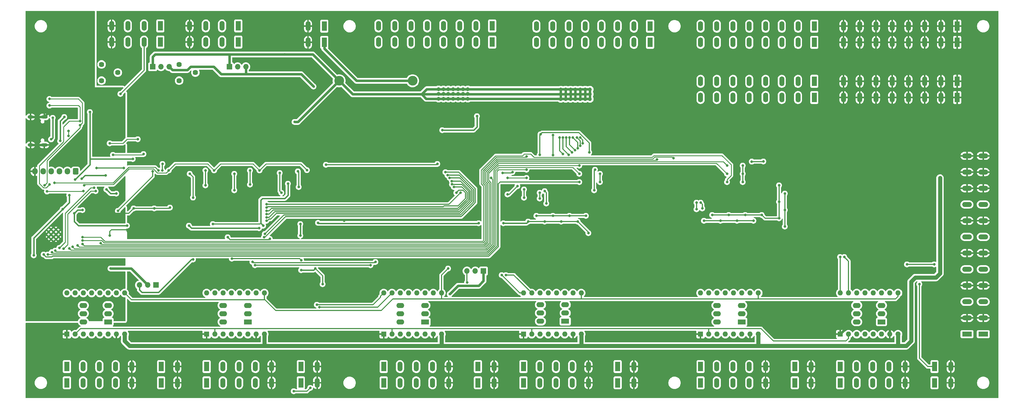
<source format=gbl>
G04 #@! TF.GenerationSoftware,KiCad,Pcbnew,7.0.10*
G04 #@! TF.CreationDate,2024-02-23T22:38:10+01:00*
G04 #@! TF.ProjectId,FluidNC,466c7569-644e-4432-9e6b-696361645f70,rev?*
G04 #@! TF.SameCoordinates,Original*
G04 #@! TF.FileFunction,Copper,L2,Bot*
G04 #@! TF.FilePolarity,Positive*
%FSLAX46Y46*%
G04 Gerber Fmt 4.6, Leading zero omitted, Abs format (unit mm)*
G04 Created by KiCad (PCBNEW 7.0.10) date 2024-02-23 22:38:10*
%MOMM*%
%LPD*%
G01*
G04 APERTURE LIST*
G04 Aperture macros list*
%AMRoundRect*
0 Rectangle with rounded corners*
0 $1 Rounding radius*
0 $2 $3 $4 $5 $6 $7 $8 $9 X,Y pos of 4 corners*
0 Add a 4 corners polygon primitive as box body*
4,1,4,$2,$3,$4,$5,$6,$7,$8,$9,$2,$3,0*
0 Add four circle primitives for the rounded corners*
1,1,$1+$1,$2,$3*
1,1,$1+$1,$4,$5*
1,1,$1+$1,$6,$7*
1,1,$1+$1,$8,$9*
0 Add four rect primitives between the rounded corners*
20,1,$1+$1,$2,$3,$4,$5,0*
20,1,$1+$1,$4,$5,$6,$7,0*
20,1,$1+$1,$6,$7,$8,$9,0*
20,1,$1+$1,$8,$9,$2,$3,0*%
G04 Aperture macros list end*
G04 #@! TA.AperFunction,ComponentPad*
%ADD10R,1.500000X3.000000*%
G04 #@! TD*
G04 #@! TA.AperFunction,ComponentPad*
%ADD11O,1.500000X3.000000*%
G04 #@! TD*
G04 #@! TA.AperFunction,ComponentPad*
%ADD12O,2.100000X1.000000*%
G04 #@! TD*
G04 #@! TA.AperFunction,ComponentPad*
%ADD13O,1.800000X1.000000*%
G04 #@! TD*
G04 #@! TA.AperFunction,ComponentPad*
%ADD14C,1.620000*%
G04 #@! TD*
G04 #@! TA.AperFunction,ComponentPad*
%ADD15C,1.200000*%
G04 #@! TD*
G04 #@! TA.AperFunction,ComponentPad*
%ADD16R,2.400000X1.600000*%
G04 #@! TD*
G04 #@! TA.AperFunction,ComponentPad*
%ADD17O,2.400000X1.600000*%
G04 #@! TD*
G04 #@! TA.AperFunction,ComponentPad*
%ADD18R,1.700000X1.700000*%
G04 #@! TD*
G04 #@! TA.AperFunction,ComponentPad*
%ADD19O,1.700000X1.700000*%
G04 #@! TD*
G04 #@! TA.AperFunction,ComponentPad*
%ADD20R,1.600000X1.600000*%
G04 #@! TD*
G04 #@! TA.AperFunction,ComponentPad*
%ADD21O,1.600000X1.600000*%
G04 #@! TD*
G04 #@! TA.AperFunction,ComponentPad*
%ADD22RoundRect,0.250000X0.600000X0.725000X-0.600000X0.725000X-0.600000X-0.725000X0.600000X-0.725000X0*%
G04 #@! TD*
G04 #@! TA.AperFunction,ComponentPad*
%ADD23O,1.700000X1.950000*%
G04 #@! TD*
G04 #@! TA.AperFunction,ComponentPad*
%ADD24C,3.000000*%
G04 #@! TD*
G04 #@! TA.AperFunction,ComponentPad*
%ADD25R,3.000000X1.500000*%
G04 #@! TD*
G04 #@! TA.AperFunction,ComponentPad*
%ADD26O,3.000000X1.500000*%
G04 #@! TD*
G04 #@! TA.AperFunction,HeatsinkPad*
%ADD27C,0.600000*%
G04 #@! TD*
G04 #@! TA.AperFunction,ViaPad*
%ADD28C,0.800000*%
G04 #@! TD*
G04 #@! TA.AperFunction,Conductor*
%ADD29C,0.254000*%
G04 #@! TD*
G04 #@! TA.AperFunction,Conductor*
%ADD30C,0.457200*%
G04 #@! TD*
G04 #@! TA.AperFunction,Conductor*
%ADD31C,0.762000*%
G04 #@! TD*
G04 #@! TA.AperFunction,Conductor*
%ADD32C,0.406400*%
G04 #@! TD*
G04 #@! TA.AperFunction,Conductor*
%ADD33C,0.304800*%
G04 #@! TD*
G04 #@! TA.AperFunction,Conductor*
%ADD34C,0.250000*%
G04 #@! TD*
G04 #@! TA.AperFunction,Conductor*
%ADD35C,1.270000*%
G04 #@! TD*
G04 APERTURE END LIST*
D10*
X143874000Y-9908000D03*
X143874000Y-4908000D03*
D11*
X138874000Y-9908000D03*
X138874000Y-4908000D03*
X133874000Y-9908000D03*
X133874000Y-4908000D03*
X128874000Y-9908000D03*
X128874000Y-4908000D03*
X123874000Y-9908000D03*
X123874000Y-4908000D03*
X118874000Y-9908000D03*
X118874000Y-4908000D03*
X113874000Y-9908000D03*
X113874000Y-4908000D03*
X108874000Y-9908000D03*
X108874000Y-4908000D03*
D10*
X13000000Y-110000000D03*
X13000000Y-115000000D03*
D11*
X18000000Y-110000000D03*
X18000000Y-115000000D03*
X23000000Y-110000000D03*
X23000000Y-115000000D03*
X28000000Y-110000000D03*
X28000000Y-115000000D03*
X33000000Y-110000000D03*
X33000000Y-115000000D03*
D12*
X6025500Y-32990000D03*
D13*
X1825500Y-32990000D03*
D12*
X6025500Y-41630000D03*
D13*
X1825500Y-41630000D03*
D10*
X153500000Y-110000000D03*
X153500000Y-115000000D03*
D11*
X158500000Y-110000000D03*
X158500000Y-115000000D03*
X163500000Y-110000000D03*
X163500000Y-115000000D03*
X168500000Y-110000000D03*
X168500000Y-115000000D03*
X173500000Y-110000000D03*
X173500000Y-115000000D03*
D14*
X47538000Y-21804000D03*
X52538000Y-19304000D03*
X47538000Y-16804000D03*
D10*
X110500000Y-110000000D03*
X110500000Y-115000000D03*
D11*
X115500000Y-110000000D03*
X115500000Y-115000000D03*
X120500000Y-110000000D03*
X120500000Y-115000000D03*
X125500000Y-110000000D03*
X125500000Y-115000000D03*
X130500000Y-110000000D03*
X130500000Y-115000000D03*
D10*
X85000000Y-110000000D03*
X85000000Y-115000000D03*
D11*
X90000000Y-110000000D03*
X90000000Y-115000000D03*
D15*
X164980000Y-24500000D03*
X164980000Y-26000000D03*
X164980000Y-27500000D03*
X166480000Y-24500000D03*
X166480000Y-26000000D03*
X166480000Y-27500000D03*
X167980000Y-24500000D03*
X167980000Y-26000000D03*
X167980000Y-27500000D03*
X169480000Y-24500000D03*
X169480000Y-26000000D03*
X169480000Y-27500000D03*
X170980000Y-24500000D03*
X170980000Y-26000000D03*
X170980000Y-27500000D03*
X172480000Y-24500000D03*
X172480000Y-26000000D03*
X172480000Y-27500000D03*
X173980000Y-24500000D03*
X173980000Y-26000000D03*
X173980000Y-27500000D03*
D10*
X182500000Y-110000000D03*
X182500000Y-115000000D03*
D11*
X187500000Y-110000000D03*
X187500000Y-115000000D03*
D10*
X192480000Y-10000000D03*
X192480000Y-5000000D03*
D11*
X187480000Y-10000000D03*
X187480000Y-5000000D03*
X182480000Y-10000000D03*
X182480000Y-5000000D03*
X177480000Y-10000000D03*
X177480000Y-5000000D03*
X172480000Y-10000000D03*
X172480000Y-5000000D03*
X167480000Y-10000000D03*
X167480000Y-5000000D03*
X162480000Y-10000000D03*
X162480000Y-5000000D03*
X157480000Y-10000000D03*
X157480000Y-5000000D03*
D16*
X68690000Y-96210000D03*
D17*
X68690000Y-93670000D03*
X68690000Y-91130000D03*
X61070000Y-91130000D03*
X61070000Y-93670000D03*
X61070000Y-96210000D03*
D10*
X243000000Y-10000000D03*
X243000000Y-5000000D03*
D11*
X238000000Y-10000000D03*
X238000000Y-5000000D03*
X233000000Y-10000000D03*
X233000000Y-5000000D03*
X228000000Y-10000000D03*
X228000000Y-5000000D03*
X223000000Y-10000000D03*
X223000000Y-5000000D03*
X218000000Y-10000000D03*
X218000000Y-5000000D03*
X213000000Y-10000000D03*
X213000000Y-5000000D03*
X208000000Y-10000000D03*
X208000000Y-5000000D03*
D10*
X56000000Y-110000000D03*
X56000000Y-115000000D03*
D11*
X61000000Y-110000000D03*
X61000000Y-115000000D03*
X66000000Y-110000000D03*
X66000000Y-115000000D03*
X71000000Y-110000000D03*
X71000000Y-115000000D03*
X76000000Y-110000000D03*
X76000000Y-115000000D03*
D10*
X42000000Y-110000000D03*
X42000000Y-115000000D03*
D11*
X47000000Y-110000000D03*
X47000000Y-115000000D03*
D18*
X141209000Y-80518000D03*
D19*
X138669000Y-80518000D03*
X136129000Y-80518000D03*
D16*
X220690000Y-96210000D03*
D17*
X220690000Y-93670000D03*
X220690000Y-91130000D03*
X213070000Y-91130000D03*
X213070000Y-93670000D03*
X213070000Y-96210000D03*
D10*
X65750000Y-9906000D03*
X65750000Y-4906000D03*
D11*
X60750000Y-9906000D03*
X60750000Y-4906000D03*
X55750000Y-9906000D03*
X55750000Y-4906000D03*
X50750000Y-9906000D03*
X50750000Y-4906000D03*
D10*
X92202000Y-10000000D03*
X92202000Y-5000000D03*
D11*
X87202000Y-10000000D03*
X87202000Y-5000000D03*
D20*
X13000000Y-100000000D03*
D21*
X15540000Y-100000000D03*
X18080000Y-100000000D03*
X20620000Y-100000000D03*
X23160000Y-100000000D03*
X25700000Y-100000000D03*
X28240000Y-100000000D03*
X30780000Y-100000000D03*
X30780000Y-87300000D03*
X28240000Y-87300000D03*
X25700000Y-87300000D03*
X23160000Y-87300000D03*
X20620000Y-87300000D03*
X18080000Y-87300000D03*
X15540000Y-87300000D03*
X13000000Y-87300000D03*
D20*
X153500000Y-100000000D03*
D21*
X156040000Y-100000000D03*
X158580000Y-100000000D03*
X161120000Y-100000000D03*
X163660000Y-100000000D03*
X166200000Y-100000000D03*
X168740000Y-100000000D03*
X171280000Y-100000000D03*
X171280000Y-87300000D03*
X168740000Y-87300000D03*
X166200000Y-87300000D03*
X163660000Y-87300000D03*
X161120000Y-87300000D03*
X158580000Y-87300000D03*
X156040000Y-87300000D03*
X153500000Y-87300000D03*
D22*
X15668000Y-49784000D03*
D23*
X13168000Y-49784000D03*
X10668000Y-49784000D03*
X8168000Y-49784000D03*
X5668000Y-49784000D03*
X3168000Y-49784000D03*
D16*
X166360000Y-96022000D03*
D17*
X166360000Y-93482000D03*
X166360000Y-90942000D03*
X158740000Y-90942000D03*
X158740000Y-93482000D03*
X158740000Y-96022000D03*
D24*
X119380000Y-21844000D03*
X96780000Y-21844000D03*
D25*
X290000000Y-100000000D03*
X295000000Y-100000000D03*
D26*
X290000000Y-95000000D03*
X295000000Y-95000000D03*
X290000000Y-90000000D03*
X295000000Y-90000000D03*
X290000000Y-85000000D03*
X295000000Y-85000000D03*
X290000000Y-80000000D03*
X295000000Y-80000000D03*
X290000000Y-75000000D03*
X295000000Y-75000000D03*
X290000000Y-70000000D03*
X295000000Y-70000000D03*
X290000000Y-65000000D03*
X295000000Y-65000000D03*
X290000000Y-60000000D03*
X295000000Y-60000000D03*
X290000000Y-55000000D03*
X295000000Y-55000000D03*
X290000000Y-50000000D03*
X295000000Y-50000000D03*
X290000000Y-45000000D03*
X295000000Y-45000000D03*
D18*
X62992000Y-17526000D03*
D19*
X65532000Y-17526000D03*
X68072000Y-17526000D03*
D20*
X110500000Y-100000000D03*
D21*
X113040000Y-100000000D03*
X115580000Y-100000000D03*
X118120000Y-100000000D03*
X120660000Y-100000000D03*
X123200000Y-100000000D03*
X125740000Y-100000000D03*
X128280000Y-100000000D03*
X128280000Y-87300000D03*
X125740000Y-87300000D03*
X123200000Y-87300000D03*
X120660000Y-87300000D03*
X118120000Y-87300000D03*
X115580000Y-87300000D03*
X113040000Y-87300000D03*
X110500000Y-87300000D03*
D10*
X280000000Y-110000000D03*
X280000000Y-115000000D03*
D11*
X285000000Y-110000000D03*
X285000000Y-115000000D03*
D10*
X237000000Y-110000000D03*
X237000000Y-115000000D03*
D11*
X242000000Y-110000000D03*
X242000000Y-115000000D03*
D10*
X251000000Y-110000000D03*
X251000000Y-115000000D03*
D11*
X256000000Y-110000000D03*
X256000000Y-115000000D03*
X261000000Y-110000000D03*
X261000000Y-115000000D03*
X266000000Y-110000000D03*
X266000000Y-115000000D03*
X271000000Y-110000000D03*
X271000000Y-115000000D03*
D14*
X23662000Y-21804000D03*
X28662000Y-19304000D03*
X23662000Y-16804000D03*
D20*
X56000000Y-100000000D03*
D21*
X58540000Y-100000000D03*
X61080000Y-100000000D03*
X63620000Y-100000000D03*
X66160000Y-100000000D03*
X68700000Y-100000000D03*
X71240000Y-100000000D03*
X73780000Y-100000000D03*
X73780000Y-87300000D03*
X71240000Y-87300000D03*
X68700000Y-87300000D03*
X66160000Y-87300000D03*
X63620000Y-87300000D03*
X61080000Y-87300000D03*
X58540000Y-87300000D03*
X56000000Y-87300000D03*
D15*
X127374000Y-24408000D03*
X127374000Y-25908000D03*
X127374000Y-27408000D03*
X128874000Y-24408000D03*
X128874000Y-25908000D03*
X128874000Y-27408000D03*
X130374000Y-24408000D03*
X130374000Y-25908000D03*
X130374000Y-27408000D03*
X131874000Y-24408000D03*
X131874000Y-25908000D03*
X131874000Y-27408000D03*
X133374000Y-24408000D03*
X133374000Y-25908000D03*
X133374000Y-27408000D03*
X134874000Y-24408000D03*
X134874000Y-25908000D03*
X134874000Y-27408000D03*
X136374000Y-24408000D03*
X136374000Y-25908000D03*
X136374000Y-27408000D03*
D10*
X243000000Y-27000000D03*
X243000000Y-22000000D03*
D11*
X238000000Y-27000000D03*
X238000000Y-22000000D03*
X233000000Y-27000000D03*
X233000000Y-22000000D03*
X228000000Y-27000000D03*
X228000000Y-22000000D03*
X223000000Y-27000000D03*
X223000000Y-22000000D03*
X218000000Y-27000000D03*
X218000000Y-22000000D03*
X213000000Y-27000000D03*
X213000000Y-22000000D03*
X208000000Y-27000000D03*
X208000000Y-22000000D03*
D16*
X263690000Y-96210000D03*
D17*
X263690000Y-93670000D03*
X263690000Y-91130000D03*
X256070000Y-91130000D03*
X256070000Y-93670000D03*
X256070000Y-96210000D03*
D27*
X8127500Y-70740000D03*
X9652500Y-70740000D03*
X7365000Y-69977500D03*
X8890000Y-69977500D03*
X10415000Y-69977500D03*
X8127500Y-69215000D03*
X9652500Y-69215000D03*
X7365000Y-68452500D03*
X8890000Y-68452500D03*
X10415000Y-68452500D03*
X8127500Y-67690000D03*
X9652500Y-67690000D03*
D18*
X40386000Y-84836000D03*
D19*
X37846000Y-84836000D03*
X35306000Y-84836000D03*
D16*
X25690000Y-96210000D03*
D17*
X25690000Y-93670000D03*
X25690000Y-91130000D03*
X18070000Y-91130000D03*
X18070000Y-93670000D03*
X18070000Y-96210000D03*
D20*
X251000000Y-100000000D03*
D21*
X253540000Y-100000000D03*
X256080000Y-100000000D03*
X258620000Y-100000000D03*
X261160000Y-100000000D03*
X263700000Y-100000000D03*
X266240000Y-100000000D03*
X268780000Y-100000000D03*
X268780000Y-87300000D03*
X266240000Y-87300000D03*
X263700000Y-87300000D03*
X261160000Y-87300000D03*
X258620000Y-87300000D03*
X256080000Y-87300000D03*
X253540000Y-87300000D03*
X251000000Y-87300000D03*
D10*
X287000000Y-27000000D03*
X287000000Y-22000000D03*
D11*
X282000000Y-27000000D03*
X282000000Y-22000000D03*
X277000000Y-27000000D03*
X277000000Y-22000000D03*
X272000000Y-27000000D03*
X272000000Y-22000000D03*
X267000000Y-27000000D03*
X267000000Y-22000000D03*
X262000000Y-27000000D03*
X262000000Y-22000000D03*
X257000000Y-27000000D03*
X257000000Y-22000000D03*
X252000000Y-27000000D03*
X252000000Y-22000000D03*
D18*
X39385000Y-17526000D03*
D19*
X41925000Y-17526000D03*
X44465000Y-17526000D03*
D10*
X208000000Y-110000000D03*
X208000000Y-115000000D03*
D11*
X213000000Y-110000000D03*
X213000000Y-115000000D03*
X218000000Y-110000000D03*
X218000000Y-115000000D03*
X223000000Y-110000000D03*
X223000000Y-115000000D03*
X228000000Y-110000000D03*
X228000000Y-115000000D03*
D10*
X139500000Y-110000000D03*
X139500000Y-115000000D03*
D11*
X144500000Y-110000000D03*
X144500000Y-115000000D03*
D10*
X287000000Y-10000000D03*
X287000000Y-5000000D03*
D11*
X282000000Y-10000000D03*
X282000000Y-5000000D03*
X277000000Y-10000000D03*
X277000000Y-5000000D03*
X272000000Y-10000000D03*
X272000000Y-5000000D03*
X267000000Y-10000000D03*
X267000000Y-5000000D03*
X262000000Y-10000000D03*
X262000000Y-5000000D03*
X257000000Y-10000000D03*
X257000000Y-5000000D03*
X252000000Y-10000000D03*
X252000000Y-5000000D03*
D16*
X123190000Y-96210000D03*
D17*
X123190000Y-93670000D03*
X123190000Y-91130000D03*
X115570000Y-91130000D03*
X115570000Y-93670000D03*
X115570000Y-96210000D03*
D20*
X208000000Y-100000000D03*
D21*
X210540000Y-100000000D03*
X213080000Y-100000000D03*
X215620000Y-100000000D03*
X218160000Y-100000000D03*
X220700000Y-100000000D03*
X223240000Y-100000000D03*
X225780000Y-100000000D03*
X225780000Y-87300000D03*
X223240000Y-87300000D03*
X220700000Y-87300000D03*
X218160000Y-87300000D03*
X215620000Y-87300000D03*
X213080000Y-87300000D03*
X210540000Y-87300000D03*
X208000000Y-87300000D03*
D10*
X41750000Y-9906000D03*
X41750000Y-4906000D03*
D11*
X36750000Y-9906000D03*
X36750000Y-4906000D03*
X31750000Y-9906000D03*
X31750000Y-4906000D03*
X26750000Y-9906000D03*
X26750000Y-4906000D03*
D28*
X41148000Y-49530000D03*
X9144000Y-53340000D03*
X8636000Y-33274000D03*
X8146500Y-39896500D03*
X84328000Y-54610000D03*
X91694000Y-84582000D03*
X158750000Y-38354000D03*
X1270000Y-71628000D03*
X13462000Y-31496000D03*
X177038000Y-50546000D03*
X233934000Y-61722000D03*
X55626000Y-54102000D03*
X209042000Y-65024000D03*
X214122000Y-65024000D03*
X151638000Y-54356000D03*
X233934000Y-66802000D03*
X85090000Y-77216000D03*
X165100000Y-65278000D03*
X7112000Y-62992000D03*
X224282000Y-65024000D03*
X170180000Y-65278000D03*
X173482000Y-68834000D03*
X84836000Y-66040000D03*
X147320000Y-65786000D03*
X154940000Y-65278000D03*
X42418000Y-47498000D03*
X4572000Y-87630000D03*
X147066000Y-50292000D03*
X22860000Y-62738000D03*
X233934000Y-56642000D03*
X85090000Y-80264000D03*
X44704000Y-60960000D03*
X89408000Y-79756000D03*
X177038000Y-53086000D03*
X39878000Y-61214000D03*
X150114000Y-50003000D03*
X158496000Y-44704000D03*
X69342000Y-53848000D03*
X84836000Y-69596000D03*
X220980000Y-53086000D03*
X69342000Y-49530000D03*
X148590000Y-56896000D03*
X90297000Y-65659000D03*
X139192000Y-32766000D03*
X42328500Y-49494500D03*
X128524000Y-37084000D03*
X160020000Y-65278000D03*
X11430000Y-80518000D03*
X139700000Y-65786000D03*
X27178000Y-62738000D03*
X75438000Y-70609500D03*
X84074000Y-49784000D03*
X220980000Y-50546000D03*
X33528000Y-61214000D03*
X220980000Y-48006000D03*
X55626000Y-49492500D03*
X219202000Y-65024000D03*
X62484000Y-70104000D03*
X1524000Y-62992000D03*
X173736000Y-43942000D03*
X63754000Y-76708000D03*
X13462000Y-38862000D03*
X13462000Y-37333500D03*
X31496000Y-66548000D03*
X33274000Y-45974000D03*
X15240000Y-62738000D03*
X20066000Y-31496000D03*
X17780000Y-61722000D03*
X72136000Y-67310000D03*
X2794000Y-75692000D03*
X50546000Y-66548000D03*
X13716000Y-57150000D03*
X11684000Y-61468000D03*
X15494000Y-52324000D03*
X7638500Y-29482500D03*
X17036500Y-34308500D03*
X7620000Y-53848000D03*
X17036500Y-35578500D03*
X6096000Y-54102000D03*
X7638500Y-27450500D03*
X18034000Y-55880000D03*
X6867593Y-55980879D03*
X170688000Y-53086000D03*
X5842000Y-75438000D03*
X7112000Y-75438000D03*
X154432000Y-49276000D03*
X170688000Y-50546000D03*
X8382000Y-74711500D03*
X9398000Y-74257500D03*
X170688000Y-48006000D03*
X21336000Y-54864000D03*
X10668000Y-73406000D03*
X26162000Y-41148000D03*
X34798000Y-39878000D03*
X36576000Y-44450000D03*
X27178000Y-44704000D03*
X21844000Y-55880000D03*
X11938000Y-73660000D03*
X154432000Y-51816000D03*
X143510000Y-51816000D03*
X148590000Y-51816000D03*
X13716000Y-73531000D03*
X216154000Y-50546000D03*
X14732000Y-73077000D03*
X16256000Y-72623000D03*
X216154000Y-48006000D03*
X17780000Y-72169000D03*
X194564000Y-46098500D03*
X23368000Y-71971500D03*
X199644000Y-45720000D03*
X17780000Y-70104000D03*
X216154000Y-53086000D03*
X58293000Y-49492500D03*
X44323000Y-49492500D03*
X72263000Y-49492500D03*
X18288000Y-54066500D03*
X86868000Y-49403000D03*
X17780000Y-71120000D03*
X154432000Y-45190500D03*
X281686000Y-51816000D03*
X281686000Y-68072000D03*
X281686000Y-77978000D03*
X281686000Y-58674000D03*
X130810000Y-87630000D03*
X80010000Y-13716000D03*
X279146000Y-82550000D03*
X83058000Y-34544000D03*
X90424000Y-35052000D03*
X160274000Y-83058000D03*
X263144000Y-55626000D03*
X38862000Y-34544000D03*
X175006000Y-21082000D03*
X263144000Y-50800000D03*
X180340000Y-92456000D03*
X49022000Y-87376000D03*
X154980000Y-82559600D03*
X37846000Y-28448000D03*
X34290000Y-87630000D03*
X125476000Y-80010000D03*
X246380000Y-60452000D03*
X52832000Y-70104000D03*
X166878000Y-83566000D03*
X43688000Y-26416000D03*
X32004000Y-36068000D03*
X45974000Y-69596000D03*
X96520000Y-84582000D03*
X99822000Y-80264000D03*
X39878000Y-92202000D03*
X32512000Y-69596000D03*
X179578000Y-85598000D03*
X137414000Y-21082000D03*
X173990000Y-80772000D03*
X234950000Y-92710000D03*
X26162000Y-69596000D03*
X263144000Y-60452000D03*
X137414000Y-92456000D03*
X227838000Y-80772000D03*
X98298000Y-65024000D03*
X94488000Y-32766000D03*
X263144000Y-69850000D03*
X277876000Y-93218000D03*
X84836000Y-89408000D03*
X96520000Y-69850000D03*
X39116000Y-69596000D03*
X263144000Y-65278000D03*
X57912000Y-66040000D03*
X51816000Y-76962000D03*
X73406000Y-66548000D03*
X136144000Y-84063900D03*
X81026000Y-53594000D03*
X60452000Y-19812000D03*
X88900000Y-23622000D03*
X28702000Y-61976000D03*
X39370000Y-49784000D03*
X129497100Y-50038000D03*
X73660000Y-70104000D03*
X130147100Y-50977873D03*
X73914000Y-69088000D03*
X74422000Y-65007503D03*
X130797100Y-51816000D03*
X50800000Y-50546000D03*
X51816000Y-57862500D03*
X131525576Y-53778364D03*
X74422000Y-62992000D03*
X74422000Y-61976000D03*
X132080000Y-54610000D03*
X132842000Y-56388000D03*
X74422000Y-60960000D03*
X134112000Y-56388000D03*
X74422000Y-59944000D03*
X164592000Y-39370000D03*
X165608000Y-44450000D03*
X165608000Y-39380100D03*
X167386000Y-44704000D03*
X166624000Y-39380100D03*
X168402000Y-43942000D03*
X74422000Y-64008000D03*
X64516000Y-55626000D03*
X64516000Y-50546000D03*
X131464146Y-52776446D03*
X170180000Y-42672000D03*
X168656000Y-39380100D03*
X169926000Y-39370000D03*
X170942000Y-41910000D03*
X170948876Y-39315776D03*
X171704000Y-41148000D03*
X78994000Y-56388000D03*
X78486000Y-50292000D03*
X167640000Y-39380100D03*
X169348364Y-43226424D03*
X12192000Y-33020000D03*
X232156000Y-54102000D03*
X160020000Y-55880000D03*
X208534000Y-61214000D03*
X211582000Y-63246000D03*
X162560000Y-38608000D03*
X10922000Y-40386000D03*
X160528000Y-59690000D03*
X17526000Y-52070000D03*
X24892000Y-51054000D03*
X127000000Y-47498000D03*
X216662000Y-63246000D03*
X92710000Y-47752000D03*
X208026000Y-59436000D03*
X28194000Y-56642000D03*
X226822000Y-63246000D03*
X157480000Y-63500000D03*
X25146000Y-55372000D03*
X221742000Y-63246000D03*
X162560000Y-44736500D03*
X162560000Y-63500000D03*
X172720000Y-63500000D03*
X232156000Y-59182000D03*
X232156000Y-64262000D03*
X167640000Y-63500000D03*
X22098000Y-48768000D03*
X30480000Y-48768000D03*
X29464000Y-25908000D03*
X130302000Y-79756000D03*
X252222000Y-76200000D03*
X250952000Y-76200000D03*
X148082000Y-81788000D03*
X146812000Y-81788000D03*
X90678000Y-91694000D03*
X89916000Y-90932000D03*
X26416000Y-79756000D03*
X70104000Y-77724000D03*
X107950000Y-77724000D03*
X106426000Y-78740000D03*
X70866000Y-78740000D03*
X206756000Y-61468000D03*
X206756000Y-59436000D03*
X175514000Y-49276000D03*
X175260000Y-55626000D03*
X158496000Y-56388000D03*
X158496000Y-58166000D03*
X153670000Y-57912000D03*
X153670000Y-55372000D03*
X223750326Y-46759674D03*
X227330000Y-46736000D03*
X275336000Y-84582000D03*
X87884000Y-116586000D03*
X82804000Y-117602000D03*
X271526000Y-78486000D03*
X279908000Y-78486000D03*
D29*
X41148000Y-49530000D02*
X40132000Y-48514000D01*
X32004000Y-48514000D02*
X27178000Y-53340000D01*
X27178000Y-53340000D02*
X9144000Y-53340000D01*
X40132000Y-48514000D02*
X32004000Y-48514000D01*
D30*
X8636000Y-33274000D02*
X8636000Y-39407000D01*
X8636000Y-39407000D02*
X8146500Y-39896500D01*
D31*
X11430000Y-80518000D02*
X6604000Y-80518000D01*
D32*
X85090000Y-80264000D02*
X88900000Y-80264000D01*
X90297000Y-65659000D02*
X90465200Y-65827200D01*
D33*
X158496000Y-38608000D02*
X158496000Y-44704000D01*
D31*
X13462000Y-31496000D02*
X7519500Y-31496000D01*
D33*
X77978000Y-76708000D02*
X84582000Y-76708000D01*
X219202000Y-65024000D02*
X224282000Y-65024000D01*
X173736000Y-41038845D02*
X170552755Y-37855600D01*
X149825000Y-50292000D02*
X147066000Y-50292000D01*
X158750000Y-38354000D02*
X158496000Y-38608000D01*
D31*
X1825500Y-41630000D02*
X6025500Y-41630000D01*
X7519500Y-31496000D02*
X6025500Y-32990000D01*
X4318000Y-78232000D02*
X2794000Y-78232000D01*
D33*
X209042000Y-65024000D02*
X214122000Y-65024000D01*
X214122000Y-65024000D02*
X219202000Y-65024000D01*
D32*
X128524000Y-37084000D02*
X138176000Y-37084000D01*
D31*
X1825500Y-32990000D02*
X6025500Y-32990000D01*
D32*
X154432000Y-65786000D02*
X154940000Y-65278000D01*
D33*
X233934000Y-61722000D02*
X233934000Y-56642000D01*
D31*
X4572000Y-87630000D02*
X6604000Y-85598000D01*
D33*
X220980000Y-48006000D02*
X220980000Y-50546000D01*
X91694000Y-82042000D02*
X91694000Y-84582000D01*
X75438000Y-70609500D02*
X75191100Y-70856400D01*
D31*
X2286000Y-77724000D02*
X1270000Y-76708000D01*
D33*
X173482000Y-68834000D02*
X173482000Y-68580000D01*
X63236400Y-70856400D02*
X62484000Y-70104000D01*
X151638000Y-54356000D02*
X149098000Y-56896000D01*
X154940000Y-65278000D02*
X160020000Y-65278000D01*
X170552755Y-37855600D02*
X159248400Y-37855600D01*
X32004000Y-62738000D02*
X33528000Y-61214000D01*
D32*
X84836000Y-66040000D02*
X84836000Y-69596000D01*
D33*
X55626000Y-49492500D02*
X55626000Y-54102000D01*
X63754000Y-76708000D02*
X77978000Y-76708000D01*
D31*
X1270000Y-76708000D02*
X1270000Y-71628000D01*
X7112000Y-62992000D02*
X1524000Y-62992000D01*
D33*
X89408000Y-79756000D02*
X91694000Y-82042000D01*
D31*
X6604000Y-80518000D02*
X4318000Y-78232000D01*
D33*
X165100000Y-65278000D02*
X170180000Y-65278000D01*
X75191100Y-70856400D02*
X63236400Y-70856400D01*
X177038000Y-53086000D02*
X177038000Y-50546000D01*
X233934000Y-66802000D02*
X233934000Y-61722000D01*
X150114000Y-50003000D02*
X149825000Y-50292000D01*
D32*
X138176000Y-37084000D02*
X139192000Y-36068000D01*
D33*
X173736000Y-43942000D02*
X173736000Y-41038845D01*
X33528000Y-61214000D02*
X39878000Y-61214000D01*
X39878000Y-61214000D02*
X44450000Y-61214000D01*
X159248400Y-37855600D02*
X158750000Y-38354000D01*
D32*
X139658800Y-65827200D02*
X139700000Y-65786000D01*
D33*
X27178000Y-62738000D02*
X22860000Y-62738000D01*
X44450000Y-61214000D02*
X44704000Y-60960000D01*
X160020000Y-65278000D02*
X165100000Y-65278000D01*
X220980000Y-53086000D02*
X220980000Y-50546000D01*
D32*
X88900000Y-80264000D02*
X89408000Y-79756000D01*
D33*
X69342000Y-49530000D02*
X69342000Y-53848000D01*
X27178000Y-62738000D02*
X32004000Y-62738000D01*
X149098000Y-56896000D02*
X148590000Y-56896000D01*
D32*
X147320000Y-65786000D02*
X154432000Y-65786000D01*
D33*
X173482000Y-68580000D02*
X170180000Y-65278000D01*
D31*
X2794000Y-78232000D02*
X2286000Y-77724000D01*
D32*
X90465200Y-65827200D02*
X139658800Y-65827200D01*
D33*
X84582000Y-76708000D02*
X85090000Y-77216000D01*
D32*
X139192000Y-36068000D02*
X139192000Y-32766000D01*
D33*
X84074000Y-49784000D02*
X84328000Y-50038000D01*
X84328000Y-50038000D02*
X84328000Y-54610000D01*
D31*
X6604000Y-85598000D02*
X6604000Y-80518000D01*
D33*
X42328500Y-49494500D02*
X42328500Y-47587500D01*
X42328500Y-47587500D02*
X42418000Y-47498000D01*
D29*
X13462000Y-37333500D02*
X13462000Y-38862000D01*
D30*
X20066000Y-45974000D02*
X20066000Y-47752000D01*
X72136000Y-67310000D02*
X51308000Y-67310000D01*
X15240000Y-65278000D02*
X15240000Y-62738000D01*
X2794000Y-70358000D02*
X2794000Y-75692000D01*
X16256000Y-61722000D02*
X15240000Y-62738000D01*
X20066000Y-31496000D02*
X20066000Y-45974000D01*
X11684000Y-61468000D02*
X2794000Y-70358000D01*
X16510000Y-66548000D02*
X15240000Y-65278000D01*
X13716000Y-59436000D02*
X11684000Y-61468000D01*
X20066000Y-47752000D02*
X15494000Y-52324000D01*
X51308000Y-67310000D02*
X50546000Y-66548000D01*
X13716000Y-57150000D02*
X13716000Y-59436000D01*
X17780000Y-61722000D02*
X16256000Y-61722000D01*
X31496000Y-66548000D02*
X16510000Y-66548000D01*
X33274000Y-45974000D02*
X20066000Y-45974000D01*
D29*
X4491000Y-53525134D02*
X4491000Y-48087000D01*
X13716000Y-34290000D02*
X17018000Y-34290000D01*
X17018000Y-34290000D02*
X17036500Y-34308500D01*
X5794866Y-54829000D02*
X4491000Y-53525134D01*
D34*
X17036500Y-34308500D02*
X17036500Y-29990500D01*
D29*
X6639000Y-54829000D02*
X5794866Y-54829000D01*
X11938000Y-40640000D02*
X11938000Y-36068000D01*
D34*
X16528500Y-29482500D02*
X7638500Y-29482500D01*
D29*
X7620000Y-53848000D02*
X6639000Y-54829000D01*
X4491000Y-48087000D02*
X11938000Y-40640000D01*
D34*
X17036500Y-29990500D02*
X16528500Y-29482500D01*
D29*
X11938000Y-36068000D02*
X13716000Y-34290000D01*
D34*
X17761500Y-28683500D02*
X16528500Y-27450500D01*
D29*
X6858000Y-53340000D02*
X6858000Y-46494134D01*
D34*
X17036500Y-35578500D02*
X17761500Y-34853500D01*
X16528500Y-27450500D02*
X7638500Y-27450500D01*
D29*
X6858000Y-46494134D02*
X17036500Y-36315634D01*
X6096000Y-54102000D02*
X6858000Y-53340000D01*
X17036500Y-36315634D02*
X17036500Y-35578500D01*
D34*
X17761500Y-34853500D02*
X17761500Y-28683500D01*
D29*
X17933121Y-55980879D02*
X18034000Y-55880000D01*
X6867593Y-55980879D02*
X17933121Y-55980879D01*
D33*
X145796000Y-53594000D02*
X146304000Y-53086000D01*
X8636000Y-75917400D02*
X142854834Y-75917400D01*
X8363000Y-76190400D02*
X8636000Y-75917400D01*
X142854834Y-75917400D02*
X145767400Y-73004834D01*
X6594400Y-76190400D02*
X8363000Y-76190400D01*
X146304000Y-53086000D02*
X170688000Y-53086000D01*
X145767400Y-53594000D02*
X145796000Y-53594000D01*
X5842000Y-75438000D02*
X6594400Y-76190400D01*
X145767400Y-73004834D02*
X145767400Y-53594000D01*
D29*
X145288000Y-49784000D02*
X145796000Y-49276000D01*
X142656260Y-75438000D02*
X145288000Y-72806260D01*
X145288000Y-72806260D02*
X145288000Y-49784000D01*
X7112000Y-75438000D02*
X142656260Y-75438000D01*
X145796000Y-49276000D02*
X154432000Y-49276000D01*
X142468208Y-74984000D02*
X144834000Y-72618208D01*
X8382000Y-74711500D02*
X8654500Y-74984000D01*
X8654500Y-74984000D02*
X142468208Y-74984000D01*
X144834000Y-72618208D02*
X144834000Y-49595947D01*
X145880948Y-48549000D02*
X168691000Y-48549000D01*
X168691000Y-48549000D02*
X170688000Y-50546000D01*
X144834000Y-49595947D02*
X145880948Y-48549000D01*
X144380000Y-72430156D02*
X144380000Y-49407893D01*
X144380000Y-49407893D02*
X145781896Y-48006000D01*
X9670500Y-74530000D02*
X142280156Y-74530000D01*
X142280156Y-74530000D02*
X144380000Y-72430156D01*
X9398000Y-74257500D02*
X9670500Y-74530000D01*
X145781896Y-48006000D02*
X170688000Y-48006000D01*
X12446000Y-62738000D02*
X20320000Y-54864000D01*
X30226000Y-41148000D02*
X31496000Y-39878000D01*
X12446000Y-71628000D02*
X12446000Y-62738000D01*
X20320000Y-54864000D02*
X21336000Y-54864000D01*
X31496000Y-39878000D02*
X34798000Y-39878000D01*
X10668000Y-73406000D02*
X12446000Y-71628000D01*
X26162000Y-41148000D02*
X30226000Y-41148000D01*
X36322000Y-44704000D02*
X36576000Y-44450000D01*
X13208000Y-62992000D02*
X20320000Y-55880000D01*
X20320000Y-55880000D02*
X21844000Y-55880000D01*
X27178000Y-44704000D02*
X36322000Y-44704000D01*
X11938000Y-73660000D02*
X13208000Y-72390000D01*
X13208000Y-72390000D02*
X13208000Y-62992000D01*
X143926000Y-72242104D02*
X143926000Y-52232000D01*
X148590000Y-51816000D02*
X154432000Y-51816000D01*
X13716000Y-73531000D02*
X14261000Y-74076000D01*
X142092104Y-74076000D02*
X143926000Y-72242104D01*
X143926000Y-52232000D02*
X143510000Y-51816000D01*
X14261000Y-74076000D02*
X142092104Y-74076000D01*
X142783000Y-52559000D02*
X142783000Y-50362844D01*
X145866844Y-47279000D02*
X212887000Y-47279000D01*
X15277000Y-73622000D02*
X141904052Y-73622000D01*
X14732000Y-73077000D02*
X15277000Y-73622000D01*
X143472000Y-72054052D02*
X143472000Y-53248000D01*
X212887000Y-47279000D02*
X216154000Y-50546000D01*
X141904052Y-73622000D02*
X143472000Y-72054052D01*
X142783000Y-50362844D02*
X145866844Y-47279000D01*
X143472000Y-53248000D02*
X142783000Y-52559000D01*
X143018000Y-53502000D02*
X142329000Y-52813000D01*
X16256000Y-72623000D02*
X16785000Y-73152000D01*
X142329000Y-50174792D02*
X145678792Y-46825000D01*
X142329000Y-52813000D02*
X142329000Y-50174792D01*
X141732000Y-73152000D02*
X143018000Y-71866000D01*
X214973000Y-46825000D02*
X216154000Y-48006000D01*
X16785000Y-73152000D02*
X141732000Y-73152000D01*
X145678792Y-46825000D02*
X214973000Y-46825000D01*
X143018000Y-71866000D02*
X143018000Y-53502000D01*
X17780000Y-72169000D02*
X18309000Y-72698000D01*
X142564000Y-71677948D02*
X142564000Y-53690052D01*
X141875000Y-49986740D02*
X145490739Y-46371000D01*
X194291500Y-46371000D02*
X194564000Y-46098500D01*
X141875000Y-53001052D02*
X141875000Y-49986740D01*
X18309000Y-72698000D02*
X141543948Y-72698000D01*
X142564000Y-53690052D02*
X141875000Y-53001052D01*
X141543948Y-72698000D02*
X142564000Y-71677948D01*
X145490739Y-46371000D02*
X194291500Y-46371000D01*
X23640500Y-72244000D02*
X141355896Y-72244000D01*
X193839500Y-45371500D02*
X199295500Y-45371500D01*
X141355896Y-72244000D02*
X142110000Y-71489896D01*
X142110000Y-53878104D02*
X141421000Y-53189104D01*
X23368000Y-71971500D02*
X23640500Y-72244000D01*
X199295500Y-45371500D02*
X199644000Y-45720000D01*
X142110000Y-71489896D02*
X142110000Y-53878104D01*
X193294000Y-45917000D02*
X193839500Y-45371500D01*
X145302686Y-45917000D02*
X193294000Y-45917000D01*
X141421000Y-53189104D02*
X141421000Y-49798687D01*
X141421000Y-49798687D02*
X145302686Y-45917000D01*
X24638000Y-71336000D02*
X140979792Y-71336000D01*
X216154000Y-52324000D02*
X216154000Y-53086000D01*
X17780000Y-70104000D02*
X23406000Y-70104000D01*
X153162000Y-45009000D02*
X153707500Y-44463500D01*
X140979792Y-71336000D02*
X141202000Y-71113792D01*
X153707500Y-44463500D02*
X155718500Y-44463500D01*
X141202000Y-71113792D02*
X141202000Y-54254209D01*
X23406000Y-70104000D02*
X24638000Y-71336000D01*
X141202000Y-54254209D02*
X140513000Y-53565210D01*
X217424000Y-47752000D02*
X217424000Y-51054000D01*
X193105948Y-45463000D02*
X193651448Y-44917500D01*
X155718500Y-44463500D02*
X156718000Y-45463000D01*
X193651448Y-44917500D02*
X214589500Y-44917500D01*
X140512999Y-49422583D02*
X144926580Y-45009000D01*
X144926580Y-45009000D02*
X153162000Y-45009000D01*
X217424000Y-51054000D02*
X216154000Y-52324000D01*
X140513000Y-53565210D02*
X140512999Y-49422583D01*
X156718000Y-45463000D02*
X193105948Y-45463000D01*
X214589500Y-44917500D02*
X217424000Y-47752000D01*
X43558500Y-50257000D02*
X40846866Y-50257000D01*
X39636134Y-49022000D02*
X36830000Y-49022000D01*
D34*
X46317500Y-47498000D02*
X56298500Y-47498000D01*
D29*
X40097000Y-49482866D02*
X39636134Y-49022000D01*
X40846866Y-50257000D02*
X40097000Y-49507134D01*
D34*
X74257500Y-47498000D02*
X84963000Y-47498000D01*
X70268500Y-47498000D02*
X72263000Y-49492500D01*
D29*
X32138052Y-49022000D02*
X29023026Y-52137026D01*
D34*
X58293000Y-49492500D02*
X60287500Y-47498000D01*
X56298500Y-47498000D02*
X58293000Y-49492500D01*
D29*
X29023026Y-52137026D02*
X27312052Y-53848000D01*
D34*
X72263000Y-49492500D02*
X74257500Y-47498000D01*
D29*
X18506500Y-53848000D02*
X18288000Y-54066500D01*
D34*
X44323000Y-49492500D02*
X46317500Y-47498000D01*
X60287500Y-47498000D02*
X70268500Y-47498000D01*
D29*
X23368000Y-53848000D02*
X18506500Y-53848000D01*
X36830000Y-49022000D02*
X32138052Y-49022000D01*
D34*
X84963000Y-47498000D02*
X86868000Y-49403000D01*
D29*
X40097000Y-49507134D02*
X40097000Y-49482866D01*
X27312052Y-53848000D02*
X23368000Y-53848000D01*
X44323000Y-49492500D02*
X43558500Y-50257000D01*
X140966999Y-49610635D02*
X142405817Y-48171817D01*
X140970000Y-71790000D02*
X141167844Y-71790000D01*
X141403922Y-71553922D02*
X141656000Y-71301844D01*
X141656000Y-71301844D02*
X141656000Y-70866000D01*
X141584922Y-53995078D02*
X140967000Y-53377157D01*
X145114633Y-45463000D02*
X151130000Y-45463000D01*
X140967000Y-51562000D02*
X140966999Y-49610635D01*
X23714000Y-71120000D02*
X24384000Y-71790000D01*
X141656000Y-70866000D02*
X141656000Y-54066156D01*
X17780000Y-71120000D02*
X23714000Y-71120000D01*
X141656000Y-54066156D02*
X141584922Y-53995078D01*
X24384000Y-71790000D02*
X140970000Y-71790000D01*
X151130000Y-45463000D02*
X154159500Y-45463000D01*
X154159500Y-45463000D02*
X154432000Y-45190500D01*
X142405817Y-48171817D02*
X145114633Y-45463000D01*
X141167844Y-71790000D02*
X141403922Y-71553922D01*
X140967000Y-53377157D02*
X140967000Y-51562000D01*
D31*
X173888000Y-27408000D02*
X173980000Y-27500000D01*
D35*
X281686000Y-77978000D02*
X281686000Y-81280000D01*
D31*
X123582000Y-27408000D02*
X122174000Y-26000000D01*
D35*
X30780000Y-102062000D02*
X30780000Y-100000000D01*
D31*
X96780000Y-21844000D02*
X100936000Y-26000000D01*
X84080000Y-34544000D02*
X96780000Y-21844000D01*
D35*
X30734000Y-102108000D02*
X30780000Y-102062000D01*
D31*
X39385000Y-14463000D02*
X40132000Y-13716000D01*
D35*
X73780000Y-103498000D02*
X73914000Y-103632000D01*
X171280000Y-100000000D02*
X171280000Y-103462000D01*
D31*
X100936000Y-26000000D02*
X122174000Y-26000000D01*
D35*
X271272000Y-103632000D02*
X268986000Y-103632000D01*
D31*
X139700000Y-85090000D02*
X133350000Y-85090000D01*
X170980000Y-24500000D02*
X170980000Y-27500000D01*
D35*
X272796000Y-83820000D02*
X272796000Y-102108000D01*
X281686000Y-68072000D02*
X281686000Y-77978000D01*
D31*
X141209000Y-83581000D02*
X139700000Y-85090000D01*
X173980000Y-27500000D02*
X173980000Y-24500000D01*
X127374000Y-27408000D02*
X123582000Y-27408000D01*
X127374000Y-24408000D02*
X123766000Y-24408000D01*
X123766000Y-24408000D02*
X122174000Y-26000000D01*
D35*
X73780000Y-100000000D02*
X73780000Y-103498000D01*
X73914000Y-103632000D02*
X32258000Y-103632000D01*
D31*
X127374000Y-24408000D02*
X173888000Y-24408000D01*
D35*
X128270000Y-103632000D02*
X73914000Y-103632000D01*
X268780000Y-100000000D02*
X268780000Y-103426000D01*
D31*
X40132000Y-13716000D02*
X62992000Y-13716000D01*
D35*
X279146000Y-82550000D02*
X274066000Y-82550000D01*
X280416000Y-82550000D02*
X279146000Y-82550000D01*
X128280000Y-100000000D02*
X128280000Y-103622000D01*
X281686000Y-81280000D02*
X280416000Y-82550000D01*
X128280000Y-103622000D02*
X128270000Y-103632000D01*
D31*
X173888000Y-24408000D02*
X173980000Y-24500000D01*
X39385000Y-17526000D02*
X39385000Y-14463000D01*
D35*
X171280000Y-103462000D02*
X171450000Y-103632000D01*
X171450000Y-103632000D02*
X128270000Y-103632000D01*
X281686000Y-58674000D02*
X281686000Y-68072000D01*
X225780000Y-103606000D02*
X225806000Y-103632000D01*
X281686000Y-51816000D02*
X281686000Y-58674000D01*
X268780000Y-103426000D02*
X268986000Y-103632000D01*
D31*
X88652000Y-13716000D02*
X96780000Y-21844000D01*
X164980000Y-24500000D02*
X164980000Y-27500000D01*
X133350000Y-85090000D02*
X130810000Y-87630000D01*
X172480000Y-24500000D02*
X172480000Y-27500000D01*
X141209000Y-80518000D02*
X141209000Y-83581000D01*
X167980000Y-24500000D02*
X167980000Y-27500000D01*
X166480000Y-24500000D02*
X166480000Y-27500000D01*
D35*
X274066000Y-82550000D02*
X272796000Y-83820000D01*
X268986000Y-103632000D02*
X225806000Y-103632000D01*
D31*
X169480000Y-24500000D02*
X169480000Y-27500000D01*
D35*
X32258000Y-103632000D02*
X30734000Y-102108000D01*
D31*
X62992000Y-17526000D02*
X62992000Y-13716000D01*
X122174000Y-26000000D02*
X173980000Y-26000000D01*
D35*
X225806000Y-103632000D02*
X171450000Y-103632000D01*
X272796000Y-102108000D02*
X271272000Y-103632000D01*
D31*
X83058000Y-34544000D02*
X84080000Y-34544000D01*
X127374000Y-27408000D02*
X173888000Y-27408000D01*
X80010000Y-13716000D02*
X88652000Y-13716000D01*
D35*
X225780000Y-100000000D02*
X225780000Y-103606000D01*
D31*
X62992000Y-13716000D02*
X80010000Y-13716000D01*
D33*
X263144000Y-60452000D02*
X263144000Y-65278000D01*
D31*
X266240000Y-100000000D02*
X266240000Y-98600000D01*
D33*
X32512000Y-68072000D02*
X32512000Y-69596000D01*
X263144000Y-65278000D02*
X263144000Y-69850000D01*
D31*
X290000000Y-95000000D02*
X279658000Y-95000000D01*
X90424000Y-35052000D02*
X92202000Y-35052000D01*
X266240000Y-98600000D02*
X265938000Y-98298000D01*
D33*
X32258000Y-67818000D02*
X32512000Y-68072000D01*
D31*
X265938000Y-98298000D02*
X252702000Y-98298000D01*
D33*
X263144000Y-55626000D02*
X263144000Y-60452000D01*
D31*
X92202000Y-35052000D02*
X94488000Y-32766000D01*
X279658000Y-95000000D02*
X277876000Y-93218000D01*
D33*
X26162000Y-69596000D02*
X26162000Y-68326000D01*
X26162000Y-68326000D02*
X26670000Y-67818000D01*
X26670000Y-67818000D02*
X32258000Y-67818000D01*
D31*
X252702000Y-98298000D02*
X251000000Y-100000000D01*
D33*
X263144000Y-50800000D02*
X263144000Y-55626000D01*
X58540000Y-100000000D02*
X58540000Y-98432000D01*
D30*
X81026000Y-57150000D02*
X80010000Y-58166000D01*
D33*
X253540000Y-101298000D02*
X252730000Y-102108000D01*
D31*
X44465000Y-17526000D02*
X45481000Y-18542000D01*
X51054000Y-17526000D02*
X58166000Y-17526000D01*
D33*
X230378000Y-102108000D02*
X226568000Y-98298000D01*
D30*
X51816000Y-76962000D02*
X51308000Y-76962000D01*
D33*
X136129000Y-84048900D02*
X136129000Y-80518000D01*
X210566000Y-98298000D02*
X155956000Y-98298000D01*
D30*
X81026000Y-53594000D02*
X81026000Y-57150000D01*
D33*
X156040000Y-98382000D02*
X155956000Y-98298000D01*
X210540000Y-98324000D02*
X210566000Y-98298000D01*
X72390000Y-66040000D02*
X72644000Y-65786000D01*
X57912000Y-66040000D02*
X72390000Y-66040000D01*
D31*
X68072000Y-17526000D02*
X68072000Y-19812000D01*
X45481000Y-18542000D02*
X50038000Y-18542000D01*
D30*
X72644000Y-65786000D02*
X73406000Y-66548000D01*
X35306000Y-86360000D02*
X35306000Y-84836000D01*
X80010000Y-58166000D02*
X73152000Y-58166000D01*
X73152000Y-58166000D02*
X72644000Y-58674000D01*
D33*
X58540000Y-98432000D02*
X58674000Y-98298000D01*
X136144000Y-84063900D02*
X136129000Y-84048900D01*
X252730000Y-102108000D02*
X230378000Y-102108000D01*
X155956000Y-98298000D02*
X113030000Y-98298000D01*
X253540000Y-100000000D02*
X253540000Y-101298000D01*
D31*
X68072000Y-19812000D02*
X85090000Y-19812000D01*
D33*
X210540000Y-100000000D02*
X210540000Y-98324000D01*
D30*
X72644000Y-58674000D02*
X72644000Y-65786000D01*
D33*
X113040000Y-100000000D02*
X113040000Y-98308000D01*
X17242000Y-98298000D02*
X15540000Y-100000000D01*
X113040000Y-98308000D02*
X113030000Y-98298000D01*
D31*
X85090000Y-19812000D02*
X88900000Y-23622000D01*
D33*
X156040000Y-100000000D02*
X156040000Y-98382000D01*
D30*
X51308000Y-76962000D02*
X41148000Y-87122000D01*
D33*
X113030000Y-98298000D02*
X58674000Y-98298000D01*
D31*
X58166000Y-17526000D02*
X60452000Y-19812000D01*
X60452000Y-19812000D02*
X68072000Y-19812000D01*
D33*
X58674000Y-98298000D02*
X17242000Y-98298000D01*
D31*
X50038000Y-18542000D02*
X51054000Y-17526000D01*
D33*
X226568000Y-98298000D02*
X210566000Y-98298000D01*
D30*
X41148000Y-87122000D02*
X36068000Y-87122000D01*
X36068000Y-87122000D02*
X35306000Y-86360000D01*
D33*
X39370000Y-49784000D02*
X39370000Y-51308000D01*
X39370000Y-51308000D02*
X28702000Y-61976000D01*
X133569375Y-50038000D02*
X129497100Y-50038000D01*
X138664800Y-59420569D02*
X138664800Y-55133425D01*
X138664800Y-55133425D02*
X133569375Y-50038000D01*
X80518000Y-63754000D02*
X134331372Y-63754000D01*
X80312055Y-63754000D02*
X80518000Y-63754000D01*
X73660000Y-70104000D02*
X73962055Y-70104000D01*
X136253685Y-61831685D02*
X138664800Y-59420569D01*
X134331372Y-63754000D02*
X136253685Y-61831685D01*
X73962055Y-70104000D02*
X80312055Y-63754000D01*
X138160000Y-55342521D02*
X135007739Y-52190260D01*
X135007739Y-52190260D02*
X133795352Y-50977873D01*
X138160000Y-59211475D02*
X138160000Y-55342521D01*
X134138276Y-63233200D02*
X138160000Y-59211475D01*
X133795352Y-50977873D02*
X130147100Y-50977873D01*
X73914000Y-69088000D02*
X79768800Y-63233200D01*
X82296000Y-63233200D02*
X134138276Y-63233200D01*
X79768800Y-63233200D02*
X82296000Y-63233200D01*
X74689297Y-65007503D02*
X75184000Y-64512800D01*
X137655200Y-59002380D02*
X137655200Y-55551617D01*
X74422000Y-65007503D02*
X74689297Y-65007503D01*
X133919583Y-51816000D02*
X130797100Y-51816000D01*
X77470000Y-62728400D02*
X133929180Y-62728400D01*
X137655200Y-55551617D02*
X133919583Y-51816000D01*
X75685600Y-64512800D02*
X77470000Y-62728400D01*
X75184000Y-64512800D02*
X75685600Y-64512800D01*
X133929180Y-62728400D02*
X137655200Y-59002380D01*
X51816000Y-51562000D02*
X51816000Y-57862500D01*
X50800000Y-50546000D02*
X51816000Y-51562000D01*
X74422000Y-62992000D02*
X75180800Y-62992000D01*
X133510992Y-61718800D02*
X136645600Y-58584191D01*
X134533391Y-53857600D02*
X131604812Y-53857600D01*
X131604812Y-53857600D02*
X131525576Y-53778364D01*
X76454000Y-61718800D02*
X133510992Y-61718800D01*
X136645600Y-58584191D02*
X136645600Y-55969809D01*
X75180800Y-62992000D02*
X76454000Y-61718800D01*
X136476895Y-55801104D02*
X134533391Y-53857600D01*
X136645600Y-55969809D02*
X136476895Y-55801104D01*
X134571896Y-54610000D02*
X132080000Y-54610000D01*
X136140800Y-58375096D02*
X136140800Y-56178904D01*
X75184000Y-61976000D02*
X75946000Y-61214000D01*
X74422000Y-61976000D02*
X75184000Y-61976000D01*
X75946000Y-61214000D02*
X133301896Y-61214000D01*
X133301896Y-61214000D02*
X136140800Y-58375096D01*
X136140800Y-56178904D02*
X134571896Y-54610000D01*
X135636000Y-56388000D02*
X135636000Y-58166000D01*
X133350000Y-60452000D02*
X129032000Y-60452000D01*
X128787600Y-60696400D02*
X74685600Y-60696400D01*
X74685600Y-60696400D02*
X74422000Y-60960000D01*
X134883600Y-55635600D02*
X135636000Y-56388000D01*
X129032000Y-60452000D02*
X128787600Y-60696400D01*
X132842000Y-56388000D02*
X133594400Y-55635600D01*
X135636000Y-58166000D02*
X133350000Y-60452000D01*
X133594400Y-55635600D02*
X134883600Y-55635600D01*
X74422000Y-59944000D02*
X130556000Y-59944000D01*
X130556000Y-59944000D02*
X134112000Y-56388000D01*
X164592000Y-43434000D02*
X164592000Y-39370000D01*
X165608000Y-44450000D02*
X164592000Y-43434000D01*
X165608000Y-42926000D02*
X165608000Y-39380100D01*
X167386000Y-44704000D02*
X165608000Y-42926000D01*
X166624000Y-42164000D02*
X166624000Y-39380100D01*
X168402000Y-43942000D02*
X166624000Y-42164000D01*
X64516000Y-50546000D02*
X64516000Y-54150055D01*
X76962000Y-62223600D02*
X133720088Y-62223600D01*
X75177600Y-64008000D02*
X76962000Y-62223600D01*
X137150400Y-58793285D02*
X137150400Y-55760713D01*
X133720088Y-62223600D02*
X134674843Y-61268843D01*
X64516000Y-54150055D02*
X64516000Y-55626000D01*
X74422000Y-64008000D02*
X75177600Y-64008000D01*
X134674843Y-61268843D02*
X137150400Y-58793285D01*
X134166133Y-52776446D02*
X131464146Y-52776446D01*
X137150400Y-55760713D02*
X134166133Y-52776446D01*
X170180000Y-40894000D02*
X169926000Y-40640000D01*
X169926000Y-40640000D02*
X168666100Y-39380100D01*
X170180000Y-42672000D02*
X170180000Y-40894000D01*
X168666100Y-39380100D02*
X168656000Y-39380100D01*
X170942000Y-40386000D02*
X169926000Y-39370000D01*
X170942000Y-41910000D02*
X170942000Y-40386000D01*
X171704000Y-40070900D02*
X170948876Y-39315776D01*
X171704000Y-41148000D02*
X171704000Y-40070900D01*
X78486000Y-55880000D02*
X78994000Y-56388000D01*
X167640000Y-41518060D02*
X167640000Y-39380100D01*
X169348364Y-43226424D02*
X167640000Y-41518060D01*
X78486000Y-50292000D02*
X78486000Y-55880000D01*
X160528000Y-59690000D02*
X160528000Y-56388000D01*
X211582000Y-63246000D02*
X216662000Y-63246000D01*
X160528000Y-56388000D02*
X160020000Y-55880000D01*
X157480000Y-63500000D02*
X162560000Y-63500000D01*
X208534000Y-61214000D02*
X208534000Y-59944000D01*
D30*
X10922000Y-40386000D02*
X10922000Y-34290000D01*
D33*
X208534000Y-59944000D02*
X208026000Y-59436000D01*
X221742000Y-63246000D02*
X226822000Y-63246000D01*
X216662000Y-63246000D02*
X221742000Y-63246000D01*
D30*
X26416000Y-56642000D02*
X25146000Y-55372000D01*
D33*
X92710000Y-47752000D02*
X126746000Y-47752000D01*
X162560000Y-63500000D02*
X167640000Y-63500000D01*
X232156000Y-64262000D02*
X232156000Y-59182000D01*
X232156000Y-59182000D02*
X232156000Y-54102000D01*
D30*
X18542000Y-51054000D02*
X17526000Y-52070000D01*
D33*
X167640000Y-63500000D02*
X172720000Y-63500000D01*
X126746000Y-47752000D02*
X127000000Y-47498000D01*
X232156000Y-64262000D02*
X227838000Y-64262000D01*
D30*
X10922000Y-34290000D02*
X12192000Y-33020000D01*
D33*
X162560000Y-38608000D02*
X162560000Y-44736500D01*
D30*
X28194000Y-56642000D02*
X26416000Y-56642000D01*
D33*
X227838000Y-64262000D02*
X226822000Y-63246000D01*
D30*
X24892000Y-51054000D02*
X18542000Y-51054000D01*
D33*
X30480000Y-48768000D02*
X22098000Y-48768000D01*
X29464000Y-25908000D02*
X36750000Y-18622000D01*
X36750000Y-18622000D02*
X36750000Y-9906000D01*
X225806000Y-89154000D02*
X171450000Y-89154000D01*
X225780000Y-89128000D02*
X225780000Y-87300000D01*
X225806000Y-89154000D02*
X225780000Y-89128000D01*
X171450000Y-89154000D02*
X128270000Y-89154000D01*
X128270000Y-89154000D02*
X128280000Y-89144000D01*
X32888000Y-89408000D02*
X30780000Y-87300000D01*
X109728000Y-92710000D02*
X77216000Y-92710000D01*
X128270000Y-89154000D02*
X113284000Y-89154000D01*
X225806000Y-89154000D02*
X267970000Y-89154000D01*
X267970000Y-89154000D02*
X268780000Y-88344000D01*
X268780000Y-88344000D02*
X268780000Y-87300000D01*
X73780000Y-87300000D02*
X73780000Y-89274000D01*
X128280000Y-89144000D02*
X128280000Y-87300000D01*
X73780000Y-89274000D02*
X73914000Y-89408000D01*
X171280000Y-88984000D02*
X171280000Y-87300000D01*
X171450000Y-89154000D02*
X171280000Y-88984000D01*
X113284000Y-89154000D02*
X109728000Y-92710000D01*
X73914000Y-89408000D02*
X32888000Y-89408000D01*
X130302000Y-79756000D02*
X128280000Y-81778000D01*
X77216000Y-92710000D02*
X73914000Y-89408000D01*
X128280000Y-81778000D02*
X128280000Y-87300000D01*
X253540000Y-77518000D02*
X253540000Y-87300000D01*
X252222000Y-76200000D02*
X253540000Y-77518000D01*
X250952000Y-76200000D02*
X251000000Y-76248000D01*
X251000000Y-76248000D02*
X251000000Y-87300000D01*
X148082000Y-81788000D02*
X150528000Y-81788000D01*
X150528000Y-81788000D02*
X156040000Y-87300000D01*
X146812000Y-81788000D02*
X152324000Y-87300000D01*
X152324000Y-87300000D02*
X153500000Y-87300000D01*
X90678000Y-91694000D02*
X108646000Y-91694000D01*
X108646000Y-91694000D02*
X113040000Y-87300000D01*
X109474000Y-88646000D02*
X109474000Y-88326000D01*
X109474000Y-88326000D02*
X110500000Y-87300000D01*
X107188000Y-90932000D02*
X109474000Y-88646000D01*
X89916000Y-90932000D02*
X107188000Y-90932000D01*
D31*
X37846000Y-84836000D02*
X32766000Y-79756000D01*
X32766000Y-79756000D02*
X26416000Y-79756000D01*
D33*
X70358000Y-77978000D02*
X107696000Y-77978000D01*
X107696000Y-77978000D02*
X107950000Y-77724000D01*
X70104000Y-77724000D02*
X70358000Y-77978000D01*
X70866000Y-78740000D02*
X106426000Y-78740000D01*
X206756000Y-61468000D02*
X206756000Y-59436000D01*
X175260000Y-55626000D02*
X175260000Y-49530000D01*
X175260000Y-49530000D02*
X175514000Y-49276000D01*
X158496000Y-58166000D02*
X158496000Y-56388000D01*
X153670000Y-55372000D02*
X153670000Y-57912000D01*
X227306326Y-46759674D02*
X227330000Y-46736000D01*
X223750326Y-46759674D02*
X227306326Y-46759674D01*
X275336000Y-84582000D02*
X275336000Y-107442000D01*
X275336000Y-107442000D02*
X277894000Y-110000000D01*
X277894000Y-110000000D02*
X280000000Y-110000000D01*
X86868000Y-117602000D02*
X87884000Y-116586000D01*
X82804000Y-117602000D02*
X86868000Y-117602000D01*
X271526000Y-78486000D02*
X279908000Y-78486000D01*
D31*
X102108000Y-21844000D02*
X119380000Y-21844000D01*
X92202000Y-10000000D02*
X92202000Y-11938000D01*
X92202000Y-11938000D02*
X102108000Y-21844000D01*
G04 #@! TA.AperFunction,Conductor*
G36*
X299642539Y-320185D02*
G01*
X299688294Y-372989D01*
X299699500Y-424500D01*
X299699500Y-119575500D01*
X299679815Y-119642539D01*
X299627011Y-119688294D01*
X299575500Y-119699500D01*
X424500Y-119699500D01*
X357461Y-119679815D01*
X311706Y-119627011D01*
X300500Y-119575500D01*
X300500Y-117602000D01*
X81898540Y-117602000D01*
X81918326Y-117790256D01*
X81918327Y-117790259D01*
X81976818Y-117970277D01*
X81976821Y-117970284D01*
X82071467Y-118134216D01*
X82178970Y-118253610D01*
X82198129Y-118274888D01*
X82351265Y-118386148D01*
X82351270Y-118386151D01*
X82524192Y-118463142D01*
X82524197Y-118463144D01*
X82709354Y-118502500D01*
X82709355Y-118502500D01*
X82898644Y-118502500D01*
X82898646Y-118502500D01*
X83083803Y-118463144D01*
X83256730Y-118386151D01*
X83404787Y-118278582D01*
X83470593Y-118255102D01*
X83477672Y-118254900D01*
X86782232Y-118254900D01*
X86798279Y-118256671D01*
X86798302Y-118256434D01*
X86806068Y-118257168D01*
X86806068Y-118257167D01*
X86806069Y-118257168D01*
X86837401Y-118256183D01*
X86876305Y-118254961D01*
X86880199Y-118254900D01*
X86909071Y-118254900D01*
X86909075Y-118254900D01*
X86913471Y-118254344D01*
X86925118Y-118253426D01*
X86970948Y-118251987D01*
X86991449Y-118246030D01*
X87010476Y-118242089D01*
X87031660Y-118239414D01*
X87074285Y-118222536D01*
X87085328Y-118218756D01*
X87129359Y-118205965D01*
X87147730Y-118195100D01*
X87165196Y-118186543D01*
X87185037Y-118178688D01*
X87222123Y-118151742D01*
X87231888Y-118145328D01*
X87233005Y-118144667D01*
X87271348Y-118121992D01*
X87286443Y-118106895D01*
X87301224Y-118094272D01*
X87318493Y-118081726D01*
X87347724Y-118046390D01*
X87355566Y-118037772D01*
X87870521Y-117522819D01*
X87931844Y-117489334D01*
X87958202Y-117486500D01*
X87978644Y-117486500D01*
X87978646Y-117486500D01*
X88163803Y-117447144D01*
X88336730Y-117370151D01*
X88489871Y-117258888D01*
X88616533Y-117118216D01*
X88711179Y-116954284D01*
X88769674Y-116774256D01*
X88789460Y-116586000D01*
X88789459Y-116585998D01*
X88790139Y-116579537D01*
X88793056Y-116579843D01*
X88809145Y-116525054D01*
X88861949Y-116479299D01*
X88931107Y-116469355D01*
X88994663Y-116498380D01*
X89013779Y-116519208D01*
X89054857Y-116575748D01*
X89054857Y-116575749D01*
X89217486Y-116731237D01*
X89405266Y-116855191D01*
X89612169Y-116943624D01*
X89612178Y-116943627D01*
X89749999Y-116975084D01*
X89750000Y-116975084D01*
X89750000Y-115518822D01*
X89849895Y-115560200D01*
X89962310Y-115575000D01*
X90037690Y-115575000D01*
X90150105Y-115560200D01*
X90250000Y-115518822D01*
X90250000Y-116977549D01*
X90279267Y-116973586D01*
X90279273Y-116973585D01*
X90493268Y-116904054D01*
X90691401Y-116797434D01*
X90691404Y-116797432D01*
X90867320Y-116657145D01*
X91015352Y-116487707D01*
X91015359Y-116487699D01*
X91130759Y-116294553D01*
X91130761Y-116294548D01*
X91209824Y-116083889D01*
X91209824Y-116083888D01*
X91250000Y-115862505D01*
X91250000Y-115250000D01*
X90518823Y-115250000D01*
X90560200Y-115150105D01*
X90579962Y-115000001D01*
X98094645Y-115000001D01*
X98114039Y-115271160D01*
X98114040Y-115271167D01*
X98171823Y-115536793D01*
X98171825Y-115536801D01*
X98186073Y-115575000D01*
X98266830Y-115791519D01*
X98397109Y-116030107D01*
X98397110Y-116030108D01*
X98397113Y-116030113D01*
X98560029Y-116247742D01*
X98560033Y-116247746D01*
X98560038Y-116247752D01*
X98752247Y-116439961D01*
X98752253Y-116439966D01*
X98752258Y-116439971D01*
X98969887Y-116602887D01*
X98969891Y-116602889D01*
X98969892Y-116602890D01*
X99208481Y-116733169D01*
X99208480Y-116733169D01*
X99208484Y-116733170D01*
X99208487Y-116733172D01*
X99463199Y-116828175D01*
X99728840Y-116885961D01*
X99980605Y-116903967D01*
X99999999Y-116905355D01*
X100000000Y-116905355D01*
X100000001Y-116905355D01*
X100018190Y-116904054D01*
X100271160Y-116885961D01*
X100536801Y-116828175D01*
X100791513Y-116733172D01*
X100791517Y-116733169D01*
X100791519Y-116733169D01*
X100930082Y-116657508D01*
X101030113Y-116602887D01*
X101103607Y-116547870D01*
X109249500Y-116547870D01*
X109249501Y-116547876D01*
X109255908Y-116607483D01*
X109306202Y-116742328D01*
X109306206Y-116742335D01*
X109392452Y-116857544D01*
X109392455Y-116857547D01*
X109507664Y-116943793D01*
X109507671Y-116943797D01*
X109642517Y-116994091D01*
X109642516Y-116994091D01*
X109649444Y-116994835D01*
X109702127Y-117000500D01*
X111297872Y-117000499D01*
X111357483Y-116994091D01*
X111492331Y-116943796D01*
X111607546Y-116857546D01*
X111693796Y-116742331D01*
X111744091Y-116607483D01*
X111750500Y-116547873D01*
X111750500Y-115806151D01*
X114249500Y-115806151D01*
X114264622Y-115974186D01*
X114264623Y-115974192D01*
X114324503Y-116191160D01*
X114324508Y-116191173D01*
X114422167Y-116393966D01*
X114422171Y-116393974D01*
X114554473Y-116576072D01*
X114554474Y-116576074D01*
X114717176Y-116731633D01*
X114905033Y-116855636D01*
X115112004Y-116944100D01*
X115112007Y-116944101D01*
X115112012Y-116944103D01*
X115331463Y-116994191D01*
X115556330Y-117004290D01*
X115779387Y-116974075D01*
X115993464Y-116904517D01*
X116191681Y-116797852D01*
X116367666Y-116657508D01*
X116515765Y-116487996D01*
X116631215Y-116294764D01*
X116710307Y-116084024D01*
X116730255Y-115974102D01*
X116750500Y-115862549D01*
X116750500Y-115806151D01*
X119249500Y-115806151D01*
X119264622Y-115974186D01*
X119264623Y-115974192D01*
X119324503Y-116191160D01*
X119324508Y-116191173D01*
X119422167Y-116393966D01*
X119422171Y-116393974D01*
X119554473Y-116576072D01*
X119554474Y-116576074D01*
X119717176Y-116731633D01*
X119905033Y-116855636D01*
X120112004Y-116944100D01*
X120112007Y-116944101D01*
X120112012Y-116944103D01*
X120331463Y-116994191D01*
X120556330Y-117004290D01*
X120779387Y-116974075D01*
X120993464Y-116904517D01*
X121191681Y-116797852D01*
X121367666Y-116657508D01*
X121515765Y-116487996D01*
X121631215Y-116294764D01*
X121710307Y-116084024D01*
X121730255Y-115974102D01*
X121750500Y-115862549D01*
X121750500Y-115806151D01*
X124249500Y-115806151D01*
X124264622Y-115974186D01*
X124264623Y-115974192D01*
X124324503Y-116191160D01*
X124324508Y-116191173D01*
X124422167Y-116393966D01*
X124422171Y-116393974D01*
X124554473Y-116576072D01*
X124554474Y-116576074D01*
X124717176Y-116731633D01*
X124905033Y-116855636D01*
X125112004Y-116944100D01*
X125112007Y-116944101D01*
X125112012Y-116944103D01*
X125331463Y-116994191D01*
X125556330Y-117004290D01*
X125779387Y-116974075D01*
X125993464Y-116904517D01*
X126191681Y-116797852D01*
X126367666Y-116657508D01*
X126515765Y-116487996D01*
X126631215Y-116294764D01*
X126710307Y-116084024D01*
X126730255Y-115974102D01*
X126750500Y-115862549D01*
X126750500Y-115806129D01*
X129250000Y-115806129D01*
X129265116Y-115974096D01*
X129265117Y-115974102D01*
X129324973Y-116190984D01*
X129324978Y-116190997D01*
X129422598Y-116393708D01*
X129422602Y-116393716D01*
X129554851Y-116575741D01*
X129554857Y-116575749D01*
X129717486Y-116731237D01*
X129905266Y-116855191D01*
X130112169Y-116943624D01*
X130112178Y-116943627D01*
X130249999Y-116975084D01*
X130250000Y-116975084D01*
X130250000Y-115518822D01*
X130349895Y-115560200D01*
X130462310Y-115575000D01*
X130537690Y-115575000D01*
X130650105Y-115560200D01*
X130750000Y-115518822D01*
X130750000Y-116977549D01*
X130779267Y-116973586D01*
X130779273Y-116973585D01*
X130993268Y-116904054D01*
X131191401Y-116797434D01*
X131191404Y-116797432D01*
X131367320Y-116657145D01*
X131462790Y-116547870D01*
X138249500Y-116547870D01*
X138249501Y-116547876D01*
X138255908Y-116607483D01*
X138306202Y-116742328D01*
X138306206Y-116742335D01*
X138392452Y-116857544D01*
X138392455Y-116857547D01*
X138507664Y-116943793D01*
X138507671Y-116943797D01*
X138642517Y-116994091D01*
X138642516Y-116994091D01*
X138649444Y-116994835D01*
X138702127Y-117000500D01*
X140297872Y-117000499D01*
X140357483Y-116994091D01*
X140492331Y-116943796D01*
X140607546Y-116857546D01*
X140693796Y-116742331D01*
X140744091Y-116607483D01*
X140750500Y-116547873D01*
X140750500Y-115806129D01*
X143250000Y-115806129D01*
X143265116Y-115974096D01*
X143265117Y-115974102D01*
X143324973Y-116190984D01*
X143324978Y-116190997D01*
X143422598Y-116393708D01*
X143422602Y-116393716D01*
X143554851Y-116575741D01*
X143554857Y-116575749D01*
X143717486Y-116731237D01*
X143905266Y-116855191D01*
X144112169Y-116943624D01*
X144112178Y-116943627D01*
X144249999Y-116975084D01*
X144250000Y-116975084D01*
X144250000Y-115518822D01*
X144349895Y-115560200D01*
X144462310Y-115575000D01*
X144537690Y-115575000D01*
X144650105Y-115560200D01*
X144750000Y-115518822D01*
X144750000Y-116977549D01*
X144779267Y-116973586D01*
X144779273Y-116973585D01*
X144993268Y-116904054D01*
X145191401Y-116797434D01*
X145191404Y-116797432D01*
X145367320Y-116657145D01*
X145462790Y-116547870D01*
X152249500Y-116547870D01*
X152249501Y-116547876D01*
X152255908Y-116607483D01*
X152306202Y-116742328D01*
X152306206Y-116742335D01*
X152392452Y-116857544D01*
X152392455Y-116857547D01*
X152507664Y-116943793D01*
X152507671Y-116943797D01*
X152642517Y-116994091D01*
X152642516Y-116994091D01*
X152649444Y-116994835D01*
X152702127Y-117000500D01*
X154297872Y-117000499D01*
X154357483Y-116994091D01*
X154492331Y-116943796D01*
X154607546Y-116857546D01*
X154693796Y-116742331D01*
X154744091Y-116607483D01*
X154750500Y-116547873D01*
X154750500Y-115806151D01*
X157249500Y-115806151D01*
X157264622Y-115974186D01*
X157264623Y-115974192D01*
X157324503Y-116191160D01*
X157324508Y-116191173D01*
X157422167Y-116393966D01*
X157422171Y-116393974D01*
X157554473Y-116576072D01*
X157554474Y-116576074D01*
X157717176Y-116731633D01*
X157905033Y-116855636D01*
X158112004Y-116944100D01*
X158112007Y-116944101D01*
X158112012Y-116944103D01*
X158331463Y-116994191D01*
X158556330Y-117004290D01*
X158779387Y-116974075D01*
X158993464Y-116904517D01*
X159191681Y-116797852D01*
X159367666Y-116657508D01*
X159515765Y-116487996D01*
X159631215Y-116294764D01*
X159710307Y-116084024D01*
X159730255Y-115974102D01*
X159750500Y-115862549D01*
X159750500Y-115806151D01*
X162249500Y-115806151D01*
X162264622Y-115974186D01*
X162264623Y-115974192D01*
X162324503Y-116191160D01*
X162324508Y-116191173D01*
X162422167Y-116393966D01*
X162422171Y-116393974D01*
X162554473Y-116576072D01*
X162554474Y-116576074D01*
X162717176Y-116731633D01*
X162905033Y-116855636D01*
X163112004Y-116944100D01*
X163112007Y-116944101D01*
X163112012Y-116944103D01*
X163331463Y-116994191D01*
X163556330Y-117004290D01*
X163779387Y-116974075D01*
X163993464Y-116904517D01*
X164191681Y-116797852D01*
X164367666Y-116657508D01*
X164515765Y-116487996D01*
X164631215Y-116294764D01*
X164710307Y-116084024D01*
X164730255Y-115974102D01*
X164750500Y-115862549D01*
X164750500Y-115806151D01*
X167249500Y-115806151D01*
X167264622Y-115974186D01*
X167264623Y-115974192D01*
X167324503Y-116191160D01*
X167324508Y-116191173D01*
X167422167Y-116393966D01*
X167422171Y-116393974D01*
X167554473Y-116576072D01*
X167554474Y-116576074D01*
X167717176Y-116731633D01*
X167905033Y-116855636D01*
X168112004Y-116944100D01*
X168112007Y-116944101D01*
X168112012Y-116944103D01*
X168331463Y-116994191D01*
X168556330Y-117004290D01*
X168779387Y-116974075D01*
X168993464Y-116904517D01*
X169191681Y-116797852D01*
X169367666Y-116657508D01*
X169515765Y-116487996D01*
X169631215Y-116294764D01*
X169710307Y-116084024D01*
X169730255Y-115974102D01*
X169750500Y-115862549D01*
X169750500Y-115806129D01*
X172250000Y-115806129D01*
X172265116Y-115974096D01*
X172265117Y-115974102D01*
X172324973Y-116190984D01*
X172324978Y-116190997D01*
X172422598Y-116393708D01*
X172422602Y-116393716D01*
X172554851Y-116575741D01*
X172554857Y-116575749D01*
X172717486Y-116731237D01*
X172905266Y-116855191D01*
X173112169Y-116943624D01*
X173112178Y-116943627D01*
X173249999Y-116975084D01*
X173250000Y-116975084D01*
X173250000Y-115518822D01*
X173349895Y-115560200D01*
X173462310Y-115575000D01*
X173537690Y-115575000D01*
X173650105Y-115560200D01*
X173750000Y-115518822D01*
X173750000Y-116977549D01*
X173779267Y-116973586D01*
X173779273Y-116973585D01*
X173993268Y-116904054D01*
X174191401Y-116797434D01*
X174191404Y-116797432D01*
X174367320Y-116657145D01*
X174462790Y-116547870D01*
X181249500Y-116547870D01*
X181249501Y-116547876D01*
X181255908Y-116607483D01*
X181306202Y-116742328D01*
X181306206Y-116742335D01*
X181392452Y-116857544D01*
X181392455Y-116857547D01*
X181507664Y-116943793D01*
X181507671Y-116943797D01*
X181642517Y-116994091D01*
X181642516Y-116994091D01*
X181649444Y-116994835D01*
X181702127Y-117000500D01*
X183297872Y-117000499D01*
X183357483Y-116994091D01*
X183492331Y-116943796D01*
X183607546Y-116857546D01*
X183693796Y-116742331D01*
X183744091Y-116607483D01*
X183750500Y-116547873D01*
X183750500Y-115806129D01*
X186250000Y-115806129D01*
X186265116Y-115974096D01*
X186265117Y-115974102D01*
X186324973Y-116190984D01*
X186324978Y-116190997D01*
X186422598Y-116393708D01*
X186422602Y-116393716D01*
X186554851Y-116575741D01*
X186554857Y-116575749D01*
X186717486Y-116731237D01*
X186905266Y-116855191D01*
X187112169Y-116943624D01*
X187112178Y-116943627D01*
X187249999Y-116975084D01*
X187250000Y-116975084D01*
X187250000Y-115518822D01*
X187349895Y-115560200D01*
X187462310Y-115575000D01*
X187537690Y-115575000D01*
X187650105Y-115560200D01*
X187750000Y-115518822D01*
X187750000Y-116977549D01*
X187779267Y-116973586D01*
X187779273Y-116973585D01*
X187993268Y-116904054D01*
X188191401Y-116797434D01*
X188191404Y-116797432D01*
X188367320Y-116657145D01*
X188515352Y-116487707D01*
X188515359Y-116487699D01*
X188630759Y-116294553D01*
X188630761Y-116294548D01*
X188709824Y-116083889D01*
X188709824Y-116083888D01*
X188750000Y-115862505D01*
X188750000Y-115250000D01*
X188018823Y-115250000D01*
X188060200Y-115150105D01*
X188079962Y-115000001D01*
X198094645Y-115000001D01*
X198114039Y-115271160D01*
X198114040Y-115271167D01*
X198171823Y-115536793D01*
X198171825Y-115536801D01*
X198186073Y-115575000D01*
X198266830Y-115791519D01*
X198397109Y-116030107D01*
X198397110Y-116030108D01*
X198397113Y-116030113D01*
X198560029Y-116247742D01*
X198560033Y-116247746D01*
X198560038Y-116247752D01*
X198752247Y-116439961D01*
X198752253Y-116439966D01*
X198752258Y-116439971D01*
X198969887Y-116602887D01*
X198969891Y-116602889D01*
X198969892Y-116602890D01*
X199208481Y-116733169D01*
X199208480Y-116733169D01*
X199208484Y-116733170D01*
X199208487Y-116733172D01*
X199463199Y-116828175D01*
X199728840Y-116885961D01*
X199980605Y-116903967D01*
X199999999Y-116905355D01*
X200000000Y-116905355D01*
X200000001Y-116905355D01*
X200018190Y-116904054D01*
X200271160Y-116885961D01*
X200536801Y-116828175D01*
X200791513Y-116733172D01*
X200791517Y-116733169D01*
X200791519Y-116733169D01*
X200930082Y-116657508D01*
X201030113Y-116602887D01*
X201103607Y-116547870D01*
X206749500Y-116547870D01*
X206749501Y-116547876D01*
X206755908Y-116607483D01*
X206806202Y-116742328D01*
X206806206Y-116742335D01*
X206892452Y-116857544D01*
X206892455Y-116857547D01*
X207007664Y-116943793D01*
X207007671Y-116943797D01*
X207142517Y-116994091D01*
X207142516Y-116994091D01*
X207149444Y-116994835D01*
X207202127Y-117000500D01*
X208797872Y-117000499D01*
X208857483Y-116994091D01*
X208992331Y-116943796D01*
X209107546Y-116857546D01*
X209193796Y-116742331D01*
X209244091Y-116607483D01*
X209250500Y-116547873D01*
X209250500Y-115806151D01*
X211749500Y-115806151D01*
X211764622Y-115974186D01*
X211764623Y-115974192D01*
X211824503Y-116191160D01*
X211824508Y-116191173D01*
X211922167Y-116393966D01*
X211922171Y-116393974D01*
X212054473Y-116576072D01*
X212054474Y-116576074D01*
X212217176Y-116731633D01*
X212405033Y-116855636D01*
X212612004Y-116944100D01*
X212612007Y-116944101D01*
X212612012Y-116944103D01*
X212831463Y-116994191D01*
X213056330Y-117004290D01*
X213279387Y-116974075D01*
X213493464Y-116904517D01*
X213691681Y-116797852D01*
X213867666Y-116657508D01*
X214015765Y-116487996D01*
X214131215Y-116294764D01*
X214210307Y-116084024D01*
X214230255Y-115974102D01*
X214250500Y-115862549D01*
X214250500Y-115806151D01*
X216749500Y-115806151D01*
X216764622Y-115974186D01*
X216764623Y-115974192D01*
X216824503Y-116191160D01*
X216824508Y-116191173D01*
X216922167Y-116393966D01*
X216922171Y-116393974D01*
X217054473Y-116576072D01*
X217054474Y-116576074D01*
X217217176Y-116731633D01*
X217405033Y-116855636D01*
X217612004Y-116944100D01*
X217612007Y-116944101D01*
X217612012Y-116944103D01*
X217831463Y-116994191D01*
X218056330Y-117004290D01*
X218279387Y-116974075D01*
X218493464Y-116904517D01*
X218691681Y-116797852D01*
X218867666Y-116657508D01*
X219015765Y-116487996D01*
X219131215Y-116294764D01*
X219210307Y-116084024D01*
X219230255Y-115974102D01*
X219250500Y-115862549D01*
X219250500Y-115806151D01*
X221749500Y-115806151D01*
X221764622Y-115974186D01*
X221764623Y-115974192D01*
X221824503Y-116191160D01*
X221824508Y-116191173D01*
X221922167Y-116393966D01*
X221922171Y-116393974D01*
X222054473Y-116576072D01*
X222054474Y-116576074D01*
X222217176Y-116731633D01*
X222405033Y-116855636D01*
X222612004Y-116944100D01*
X222612007Y-116944101D01*
X222612012Y-116944103D01*
X222831463Y-116994191D01*
X223056330Y-117004290D01*
X223279387Y-116974075D01*
X223493464Y-116904517D01*
X223691681Y-116797852D01*
X223867666Y-116657508D01*
X224015765Y-116487996D01*
X224131215Y-116294764D01*
X224210307Y-116084024D01*
X224230255Y-115974102D01*
X224250500Y-115862549D01*
X224250500Y-115806129D01*
X226750000Y-115806129D01*
X226765116Y-115974096D01*
X226765117Y-115974102D01*
X226824973Y-116190984D01*
X226824978Y-116190997D01*
X226922598Y-116393708D01*
X226922602Y-116393716D01*
X227054851Y-116575741D01*
X227054857Y-116575749D01*
X227217486Y-116731237D01*
X227405266Y-116855191D01*
X227612169Y-116943624D01*
X227612178Y-116943627D01*
X227750000Y-116975084D01*
X227750000Y-115518822D01*
X227849895Y-115560200D01*
X227962310Y-115575000D01*
X228037690Y-115575000D01*
X228150105Y-115560200D01*
X228250000Y-115518822D01*
X228250000Y-116977550D01*
X228279267Y-116973586D01*
X228279273Y-116973585D01*
X228493268Y-116904054D01*
X228691401Y-116797434D01*
X228691404Y-116797432D01*
X228867320Y-116657145D01*
X228962790Y-116547870D01*
X235749500Y-116547870D01*
X235749501Y-116547876D01*
X235755908Y-116607483D01*
X235806202Y-116742328D01*
X235806206Y-116742335D01*
X235892452Y-116857544D01*
X235892455Y-116857547D01*
X236007664Y-116943793D01*
X236007671Y-116943797D01*
X236142517Y-116994091D01*
X236142516Y-116994091D01*
X236149444Y-116994835D01*
X236202127Y-117000500D01*
X237797872Y-117000499D01*
X237857483Y-116994091D01*
X237992331Y-116943796D01*
X238107546Y-116857546D01*
X238193796Y-116742331D01*
X238244091Y-116607483D01*
X238250500Y-116547873D01*
X238250500Y-115806129D01*
X240750000Y-115806129D01*
X240765116Y-115974096D01*
X240765117Y-115974102D01*
X240824973Y-116190984D01*
X240824978Y-116190997D01*
X240922598Y-116393708D01*
X240922602Y-116393716D01*
X241054851Y-116575741D01*
X241054857Y-116575749D01*
X241217486Y-116731237D01*
X241405266Y-116855191D01*
X241612169Y-116943624D01*
X241612178Y-116943627D01*
X241749999Y-116975084D01*
X241750000Y-116975084D01*
X241750000Y-115518822D01*
X241849895Y-115560200D01*
X241962310Y-115575000D01*
X242037690Y-115575000D01*
X242150105Y-115560200D01*
X242250000Y-115518822D01*
X242250000Y-116977550D01*
X242279267Y-116973586D01*
X242279273Y-116973585D01*
X242493268Y-116904054D01*
X242691401Y-116797434D01*
X242691404Y-116797432D01*
X242867320Y-116657145D01*
X242962790Y-116547870D01*
X249749500Y-116547870D01*
X249749501Y-116547876D01*
X249755908Y-116607483D01*
X249806202Y-116742328D01*
X249806206Y-116742335D01*
X249892452Y-116857544D01*
X249892455Y-116857547D01*
X250007664Y-116943793D01*
X250007671Y-116943797D01*
X250142517Y-116994091D01*
X250142516Y-116994091D01*
X250149444Y-116994835D01*
X250202127Y-117000500D01*
X251797872Y-117000499D01*
X251857483Y-116994091D01*
X251992331Y-116943796D01*
X252107546Y-116857546D01*
X252193796Y-116742331D01*
X252244091Y-116607483D01*
X252250500Y-116547873D01*
X252250500Y-115806151D01*
X254749500Y-115806151D01*
X254764622Y-115974186D01*
X254764623Y-115974192D01*
X254824503Y-116191160D01*
X254824508Y-116191173D01*
X254922167Y-116393966D01*
X254922171Y-116393974D01*
X255054473Y-116576072D01*
X255054474Y-116576074D01*
X255217176Y-116731633D01*
X255405033Y-116855636D01*
X255612004Y-116944100D01*
X255612007Y-116944101D01*
X255612012Y-116944103D01*
X255831463Y-116994191D01*
X256056330Y-117004290D01*
X256279387Y-116974075D01*
X256493464Y-116904517D01*
X256691681Y-116797852D01*
X256867666Y-116657508D01*
X257015765Y-116487996D01*
X257131215Y-116294764D01*
X257210307Y-116084024D01*
X257230255Y-115974102D01*
X257250500Y-115862549D01*
X257250500Y-115806151D01*
X259749500Y-115806151D01*
X259764622Y-115974186D01*
X259764623Y-115974192D01*
X259824503Y-116191160D01*
X259824508Y-116191173D01*
X259922167Y-116393966D01*
X259922171Y-116393974D01*
X260054473Y-116576072D01*
X260054474Y-116576074D01*
X260217176Y-116731633D01*
X260405033Y-116855636D01*
X260612004Y-116944100D01*
X260612007Y-116944101D01*
X260612012Y-116944103D01*
X260831463Y-116994191D01*
X261056330Y-117004290D01*
X261279387Y-116974075D01*
X261493464Y-116904517D01*
X261691681Y-116797852D01*
X261867666Y-116657508D01*
X262015765Y-116487996D01*
X262131215Y-116294764D01*
X262210307Y-116084024D01*
X262230255Y-115974102D01*
X262250500Y-115862549D01*
X262250500Y-115806151D01*
X264749500Y-115806151D01*
X264764622Y-115974186D01*
X264764623Y-115974192D01*
X264824503Y-116191160D01*
X264824508Y-116191173D01*
X264922167Y-116393966D01*
X264922171Y-116393974D01*
X265054473Y-116576072D01*
X265054474Y-116576074D01*
X265217176Y-116731633D01*
X265405033Y-116855636D01*
X265612004Y-116944100D01*
X265612007Y-116944101D01*
X265612012Y-116944103D01*
X265831463Y-116994191D01*
X266056330Y-117004290D01*
X266279387Y-116974075D01*
X266493464Y-116904517D01*
X266691681Y-116797852D01*
X266867666Y-116657508D01*
X267015765Y-116487996D01*
X267131215Y-116294764D01*
X267210307Y-116084024D01*
X267230255Y-115974102D01*
X267250500Y-115862549D01*
X267250500Y-115806129D01*
X269750000Y-115806129D01*
X269765116Y-115974096D01*
X269765117Y-115974102D01*
X269824973Y-116190984D01*
X269824978Y-116190997D01*
X269922598Y-116393708D01*
X269922602Y-116393716D01*
X270054851Y-116575741D01*
X270054857Y-116575749D01*
X270217486Y-116731237D01*
X270405266Y-116855191D01*
X270612169Y-116943624D01*
X270612178Y-116943627D01*
X270749999Y-116975084D01*
X270750000Y-116975084D01*
X270750000Y-115518822D01*
X270849895Y-115560200D01*
X270962310Y-115575000D01*
X271037690Y-115575000D01*
X271150105Y-115560200D01*
X271250000Y-115518822D01*
X271250000Y-116977550D01*
X271279267Y-116973586D01*
X271279273Y-116973585D01*
X271493268Y-116904054D01*
X271691401Y-116797434D01*
X271691404Y-116797432D01*
X271867320Y-116657145D01*
X271962790Y-116547870D01*
X278749500Y-116547870D01*
X278749501Y-116547876D01*
X278755908Y-116607483D01*
X278806202Y-116742328D01*
X278806206Y-116742335D01*
X278892452Y-116857544D01*
X278892455Y-116857547D01*
X279007664Y-116943793D01*
X279007671Y-116943797D01*
X279142517Y-116994091D01*
X279142516Y-116994091D01*
X279149444Y-116994835D01*
X279202127Y-117000500D01*
X280797872Y-117000499D01*
X280857483Y-116994091D01*
X280992331Y-116943796D01*
X281107546Y-116857546D01*
X281193796Y-116742331D01*
X281244091Y-116607483D01*
X281250500Y-116547873D01*
X281250500Y-115806129D01*
X283750000Y-115806129D01*
X283765116Y-115974096D01*
X283765117Y-115974102D01*
X283824973Y-116190984D01*
X283824978Y-116190997D01*
X283922598Y-116393708D01*
X283922602Y-116393716D01*
X284054851Y-116575741D01*
X284054857Y-116575749D01*
X284217486Y-116731237D01*
X284405266Y-116855191D01*
X284612169Y-116943624D01*
X284612178Y-116943627D01*
X284750000Y-116975084D01*
X284750000Y-115518822D01*
X284849895Y-115560200D01*
X284962310Y-115575000D01*
X285037690Y-115575000D01*
X285150105Y-115560200D01*
X285250000Y-115518822D01*
X285250000Y-116977549D01*
X285279267Y-116973586D01*
X285279273Y-116973585D01*
X285493268Y-116904054D01*
X285691401Y-116797434D01*
X285691404Y-116797432D01*
X285867320Y-116657145D01*
X286015352Y-116487707D01*
X286015359Y-116487699D01*
X286130759Y-116294553D01*
X286130761Y-116294548D01*
X286209824Y-116083889D01*
X286209824Y-116083888D01*
X286250000Y-115862505D01*
X286250000Y-115250000D01*
X285518823Y-115250000D01*
X285560200Y-115150105D01*
X285579962Y-115000001D01*
X293094645Y-115000001D01*
X293114039Y-115271160D01*
X293114040Y-115271167D01*
X293171823Y-115536793D01*
X293171825Y-115536801D01*
X293186073Y-115575000D01*
X293266830Y-115791519D01*
X293397109Y-116030107D01*
X293397110Y-116030108D01*
X293397113Y-116030113D01*
X293560029Y-116247742D01*
X293560033Y-116247746D01*
X293560038Y-116247752D01*
X293752247Y-116439961D01*
X293752253Y-116439966D01*
X293752258Y-116439971D01*
X293969887Y-116602887D01*
X293969891Y-116602889D01*
X293969892Y-116602890D01*
X294208481Y-116733169D01*
X294208480Y-116733169D01*
X294208484Y-116733170D01*
X294208487Y-116733172D01*
X294463199Y-116828175D01*
X294728840Y-116885961D01*
X294980605Y-116903967D01*
X294999999Y-116905355D01*
X295000000Y-116905355D01*
X295000001Y-116905355D01*
X295018190Y-116904054D01*
X295271160Y-116885961D01*
X295536801Y-116828175D01*
X295791513Y-116733172D01*
X295791517Y-116733169D01*
X295791519Y-116733169D01*
X295930082Y-116657508D01*
X296030113Y-116602887D01*
X296247742Y-116439971D01*
X296439971Y-116247742D01*
X296602887Y-116030113D01*
X296694408Y-115862505D01*
X296733169Y-115791519D01*
X296733169Y-115791517D01*
X296733172Y-115791513D01*
X296828175Y-115536801D01*
X296885961Y-115271160D01*
X296905355Y-115000000D01*
X296885961Y-114728840D01*
X296828175Y-114463199D01*
X296733172Y-114208487D01*
X296733170Y-114208484D01*
X296733169Y-114208480D01*
X296602890Y-113969892D01*
X296602889Y-113969891D01*
X296602887Y-113969887D01*
X296439971Y-113752258D01*
X296439966Y-113752253D01*
X296439961Y-113752247D01*
X296247752Y-113560038D01*
X296247746Y-113560033D01*
X296247742Y-113560029D01*
X296030113Y-113397113D01*
X296030108Y-113397110D01*
X296030107Y-113397109D01*
X295791518Y-113266830D01*
X295791519Y-113266830D01*
X295741920Y-113248330D01*
X295536801Y-113171825D01*
X295536794Y-113171823D01*
X295536793Y-113171823D01*
X295271167Y-113114040D01*
X295271160Y-113114039D01*
X295000001Y-113094645D01*
X294999999Y-113094645D01*
X294728839Y-113114039D01*
X294728832Y-113114040D01*
X294463206Y-113171823D01*
X294463202Y-113171824D01*
X294463199Y-113171825D01*
X294380777Y-113202567D01*
X294208480Y-113266830D01*
X293969892Y-113397109D01*
X293969891Y-113397110D01*
X293752259Y-113560028D01*
X293752247Y-113560038D01*
X293560038Y-113752247D01*
X293560028Y-113752259D01*
X293397110Y-113969891D01*
X293397109Y-113969892D01*
X293266830Y-114208480D01*
X293219326Y-114335843D01*
X293171825Y-114463199D01*
X293171824Y-114463202D01*
X293171823Y-114463206D01*
X293114040Y-114728832D01*
X293114039Y-114728839D01*
X293094645Y-114999998D01*
X293094645Y-115000001D01*
X285579962Y-115000001D01*
X285579962Y-115000000D01*
X285560200Y-114849895D01*
X285518823Y-114750000D01*
X286250000Y-114750000D01*
X286250000Y-114193874D01*
X286249999Y-114193870D01*
X286234883Y-114025903D01*
X286234882Y-114025897D01*
X286175026Y-113809015D01*
X286175021Y-113809002D01*
X286077401Y-113606291D01*
X286077397Y-113606283D01*
X285945148Y-113424258D01*
X285945142Y-113424250D01*
X285782513Y-113268762D01*
X285594733Y-113144808D01*
X285387830Y-113056375D01*
X285387823Y-113056373D01*
X285250000Y-113024915D01*
X285250000Y-114481177D01*
X285150105Y-114439800D01*
X285037690Y-114425000D01*
X284962310Y-114425000D01*
X284849895Y-114439800D01*
X284750000Y-114481177D01*
X284750000Y-113022449D01*
X284720721Y-113026415D01*
X284506731Y-113095945D01*
X284308598Y-113202565D01*
X284308595Y-113202567D01*
X284132679Y-113342854D01*
X283984647Y-113512292D01*
X283984640Y-113512300D01*
X283869240Y-113705446D01*
X283869238Y-113705451D01*
X283790175Y-113916110D01*
X283790175Y-113916111D01*
X283750000Y-114137494D01*
X283750000Y-114750000D01*
X284481177Y-114750000D01*
X284439800Y-114849895D01*
X284420038Y-115000000D01*
X284439800Y-115150105D01*
X284481177Y-115250000D01*
X283750000Y-115250000D01*
X283750000Y-115806129D01*
X281250500Y-115806129D01*
X281250499Y-113452128D01*
X281244091Y-113392517D01*
X281197933Y-113268762D01*
X281193797Y-113257671D01*
X281193793Y-113257664D01*
X281107547Y-113142455D01*
X281107544Y-113142452D01*
X280992335Y-113056206D01*
X280992328Y-113056202D01*
X280857482Y-113005908D01*
X280857483Y-113005908D01*
X280797883Y-112999501D01*
X280797881Y-112999500D01*
X280797873Y-112999500D01*
X280797864Y-112999500D01*
X279202129Y-112999500D01*
X279202123Y-112999501D01*
X279142516Y-113005908D01*
X279007671Y-113056202D01*
X279007664Y-113056206D01*
X278892455Y-113142452D01*
X278892452Y-113142455D01*
X278806206Y-113257664D01*
X278806202Y-113257671D01*
X278755908Y-113392517D01*
X278752497Y-113424250D01*
X278749501Y-113452123D01*
X278749500Y-113452135D01*
X278749500Y-116547870D01*
X271962790Y-116547870D01*
X272015352Y-116487707D01*
X272015359Y-116487699D01*
X272130759Y-116294553D01*
X272130761Y-116294548D01*
X272209824Y-116083889D01*
X272209824Y-116083888D01*
X272250000Y-115862505D01*
X272250000Y-115250000D01*
X271518823Y-115250000D01*
X271560200Y-115150105D01*
X271579962Y-115000000D01*
X271560200Y-114849895D01*
X271518823Y-114750000D01*
X272250000Y-114750000D01*
X272250000Y-114193874D01*
X272249999Y-114193870D01*
X272234883Y-114025903D01*
X272234882Y-114025897D01*
X272175026Y-113809015D01*
X272175021Y-113809002D01*
X272077401Y-113606291D01*
X272077397Y-113606283D01*
X271945148Y-113424258D01*
X271945142Y-113424250D01*
X271782513Y-113268762D01*
X271594733Y-113144808D01*
X271387830Y-113056375D01*
X271387823Y-113056373D01*
X271250000Y-113024915D01*
X271250000Y-114481177D01*
X271150105Y-114439800D01*
X271037690Y-114425000D01*
X270962310Y-114425000D01*
X270849895Y-114439800D01*
X270750000Y-114481177D01*
X270750000Y-113022449D01*
X270749999Y-113022449D01*
X270720721Y-113026415D01*
X270506731Y-113095945D01*
X270308598Y-113202565D01*
X270308595Y-113202567D01*
X270132679Y-113342854D01*
X269984647Y-113512292D01*
X269984640Y-113512300D01*
X269869240Y-113705446D01*
X269869238Y-113705451D01*
X269790175Y-113916110D01*
X269790175Y-113916111D01*
X269750000Y-114137494D01*
X269750000Y-114750000D01*
X270481177Y-114750000D01*
X270439800Y-114849895D01*
X270420038Y-115000000D01*
X270439800Y-115150105D01*
X270481177Y-115250000D01*
X269750000Y-115250000D01*
X269750000Y-115806129D01*
X267250500Y-115806129D01*
X267250500Y-114193852D01*
X267250500Y-114193845D01*
X267235377Y-114025812D01*
X267219944Y-113969891D01*
X267175496Y-113808839D01*
X267175491Y-113808826D01*
X267077832Y-113606033D01*
X267077828Y-113606025D01*
X266945526Y-113423927D01*
X266945525Y-113423925D01*
X266782823Y-113268366D01*
X266594966Y-113144363D01*
X266387995Y-113055899D01*
X266387982Y-113055895D01*
X266168542Y-113005810D01*
X266168538Y-113005809D01*
X266168537Y-113005809D01*
X266168536Y-113005808D01*
X266168531Y-113005808D01*
X265943674Y-112995710D01*
X265943673Y-112995710D01*
X265943670Y-112995710D01*
X265720613Y-113025925D01*
X265720610Y-113025925D01*
X265720609Y-113025926D01*
X265506534Y-113095483D01*
X265308321Y-113202146D01*
X265308318Y-113202148D01*
X265132336Y-113342489D01*
X265036541Y-113452135D01*
X264984235Y-113512004D01*
X264955542Y-113560028D01*
X264871615Y-113700500D01*
X264868785Y-113705236D01*
X264863153Y-113720242D01*
X264789692Y-113915976D01*
X264749500Y-114137450D01*
X264749500Y-115806151D01*
X262250500Y-115806151D01*
X262250500Y-114193852D01*
X262250500Y-114193845D01*
X262235377Y-114025812D01*
X262219944Y-113969891D01*
X262175496Y-113808839D01*
X262175491Y-113808826D01*
X262077832Y-113606033D01*
X262077828Y-113606025D01*
X261945526Y-113423927D01*
X261945525Y-113423925D01*
X261782823Y-113268366D01*
X261594966Y-113144363D01*
X261387995Y-113055899D01*
X261387982Y-113055895D01*
X261168542Y-113005810D01*
X261168538Y-113005809D01*
X261168537Y-113005809D01*
X261168536Y-113005808D01*
X261168531Y-113005808D01*
X260943674Y-112995710D01*
X260943673Y-112995710D01*
X260943670Y-112995710D01*
X260720613Y-113025925D01*
X260720610Y-113025925D01*
X260720609Y-113025926D01*
X260506534Y-113095483D01*
X260308321Y-113202146D01*
X260308318Y-113202148D01*
X260132336Y-113342489D01*
X260036541Y-113452135D01*
X259984235Y-113512004D01*
X259955542Y-113560028D01*
X259871615Y-113700500D01*
X259868785Y-113705236D01*
X259863153Y-113720242D01*
X259789692Y-113915976D01*
X259749500Y-114137450D01*
X259749500Y-115806151D01*
X257250500Y-115806151D01*
X257250500Y-114193852D01*
X257250500Y-114193845D01*
X257235377Y-114025812D01*
X257219944Y-113969891D01*
X257175496Y-113808839D01*
X257175491Y-113808826D01*
X257077832Y-113606033D01*
X257077828Y-113606025D01*
X256945526Y-113423927D01*
X256945525Y-113423925D01*
X256782823Y-113268366D01*
X256594966Y-113144363D01*
X256387995Y-113055899D01*
X256387982Y-113055895D01*
X256168542Y-113005810D01*
X256168538Y-113005809D01*
X256168537Y-113005809D01*
X256168536Y-113005808D01*
X256168531Y-113005808D01*
X255943674Y-112995710D01*
X255943673Y-112995710D01*
X255943670Y-112995710D01*
X255720613Y-113025925D01*
X255720610Y-113025925D01*
X255720609Y-113025926D01*
X255506534Y-113095483D01*
X255308321Y-113202146D01*
X255308318Y-113202148D01*
X255132336Y-113342489D01*
X255036541Y-113452135D01*
X254984235Y-113512004D01*
X254955542Y-113560028D01*
X254871615Y-113700500D01*
X254868785Y-113705236D01*
X254863153Y-113720242D01*
X254789692Y-113915976D01*
X254749500Y-114137450D01*
X254749500Y-115806151D01*
X252250500Y-115806151D01*
X252250499Y-113452128D01*
X252244091Y-113392517D01*
X252197933Y-113268762D01*
X252193797Y-113257671D01*
X252193793Y-113257664D01*
X252107547Y-113142455D01*
X252107544Y-113142452D01*
X251992335Y-113056206D01*
X251992328Y-113056202D01*
X251857482Y-113005908D01*
X251857483Y-113005908D01*
X251797883Y-112999501D01*
X251797881Y-112999500D01*
X251797873Y-112999500D01*
X251797864Y-112999500D01*
X250202129Y-112999500D01*
X250202123Y-112999501D01*
X250142516Y-113005908D01*
X250007671Y-113056202D01*
X250007664Y-113056206D01*
X249892455Y-113142452D01*
X249892452Y-113142455D01*
X249806206Y-113257664D01*
X249806202Y-113257671D01*
X249755908Y-113392517D01*
X249752497Y-113424250D01*
X249749501Y-113452123D01*
X249749500Y-113452135D01*
X249749500Y-116547870D01*
X242962790Y-116547870D01*
X243015352Y-116487707D01*
X243015359Y-116487699D01*
X243130759Y-116294553D01*
X243130761Y-116294548D01*
X243209824Y-116083889D01*
X243209824Y-116083888D01*
X243250000Y-115862505D01*
X243250000Y-115250000D01*
X242518823Y-115250000D01*
X242560200Y-115150105D01*
X242579962Y-115000000D01*
X242560200Y-114849895D01*
X242518823Y-114750000D01*
X243250000Y-114750000D01*
X243250000Y-114193874D01*
X243249999Y-114193870D01*
X243234883Y-114025903D01*
X243234882Y-114025897D01*
X243175026Y-113809015D01*
X243175021Y-113809002D01*
X243077401Y-113606291D01*
X243077397Y-113606283D01*
X242945148Y-113424258D01*
X242945142Y-113424250D01*
X242782513Y-113268762D01*
X242594733Y-113144808D01*
X242387830Y-113056375D01*
X242387823Y-113056373D01*
X242250000Y-113024915D01*
X242250000Y-114481177D01*
X242150105Y-114439800D01*
X242037690Y-114425000D01*
X241962310Y-114425000D01*
X241849895Y-114439800D01*
X241750000Y-114481177D01*
X241750000Y-113022449D01*
X241720721Y-113026415D01*
X241506731Y-113095945D01*
X241308598Y-113202565D01*
X241308595Y-113202567D01*
X241132679Y-113342854D01*
X240984647Y-113512292D01*
X240984640Y-113512300D01*
X240869240Y-113705446D01*
X240869238Y-113705451D01*
X240790175Y-113916110D01*
X240790175Y-113916111D01*
X240750000Y-114137494D01*
X240750000Y-114750000D01*
X241481177Y-114750000D01*
X241439800Y-114849895D01*
X241420038Y-115000000D01*
X241439800Y-115150105D01*
X241481177Y-115250000D01*
X240750000Y-115250000D01*
X240750000Y-115806129D01*
X238250500Y-115806129D01*
X238250499Y-113452128D01*
X238244091Y-113392517D01*
X238197933Y-113268762D01*
X238193797Y-113257671D01*
X238193793Y-113257664D01*
X238107547Y-113142455D01*
X238107544Y-113142452D01*
X237992335Y-113056206D01*
X237992328Y-113056202D01*
X237857482Y-113005908D01*
X237857483Y-113005908D01*
X237797883Y-112999501D01*
X237797881Y-112999500D01*
X237797873Y-112999500D01*
X237797864Y-112999500D01*
X236202129Y-112999500D01*
X236202123Y-112999501D01*
X236142516Y-113005908D01*
X236007671Y-113056202D01*
X236007664Y-113056206D01*
X235892455Y-113142452D01*
X235892452Y-113142455D01*
X235806206Y-113257664D01*
X235806202Y-113257671D01*
X235755908Y-113392517D01*
X235752497Y-113424250D01*
X235749501Y-113452123D01*
X235749500Y-113452135D01*
X235749500Y-116547870D01*
X228962790Y-116547870D01*
X229015352Y-116487707D01*
X229015359Y-116487699D01*
X229130759Y-116294553D01*
X229130761Y-116294548D01*
X229209824Y-116083889D01*
X229209824Y-116083888D01*
X229250000Y-115862505D01*
X229250000Y-115250000D01*
X228518823Y-115250000D01*
X228560200Y-115150105D01*
X228579962Y-115000000D01*
X228560200Y-114849895D01*
X228518823Y-114750000D01*
X229250000Y-114750000D01*
X229250000Y-114193874D01*
X229249999Y-114193870D01*
X229234883Y-114025903D01*
X229234882Y-114025897D01*
X229175026Y-113809015D01*
X229175021Y-113809002D01*
X229077401Y-113606291D01*
X229077397Y-113606283D01*
X228945148Y-113424258D01*
X228945142Y-113424250D01*
X228782513Y-113268762D01*
X228594733Y-113144808D01*
X228387830Y-113056375D01*
X228387823Y-113056373D01*
X228250000Y-113024915D01*
X228250000Y-114481177D01*
X228150105Y-114439800D01*
X228037690Y-114425000D01*
X227962310Y-114425000D01*
X227849895Y-114439800D01*
X227750000Y-114481177D01*
X227750000Y-113022449D01*
X227720721Y-113026415D01*
X227506731Y-113095945D01*
X227308598Y-113202565D01*
X227308595Y-113202567D01*
X227132679Y-113342854D01*
X226984647Y-113512292D01*
X226984640Y-113512300D01*
X226869240Y-113705446D01*
X226869238Y-113705451D01*
X226790175Y-113916110D01*
X226790175Y-113916111D01*
X226750000Y-114137494D01*
X226750000Y-114750000D01*
X227481177Y-114750000D01*
X227439800Y-114849895D01*
X227420038Y-115000000D01*
X227439800Y-115150105D01*
X227481177Y-115250000D01*
X226750000Y-115250000D01*
X226750000Y-115806129D01*
X224250500Y-115806129D01*
X224250500Y-114193852D01*
X224250500Y-114193845D01*
X224235377Y-114025812D01*
X224219944Y-113969891D01*
X224175496Y-113808839D01*
X224175491Y-113808826D01*
X224077832Y-113606033D01*
X224077828Y-113606025D01*
X223945526Y-113423927D01*
X223945525Y-113423925D01*
X223782823Y-113268366D01*
X223594966Y-113144363D01*
X223387995Y-113055899D01*
X223387982Y-113055895D01*
X223168542Y-113005810D01*
X223168538Y-113005809D01*
X223168537Y-113005809D01*
X223168536Y-113005808D01*
X223168531Y-113005808D01*
X222943674Y-112995710D01*
X222943673Y-112995710D01*
X222943670Y-112995710D01*
X222720613Y-113025925D01*
X222720610Y-113025925D01*
X222720609Y-113025926D01*
X222506534Y-113095483D01*
X222308321Y-113202146D01*
X222308318Y-113202148D01*
X222132336Y-113342489D01*
X222036541Y-113452135D01*
X221984235Y-113512004D01*
X221955542Y-113560028D01*
X221871615Y-113700500D01*
X221868785Y-113705236D01*
X221863153Y-113720242D01*
X221789692Y-113915976D01*
X221749500Y-114137450D01*
X221749500Y-115806151D01*
X219250500Y-115806151D01*
X219250500Y-114193852D01*
X219250500Y-114193845D01*
X219235377Y-114025812D01*
X219219944Y-113969891D01*
X219175496Y-113808839D01*
X219175491Y-113808826D01*
X219077832Y-113606033D01*
X219077828Y-113606025D01*
X218945526Y-113423927D01*
X218945525Y-113423925D01*
X218782823Y-113268366D01*
X218594966Y-113144363D01*
X218387995Y-113055899D01*
X218387982Y-113055895D01*
X218168542Y-113005810D01*
X218168538Y-113005809D01*
X218168537Y-113005809D01*
X218168536Y-113005808D01*
X218168531Y-113005808D01*
X217943674Y-112995710D01*
X217943673Y-112995710D01*
X217943670Y-112995710D01*
X217720613Y-113025925D01*
X217720610Y-113025925D01*
X217720609Y-113025926D01*
X217506534Y-113095483D01*
X217308321Y-113202146D01*
X217308318Y-113202148D01*
X217132336Y-113342489D01*
X217036541Y-113452135D01*
X216984235Y-113512004D01*
X216955542Y-113560028D01*
X216871615Y-113700500D01*
X216868785Y-113705236D01*
X216863153Y-113720242D01*
X216789692Y-113915976D01*
X216749500Y-114137450D01*
X216749500Y-115806151D01*
X214250500Y-115806151D01*
X214250500Y-114193852D01*
X214250500Y-114193845D01*
X214235377Y-114025812D01*
X214219944Y-113969891D01*
X214175496Y-113808839D01*
X214175491Y-113808826D01*
X214077832Y-113606033D01*
X214077828Y-113606025D01*
X213945526Y-113423927D01*
X213945525Y-113423925D01*
X213782823Y-113268366D01*
X213594966Y-113144363D01*
X213387995Y-113055899D01*
X213387982Y-113055895D01*
X213168542Y-113005810D01*
X213168538Y-113005809D01*
X213168537Y-113005809D01*
X213168536Y-113005808D01*
X213168531Y-113005808D01*
X212943674Y-112995710D01*
X212943673Y-112995710D01*
X212943670Y-112995710D01*
X212720613Y-113025925D01*
X212720610Y-113025925D01*
X212720609Y-113025926D01*
X212506534Y-113095483D01*
X212308321Y-113202146D01*
X212308318Y-113202148D01*
X212132336Y-113342489D01*
X212036541Y-113452135D01*
X211984235Y-113512004D01*
X211955542Y-113560028D01*
X211871615Y-113700500D01*
X211868785Y-113705236D01*
X211863153Y-113720242D01*
X211789692Y-113915976D01*
X211749500Y-114137450D01*
X211749500Y-115806151D01*
X209250500Y-115806151D01*
X209250499Y-113452128D01*
X209244091Y-113392517D01*
X209197933Y-113268762D01*
X209193797Y-113257671D01*
X209193793Y-113257664D01*
X209107547Y-113142455D01*
X209107544Y-113142452D01*
X208992335Y-113056206D01*
X208992328Y-113056202D01*
X208857482Y-113005908D01*
X208857483Y-113005908D01*
X208797883Y-112999501D01*
X208797881Y-112999500D01*
X208797873Y-112999500D01*
X208797864Y-112999500D01*
X207202129Y-112999500D01*
X207202123Y-112999501D01*
X207142516Y-113005908D01*
X207007671Y-113056202D01*
X207007664Y-113056206D01*
X206892455Y-113142452D01*
X206892452Y-113142455D01*
X206806206Y-113257664D01*
X206806202Y-113257671D01*
X206755908Y-113392517D01*
X206752497Y-113424250D01*
X206749501Y-113452123D01*
X206749500Y-113452135D01*
X206749500Y-116547870D01*
X201103607Y-116547870D01*
X201247742Y-116439971D01*
X201439971Y-116247742D01*
X201602887Y-116030113D01*
X201694408Y-115862505D01*
X201733169Y-115791519D01*
X201733169Y-115791517D01*
X201733172Y-115791513D01*
X201828175Y-115536801D01*
X201885961Y-115271160D01*
X201905355Y-115000000D01*
X201885961Y-114728840D01*
X201828175Y-114463199D01*
X201733172Y-114208487D01*
X201733170Y-114208484D01*
X201733169Y-114208480D01*
X201602890Y-113969892D01*
X201602889Y-113969891D01*
X201602887Y-113969887D01*
X201439971Y-113752258D01*
X201439966Y-113752253D01*
X201439961Y-113752247D01*
X201247752Y-113560038D01*
X201247746Y-113560033D01*
X201247742Y-113560029D01*
X201030113Y-113397113D01*
X201030108Y-113397110D01*
X201030107Y-113397109D01*
X200791518Y-113266830D01*
X200791519Y-113266830D01*
X200741920Y-113248330D01*
X200536801Y-113171825D01*
X200536794Y-113171823D01*
X200536793Y-113171823D01*
X200271167Y-113114040D01*
X200271160Y-113114039D01*
X200000001Y-113094645D01*
X199999999Y-113094645D01*
X199728839Y-113114039D01*
X199728832Y-113114040D01*
X199463206Y-113171823D01*
X199463202Y-113171824D01*
X199463199Y-113171825D01*
X199380777Y-113202567D01*
X199208480Y-113266830D01*
X198969892Y-113397109D01*
X198969891Y-113397110D01*
X198752259Y-113560028D01*
X198752247Y-113560038D01*
X198560038Y-113752247D01*
X198560028Y-113752259D01*
X198397110Y-113969891D01*
X198397109Y-113969892D01*
X198266830Y-114208480D01*
X198219326Y-114335843D01*
X198171825Y-114463199D01*
X198171824Y-114463202D01*
X198171823Y-114463206D01*
X198114040Y-114728832D01*
X198114039Y-114728839D01*
X198094645Y-114999998D01*
X198094645Y-115000001D01*
X188079962Y-115000001D01*
X188079962Y-115000000D01*
X188060200Y-114849895D01*
X188018823Y-114750000D01*
X188750000Y-114750000D01*
X188750000Y-114193874D01*
X188749999Y-114193870D01*
X188734883Y-114025903D01*
X188734882Y-114025897D01*
X188675026Y-113809015D01*
X188675021Y-113809002D01*
X188577401Y-113606291D01*
X188577397Y-113606283D01*
X188445148Y-113424258D01*
X188445142Y-113424250D01*
X188282513Y-113268762D01*
X188094733Y-113144808D01*
X187887830Y-113056375D01*
X187887823Y-113056373D01*
X187750000Y-113024915D01*
X187750000Y-114481177D01*
X187650105Y-114439800D01*
X187537690Y-114425000D01*
X187462310Y-114425000D01*
X187349895Y-114439800D01*
X187250000Y-114481177D01*
X187250000Y-113022449D01*
X187220721Y-113026415D01*
X187006731Y-113095945D01*
X186808598Y-113202565D01*
X186808595Y-113202567D01*
X186632679Y-113342854D01*
X186484647Y-113512292D01*
X186484640Y-113512300D01*
X186369240Y-113705446D01*
X186369238Y-113705451D01*
X186290175Y-113916110D01*
X186290175Y-113916111D01*
X186250000Y-114137494D01*
X186250000Y-114750000D01*
X186981177Y-114750000D01*
X186939800Y-114849895D01*
X186920038Y-115000000D01*
X186939800Y-115150105D01*
X186981177Y-115250000D01*
X186250000Y-115250000D01*
X186250000Y-115806129D01*
X183750500Y-115806129D01*
X183750499Y-113452128D01*
X183744091Y-113392517D01*
X183697933Y-113268762D01*
X183693797Y-113257671D01*
X183693793Y-113257664D01*
X183607547Y-113142455D01*
X183607544Y-113142452D01*
X183492335Y-113056206D01*
X183492328Y-113056202D01*
X183357482Y-113005908D01*
X183357483Y-113005908D01*
X183297883Y-112999501D01*
X183297881Y-112999500D01*
X183297873Y-112999500D01*
X183297864Y-112999500D01*
X181702129Y-112999500D01*
X181702123Y-112999501D01*
X181642516Y-113005908D01*
X181507671Y-113056202D01*
X181507664Y-113056206D01*
X181392455Y-113142452D01*
X181392452Y-113142455D01*
X181306206Y-113257664D01*
X181306202Y-113257671D01*
X181255908Y-113392517D01*
X181252497Y-113424250D01*
X181249501Y-113452123D01*
X181249500Y-113452135D01*
X181249500Y-116547870D01*
X174462790Y-116547870D01*
X174515352Y-116487707D01*
X174515359Y-116487699D01*
X174630759Y-116294553D01*
X174630761Y-116294548D01*
X174709824Y-116083889D01*
X174709824Y-116083888D01*
X174750000Y-115862505D01*
X174750000Y-115250000D01*
X174018823Y-115250000D01*
X174060200Y-115150105D01*
X174079962Y-115000000D01*
X174060200Y-114849895D01*
X174018823Y-114750000D01*
X174750000Y-114750000D01*
X174750000Y-114193874D01*
X174749999Y-114193870D01*
X174734883Y-114025903D01*
X174734882Y-114025897D01*
X174675026Y-113809015D01*
X174675021Y-113809002D01*
X174577401Y-113606291D01*
X174577397Y-113606283D01*
X174445148Y-113424258D01*
X174445142Y-113424250D01*
X174282513Y-113268762D01*
X174094733Y-113144808D01*
X173887830Y-113056375D01*
X173887823Y-113056373D01*
X173750000Y-113024915D01*
X173750000Y-114481177D01*
X173650105Y-114439800D01*
X173537690Y-114425000D01*
X173462310Y-114425000D01*
X173349895Y-114439800D01*
X173250000Y-114481177D01*
X173250000Y-113022449D01*
X173249999Y-113022449D01*
X173220721Y-113026415D01*
X173006731Y-113095945D01*
X172808598Y-113202565D01*
X172808595Y-113202567D01*
X172632679Y-113342854D01*
X172484647Y-113512292D01*
X172484640Y-113512300D01*
X172369240Y-113705446D01*
X172369238Y-113705451D01*
X172290175Y-113916110D01*
X172290175Y-113916111D01*
X172250000Y-114137494D01*
X172250000Y-114750000D01*
X172981177Y-114750000D01*
X172939800Y-114849895D01*
X172920038Y-115000000D01*
X172939800Y-115150105D01*
X172981177Y-115250000D01*
X172250000Y-115250000D01*
X172250000Y-115806129D01*
X169750500Y-115806129D01*
X169750500Y-114193852D01*
X169750500Y-114193845D01*
X169735377Y-114025812D01*
X169719944Y-113969891D01*
X169675496Y-113808839D01*
X169675491Y-113808826D01*
X169577832Y-113606033D01*
X169577828Y-113606025D01*
X169445526Y-113423927D01*
X169445525Y-113423925D01*
X169282823Y-113268366D01*
X169094966Y-113144363D01*
X168887995Y-113055899D01*
X168887982Y-113055895D01*
X168668542Y-113005810D01*
X168668538Y-113005809D01*
X168668537Y-113005809D01*
X168668536Y-113005808D01*
X168668531Y-113005808D01*
X168443674Y-112995710D01*
X168443673Y-112995710D01*
X168443670Y-112995710D01*
X168220613Y-113025925D01*
X168220610Y-113025925D01*
X168220609Y-113025926D01*
X168006534Y-113095483D01*
X167808321Y-113202146D01*
X167808318Y-113202148D01*
X167632336Y-113342489D01*
X167536541Y-113452135D01*
X167484235Y-113512004D01*
X167455542Y-113560028D01*
X167371615Y-113700500D01*
X167368785Y-113705236D01*
X167363153Y-113720242D01*
X167289692Y-113915976D01*
X167249500Y-114137450D01*
X167249500Y-115806151D01*
X164750500Y-115806151D01*
X164750500Y-114193852D01*
X164750500Y-114193845D01*
X164735377Y-114025812D01*
X164719944Y-113969891D01*
X164675496Y-113808839D01*
X164675491Y-113808826D01*
X164577832Y-113606033D01*
X164577828Y-113606025D01*
X164445526Y-113423927D01*
X164445525Y-113423925D01*
X164282823Y-113268366D01*
X164094966Y-113144363D01*
X163887995Y-113055899D01*
X163887982Y-113055895D01*
X163668542Y-113005810D01*
X163668538Y-113005809D01*
X163668537Y-113005809D01*
X163668536Y-113005808D01*
X163668531Y-113005808D01*
X163443674Y-112995710D01*
X163443673Y-112995710D01*
X163443670Y-112995710D01*
X163220613Y-113025925D01*
X163220610Y-113025925D01*
X163220609Y-113025926D01*
X163006534Y-113095483D01*
X162808321Y-113202146D01*
X162808318Y-113202148D01*
X162632336Y-113342489D01*
X162536541Y-113452135D01*
X162484235Y-113512004D01*
X162455542Y-113560028D01*
X162371615Y-113700500D01*
X162368785Y-113705236D01*
X162363153Y-113720242D01*
X162289692Y-113915976D01*
X162249500Y-114137450D01*
X162249500Y-115806151D01*
X159750500Y-115806151D01*
X159750500Y-114193852D01*
X159750500Y-114193845D01*
X159735377Y-114025812D01*
X159719944Y-113969891D01*
X159675496Y-113808839D01*
X159675491Y-113808826D01*
X159577832Y-113606033D01*
X159577828Y-113606025D01*
X159445526Y-113423927D01*
X159445525Y-113423925D01*
X159282823Y-113268366D01*
X159094966Y-113144363D01*
X158887995Y-113055899D01*
X158887982Y-113055895D01*
X158668542Y-113005810D01*
X158668538Y-113005809D01*
X158668537Y-113005809D01*
X158668536Y-113005808D01*
X158668531Y-113005808D01*
X158443674Y-112995710D01*
X158443673Y-112995710D01*
X158443670Y-112995710D01*
X158220613Y-113025925D01*
X158220610Y-113025925D01*
X158220609Y-113025926D01*
X158006534Y-113095483D01*
X157808321Y-113202146D01*
X157808318Y-113202148D01*
X157632336Y-113342489D01*
X157536541Y-113452135D01*
X157484235Y-113512004D01*
X157455542Y-113560028D01*
X157371615Y-113700500D01*
X157368785Y-113705236D01*
X157363153Y-113720242D01*
X157289692Y-113915976D01*
X157249500Y-114137450D01*
X157249500Y-115806151D01*
X154750500Y-115806151D01*
X154750499Y-113452128D01*
X154744091Y-113392517D01*
X154697933Y-113268762D01*
X154693797Y-113257671D01*
X154693793Y-113257664D01*
X154607547Y-113142455D01*
X154607544Y-113142452D01*
X154492335Y-113056206D01*
X154492328Y-113056202D01*
X154357482Y-113005908D01*
X154357483Y-113005908D01*
X154297883Y-112999501D01*
X154297881Y-112999500D01*
X154297873Y-112999500D01*
X154297864Y-112999500D01*
X152702129Y-112999500D01*
X152702123Y-112999501D01*
X152642516Y-113005908D01*
X152507671Y-113056202D01*
X152507664Y-113056206D01*
X152392455Y-113142452D01*
X152392452Y-113142455D01*
X152306206Y-113257664D01*
X152306202Y-113257671D01*
X152255908Y-113392517D01*
X152252497Y-113424250D01*
X152249501Y-113452123D01*
X152249500Y-113452135D01*
X152249500Y-116547870D01*
X145462790Y-116547870D01*
X145515352Y-116487707D01*
X145515359Y-116487699D01*
X145630759Y-116294553D01*
X145630761Y-116294548D01*
X145709824Y-116083889D01*
X145709824Y-116083888D01*
X145750000Y-115862505D01*
X145750000Y-115250000D01*
X145018823Y-115250000D01*
X145060200Y-115150105D01*
X145079962Y-115000000D01*
X145060200Y-114849895D01*
X145018823Y-114750000D01*
X145750000Y-114750000D01*
X145750000Y-114193874D01*
X145749999Y-114193870D01*
X145734883Y-114025903D01*
X145734882Y-114025897D01*
X145675026Y-113809015D01*
X145675021Y-113809002D01*
X145577401Y-113606291D01*
X145577397Y-113606283D01*
X145445148Y-113424258D01*
X145445142Y-113424250D01*
X145282513Y-113268762D01*
X145094733Y-113144808D01*
X144887830Y-113056375D01*
X144887823Y-113056373D01*
X144750000Y-113024915D01*
X144750000Y-114481177D01*
X144650105Y-114439800D01*
X144537690Y-114425000D01*
X144462310Y-114425000D01*
X144349895Y-114439800D01*
X144250000Y-114481177D01*
X144250000Y-113022449D01*
X144249999Y-113022449D01*
X144220721Y-113026415D01*
X144006731Y-113095945D01*
X143808598Y-113202565D01*
X143808595Y-113202567D01*
X143632679Y-113342854D01*
X143484647Y-113512292D01*
X143484640Y-113512300D01*
X143369240Y-113705446D01*
X143369238Y-113705451D01*
X143290175Y-113916110D01*
X143290175Y-113916111D01*
X143250000Y-114137494D01*
X143250000Y-114750000D01*
X143981177Y-114750000D01*
X143939800Y-114849895D01*
X143920038Y-115000000D01*
X143939800Y-115150105D01*
X143981177Y-115250000D01*
X143250000Y-115250000D01*
X143250000Y-115806129D01*
X140750500Y-115806129D01*
X140750499Y-113452128D01*
X140744091Y-113392517D01*
X140697933Y-113268762D01*
X140693797Y-113257671D01*
X140693793Y-113257664D01*
X140607547Y-113142455D01*
X140607544Y-113142452D01*
X140492335Y-113056206D01*
X140492328Y-113056202D01*
X140357482Y-113005908D01*
X140357483Y-113005908D01*
X140297883Y-112999501D01*
X140297881Y-112999500D01*
X140297873Y-112999500D01*
X140297864Y-112999500D01*
X138702129Y-112999500D01*
X138702123Y-112999501D01*
X138642516Y-113005908D01*
X138507671Y-113056202D01*
X138507664Y-113056206D01*
X138392455Y-113142452D01*
X138392452Y-113142455D01*
X138306206Y-113257664D01*
X138306202Y-113257671D01*
X138255908Y-113392517D01*
X138252497Y-113424250D01*
X138249501Y-113452123D01*
X138249500Y-113452135D01*
X138249500Y-116547870D01*
X131462790Y-116547870D01*
X131515352Y-116487707D01*
X131515359Y-116487699D01*
X131630759Y-116294553D01*
X131630761Y-116294548D01*
X131709824Y-116083889D01*
X131709824Y-116083888D01*
X131750000Y-115862505D01*
X131750000Y-115250000D01*
X131018823Y-115250000D01*
X131060200Y-115150105D01*
X131079962Y-115000000D01*
X131060200Y-114849895D01*
X131018823Y-114750000D01*
X131750000Y-114750000D01*
X131750000Y-114193874D01*
X131749999Y-114193870D01*
X131734883Y-114025903D01*
X131734882Y-114025897D01*
X131675026Y-113809015D01*
X131675021Y-113809002D01*
X131577401Y-113606291D01*
X131577397Y-113606283D01*
X131445148Y-113424258D01*
X131445142Y-113424250D01*
X131282513Y-113268762D01*
X131094733Y-113144808D01*
X130887830Y-113056375D01*
X130887823Y-113056373D01*
X130750000Y-113024915D01*
X130750000Y-114481177D01*
X130650105Y-114439800D01*
X130537690Y-114425000D01*
X130462310Y-114425000D01*
X130349895Y-114439800D01*
X130250000Y-114481177D01*
X130250000Y-113022449D01*
X130249999Y-113022449D01*
X130220721Y-113026415D01*
X130006731Y-113095945D01*
X129808598Y-113202565D01*
X129808595Y-113202567D01*
X129632679Y-113342854D01*
X129484647Y-113512292D01*
X129484640Y-113512300D01*
X129369240Y-113705446D01*
X129369238Y-113705451D01*
X129290175Y-113916110D01*
X129290175Y-113916111D01*
X129250000Y-114137494D01*
X129250000Y-114750000D01*
X129981177Y-114750000D01*
X129939800Y-114849895D01*
X129920038Y-115000000D01*
X129939800Y-115150105D01*
X129981177Y-115250000D01*
X129250000Y-115250000D01*
X129250000Y-115806129D01*
X126750500Y-115806129D01*
X126750500Y-114193852D01*
X126750500Y-114193845D01*
X126735377Y-114025812D01*
X126719944Y-113969891D01*
X126675496Y-113808839D01*
X126675491Y-113808826D01*
X126577832Y-113606033D01*
X126577828Y-113606025D01*
X126445526Y-113423927D01*
X126445525Y-113423925D01*
X126282823Y-113268366D01*
X126094966Y-113144363D01*
X125887995Y-113055899D01*
X125887982Y-113055895D01*
X125668542Y-113005810D01*
X125668538Y-113005809D01*
X125668537Y-113005809D01*
X125668536Y-113005808D01*
X125668531Y-113005808D01*
X125443674Y-112995710D01*
X125443673Y-112995710D01*
X125443670Y-112995710D01*
X125220613Y-113025925D01*
X125220610Y-113025925D01*
X125220609Y-113025926D01*
X125006534Y-113095483D01*
X124808321Y-113202146D01*
X124808318Y-113202148D01*
X124632336Y-113342489D01*
X124536541Y-113452135D01*
X124484235Y-113512004D01*
X124455542Y-113560028D01*
X124371615Y-113700500D01*
X124368785Y-113705236D01*
X124363153Y-113720242D01*
X124289692Y-113915976D01*
X124249500Y-114137450D01*
X124249500Y-115806151D01*
X121750500Y-115806151D01*
X121750500Y-114193852D01*
X121750500Y-114193845D01*
X121735377Y-114025812D01*
X121719944Y-113969891D01*
X121675496Y-113808839D01*
X121675491Y-113808826D01*
X121577832Y-113606033D01*
X121577828Y-113606025D01*
X121445526Y-113423927D01*
X121445525Y-113423925D01*
X121282823Y-113268366D01*
X121094966Y-113144363D01*
X120887995Y-113055899D01*
X120887982Y-113055895D01*
X120668542Y-113005810D01*
X120668538Y-113005809D01*
X120668537Y-113005809D01*
X120668536Y-113005808D01*
X120668531Y-113005808D01*
X120443674Y-112995710D01*
X120443673Y-112995710D01*
X120443670Y-112995710D01*
X120220613Y-113025925D01*
X120220610Y-113025925D01*
X120220609Y-113025926D01*
X120006534Y-113095483D01*
X119808321Y-113202146D01*
X119808318Y-113202148D01*
X119632336Y-113342489D01*
X119536541Y-113452135D01*
X119484235Y-113512004D01*
X119455542Y-113560028D01*
X119371615Y-113700500D01*
X119368785Y-113705236D01*
X119363153Y-113720242D01*
X119289692Y-113915976D01*
X119249500Y-114137450D01*
X119249500Y-115806151D01*
X116750500Y-115806151D01*
X116750500Y-114193852D01*
X116750500Y-114193845D01*
X116735377Y-114025812D01*
X116719944Y-113969891D01*
X116675496Y-113808839D01*
X116675491Y-113808826D01*
X116577832Y-113606033D01*
X116577828Y-113606025D01*
X116445526Y-113423927D01*
X116445525Y-113423925D01*
X116282823Y-113268366D01*
X116094966Y-113144363D01*
X115887995Y-113055899D01*
X115887982Y-113055895D01*
X115668542Y-113005810D01*
X115668538Y-113005809D01*
X115668537Y-113005809D01*
X115668536Y-113005808D01*
X115668531Y-113005808D01*
X115443674Y-112995710D01*
X115443673Y-112995710D01*
X115443670Y-112995710D01*
X115220613Y-113025925D01*
X115220610Y-113025925D01*
X115220609Y-113025926D01*
X115006534Y-113095483D01*
X114808321Y-113202146D01*
X114808318Y-113202148D01*
X114632336Y-113342489D01*
X114536541Y-113452135D01*
X114484235Y-113512004D01*
X114455542Y-113560028D01*
X114371615Y-113700500D01*
X114368785Y-113705236D01*
X114363153Y-113720242D01*
X114289692Y-113915976D01*
X114249500Y-114137450D01*
X114249500Y-115806151D01*
X111750500Y-115806151D01*
X111750499Y-113452128D01*
X111744091Y-113392517D01*
X111697933Y-113268762D01*
X111693797Y-113257671D01*
X111693793Y-113257664D01*
X111607547Y-113142455D01*
X111607544Y-113142452D01*
X111492335Y-113056206D01*
X111492328Y-113056202D01*
X111357482Y-113005908D01*
X111357483Y-113005908D01*
X111297883Y-112999501D01*
X111297881Y-112999500D01*
X111297873Y-112999500D01*
X111297864Y-112999500D01*
X109702129Y-112999500D01*
X109702123Y-112999501D01*
X109642516Y-113005908D01*
X109507671Y-113056202D01*
X109507664Y-113056206D01*
X109392455Y-113142452D01*
X109392452Y-113142455D01*
X109306206Y-113257664D01*
X109306202Y-113257671D01*
X109255908Y-113392517D01*
X109252497Y-113424250D01*
X109249501Y-113452123D01*
X109249500Y-113452135D01*
X109249500Y-116547870D01*
X101103607Y-116547870D01*
X101247742Y-116439971D01*
X101439971Y-116247742D01*
X101602887Y-116030113D01*
X101694408Y-115862505D01*
X101733169Y-115791519D01*
X101733169Y-115791517D01*
X101733172Y-115791513D01*
X101828175Y-115536801D01*
X101885961Y-115271160D01*
X101905355Y-115000000D01*
X101885961Y-114728840D01*
X101828175Y-114463199D01*
X101733172Y-114208487D01*
X101733170Y-114208484D01*
X101733169Y-114208480D01*
X101602890Y-113969892D01*
X101602889Y-113969891D01*
X101602887Y-113969887D01*
X101439971Y-113752258D01*
X101439966Y-113752253D01*
X101439961Y-113752247D01*
X101247752Y-113560038D01*
X101247746Y-113560033D01*
X101247742Y-113560029D01*
X101030113Y-113397113D01*
X101030108Y-113397110D01*
X101030107Y-113397109D01*
X100791518Y-113266830D01*
X100791519Y-113266830D01*
X100741920Y-113248330D01*
X100536801Y-113171825D01*
X100536794Y-113171823D01*
X100536793Y-113171823D01*
X100271167Y-113114040D01*
X100271160Y-113114039D01*
X100000001Y-113094645D01*
X99999999Y-113094645D01*
X99728839Y-113114039D01*
X99728832Y-113114040D01*
X99463206Y-113171823D01*
X99463202Y-113171824D01*
X99463199Y-113171825D01*
X99380777Y-113202567D01*
X99208480Y-113266830D01*
X98969892Y-113397109D01*
X98969891Y-113397110D01*
X98752259Y-113560028D01*
X98752247Y-113560038D01*
X98560038Y-113752247D01*
X98560028Y-113752259D01*
X98397110Y-113969891D01*
X98397109Y-113969892D01*
X98266830Y-114208480D01*
X98219326Y-114335843D01*
X98171825Y-114463199D01*
X98171824Y-114463202D01*
X98171823Y-114463206D01*
X98114040Y-114728832D01*
X98114039Y-114728839D01*
X98094645Y-114999998D01*
X98094645Y-115000001D01*
X90579962Y-115000001D01*
X90579962Y-115000000D01*
X90560200Y-114849895D01*
X90518823Y-114750000D01*
X91250000Y-114750000D01*
X91250000Y-114193874D01*
X91249999Y-114193870D01*
X91234883Y-114025903D01*
X91234882Y-114025897D01*
X91175026Y-113809015D01*
X91175021Y-113809002D01*
X91077401Y-113606291D01*
X91077397Y-113606283D01*
X90945148Y-113424258D01*
X90945142Y-113424250D01*
X90782513Y-113268762D01*
X90594733Y-113144808D01*
X90387830Y-113056375D01*
X90387823Y-113056373D01*
X90250000Y-113024915D01*
X90250000Y-114481177D01*
X90150105Y-114439800D01*
X90037690Y-114425000D01*
X89962310Y-114425000D01*
X89849895Y-114439800D01*
X89750000Y-114481177D01*
X89750000Y-113022449D01*
X89749999Y-113022449D01*
X89720721Y-113026415D01*
X89506731Y-113095945D01*
X89308598Y-113202565D01*
X89308595Y-113202567D01*
X89132679Y-113342854D01*
X88984647Y-113512292D01*
X88984640Y-113512300D01*
X88869240Y-113705446D01*
X88869238Y-113705451D01*
X88790175Y-113916110D01*
X88790175Y-113916111D01*
X88750000Y-114137494D01*
X88750000Y-114750000D01*
X89481177Y-114750000D01*
X89439800Y-114849895D01*
X89420038Y-115000000D01*
X89439800Y-115150105D01*
X89481177Y-115250000D01*
X88750000Y-115250000D01*
X88750000Y-115806134D01*
X88756228Y-115875342D01*
X88742631Y-115943876D01*
X88694140Y-115994179D01*
X88626151Y-116010281D01*
X88560250Y-115987068D01*
X88540577Y-115969427D01*
X88489870Y-115913111D01*
X88336734Y-115801851D01*
X88336729Y-115801848D01*
X88163807Y-115724857D01*
X88163802Y-115724855D01*
X88018001Y-115693865D01*
X87978646Y-115685500D01*
X87789354Y-115685500D01*
X87756897Y-115692398D01*
X87604197Y-115724855D01*
X87604192Y-115724857D01*
X87431270Y-115801848D01*
X87431265Y-115801851D01*
X87278129Y-115913111D01*
X87151466Y-116053785D01*
X87056821Y-116217715D01*
X87056818Y-116217722D01*
X86998327Y-116397739D01*
X86998327Y-116397740D01*
X86998326Y-116397744D01*
X86985559Y-116519208D01*
X86985229Y-116522351D01*
X86958644Y-116586965D01*
X86949589Y-116597069D01*
X86633877Y-116912782D01*
X86572556Y-116946266D01*
X86546198Y-116949100D01*
X86286731Y-116949100D01*
X86219692Y-116929415D01*
X86173937Y-116876611D01*
X86163993Y-116807453D01*
X86187465Y-116750788D01*
X86193796Y-116742331D01*
X86244091Y-116607483D01*
X86250500Y-116547873D01*
X86250499Y-113452128D01*
X86244091Y-113392517D01*
X86197933Y-113268762D01*
X86193797Y-113257671D01*
X86193793Y-113257664D01*
X86107547Y-113142455D01*
X86107544Y-113142452D01*
X85992335Y-113056206D01*
X85992328Y-113056202D01*
X85857482Y-113005908D01*
X85857483Y-113005908D01*
X85797883Y-112999501D01*
X85797881Y-112999500D01*
X85797873Y-112999500D01*
X85797864Y-112999500D01*
X84202129Y-112999500D01*
X84202123Y-112999501D01*
X84142516Y-113005908D01*
X84007671Y-113056202D01*
X84007664Y-113056206D01*
X83892455Y-113142452D01*
X83892452Y-113142455D01*
X83806206Y-113257664D01*
X83806202Y-113257671D01*
X83755908Y-113392517D01*
X83752497Y-113424250D01*
X83749501Y-113452123D01*
X83749500Y-113452135D01*
X83749500Y-116547870D01*
X83749501Y-116547876D01*
X83755908Y-116607483D01*
X83806202Y-116742328D01*
X83806204Y-116742331D01*
X83812535Y-116750788D01*
X83836953Y-116816252D01*
X83822102Y-116884525D01*
X83772698Y-116933931D01*
X83713269Y-116949100D01*
X83477672Y-116949100D01*
X83410633Y-116929415D01*
X83404787Y-116925418D01*
X83256734Y-116817851D01*
X83256729Y-116817848D01*
X83083807Y-116740857D01*
X83083802Y-116740855D01*
X82938001Y-116709865D01*
X82898646Y-116701500D01*
X82709354Y-116701500D01*
X82676897Y-116708398D01*
X82524197Y-116740855D01*
X82524192Y-116740857D01*
X82351270Y-116817848D01*
X82351265Y-116817851D01*
X82198129Y-116929111D01*
X82071466Y-117069785D01*
X81976821Y-117233715D01*
X81976818Y-117233722D01*
X81932491Y-117370148D01*
X81918326Y-117413744D01*
X81898540Y-117602000D01*
X300500Y-117602000D01*
X300500Y-115000001D01*
X3094645Y-115000001D01*
X3114039Y-115271160D01*
X3114040Y-115271167D01*
X3171823Y-115536793D01*
X3171825Y-115536801D01*
X3186073Y-115575000D01*
X3266830Y-115791519D01*
X3397109Y-116030107D01*
X3397110Y-116030108D01*
X3397113Y-116030113D01*
X3560029Y-116247742D01*
X3560033Y-116247746D01*
X3560038Y-116247752D01*
X3752247Y-116439961D01*
X3752253Y-116439966D01*
X3752258Y-116439971D01*
X3969887Y-116602887D01*
X3969891Y-116602889D01*
X3969892Y-116602890D01*
X4208481Y-116733169D01*
X4208480Y-116733169D01*
X4208484Y-116733170D01*
X4208487Y-116733172D01*
X4463199Y-116828175D01*
X4728840Y-116885961D01*
X4980605Y-116903967D01*
X4999999Y-116905355D01*
X5000000Y-116905355D01*
X5000001Y-116905355D01*
X5018190Y-116904054D01*
X5271160Y-116885961D01*
X5536801Y-116828175D01*
X5791513Y-116733172D01*
X5791517Y-116733169D01*
X5791519Y-116733169D01*
X5930082Y-116657508D01*
X6030113Y-116602887D01*
X6103607Y-116547870D01*
X11749500Y-116547870D01*
X11749501Y-116547876D01*
X11755908Y-116607483D01*
X11806202Y-116742328D01*
X11806206Y-116742335D01*
X11892452Y-116857544D01*
X11892455Y-116857547D01*
X12007664Y-116943793D01*
X12007671Y-116943797D01*
X12142517Y-116994091D01*
X12142516Y-116994091D01*
X12149444Y-116994835D01*
X12202127Y-117000500D01*
X13797872Y-117000499D01*
X13857483Y-116994091D01*
X13992331Y-116943796D01*
X14107546Y-116857546D01*
X14193796Y-116742331D01*
X14244091Y-116607483D01*
X14250500Y-116547873D01*
X14250500Y-115806151D01*
X16749500Y-115806151D01*
X16764622Y-115974186D01*
X16764623Y-115974192D01*
X16824503Y-116191160D01*
X16824508Y-116191173D01*
X16922167Y-116393966D01*
X16922171Y-116393974D01*
X17054473Y-116576072D01*
X17054474Y-116576074D01*
X17217176Y-116731633D01*
X17405033Y-116855636D01*
X17612004Y-116944100D01*
X17612007Y-116944101D01*
X17612012Y-116944103D01*
X17831463Y-116994191D01*
X18056330Y-117004290D01*
X18279387Y-116974075D01*
X18493464Y-116904517D01*
X18691681Y-116797852D01*
X18867666Y-116657508D01*
X19015765Y-116487996D01*
X19131215Y-116294764D01*
X19210307Y-116084024D01*
X19230255Y-115974102D01*
X19250500Y-115862549D01*
X19250500Y-115806151D01*
X21749500Y-115806151D01*
X21764622Y-115974186D01*
X21764623Y-115974192D01*
X21824503Y-116191160D01*
X21824508Y-116191173D01*
X21922167Y-116393966D01*
X21922171Y-116393974D01*
X22054473Y-116576072D01*
X22054474Y-116576074D01*
X22217176Y-116731633D01*
X22405033Y-116855636D01*
X22612004Y-116944100D01*
X22612007Y-116944101D01*
X22612012Y-116944103D01*
X22831463Y-116994191D01*
X23056330Y-117004290D01*
X23279387Y-116974075D01*
X23493464Y-116904517D01*
X23691681Y-116797852D01*
X23867666Y-116657508D01*
X24015765Y-116487996D01*
X24131215Y-116294764D01*
X24210307Y-116084024D01*
X24230255Y-115974102D01*
X24250500Y-115862549D01*
X24250500Y-115806151D01*
X26749500Y-115806151D01*
X26764622Y-115974186D01*
X26764623Y-115974192D01*
X26824503Y-116191160D01*
X26824508Y-116191173D01*
X26922167Y-116393966D01*
X26922171Y-116393974D01*
X27054473Y-116576072D01*
X27054474Y-116576074D01*
X27217176Y-116731633D01*
X27405033Y-116855636D01*
X27612004Y-116944100D01*
X27612007Y-116944101D01*
X27612012Y-116944103D01*
X27831463Y-116994191D01*
X28056330Y-117004290D01*
X28279387Y-116974075D01*
X28493464Y-116904517D01*
X28691681Y-116797852D01*
X28867666Y-116657508D01*
X29015765Y-116487996D01*
X29131215Y-116294764D01*
X29210307Y-116084024D01*
X29230255Y-115974102D01*
X29250500Y-115862549D01*
X29250500Y-115806129D01*
X31750000Y-115806129D01*
X31765116Y-115974096D01*
X31765117Y-115974102D01*
X31824973Y-116190984D01*
X31824978Y-116190997D01*
X31922598Y-116393708D01*
X31922602Y-116393716D01*
X32054851Y-116575741D01*
X32054857Y-116575749D01*
X32217486Y-116731237D01*
X32405266Y-116855191D01*
X32612169Y-116943624D01*
X32612178Y-116943627D01*
X32749999Y-116975084D01*
X32750000Y-116975084D01*
X32750000Y-115518822D01*
X32849895Y-115560200D01*
X32962310Y-115575000D01*
X33037690Y-115575000D01*
X33150105Y-115560200D01*
X33250000Y-115518822D01*
X33250000Y-116977549D01*
X33279267Y-116973586D01*
X33279273Y-116973585D01*
X33493268Y-116904054D01*
X33691401Y-116797434D01*
X33691404Y-116797432D01*
X33867320Y-116657145D01*
X33962790Y-116547870D01*
X40749500Y-116547870D01*
X40749501Y-116547876D01*
X40755908Y-116607483D01*
X40806202Y-116742328D01*
X40806206Y-116742335D01*
X40892452Y-116857544D01*
X40892455Y-116857547D01*
X41007664Y-116943793D01*
X41007671Y-116943797D01*
X41142517Y-116994091D01*
X41142516Y-116994091D01*
X41149444Y-116994835D01*
X41202127Y-117000500D01*
X42797872Y-117000499D01*
X42857483Y-116994091D01*
X42992331Y-116943796D01*
X43107546Y-116857546D01*
X43193796Y-116742331D01*
X43244091Y-116607483D01*
X43250500Y-116547873D01*
X43250500Y-115806129D01*
X45750000Y-115806129D01*
X45765116Y-115974096D01*
X45765117Y-115974102D01*
X45824973Y-116190984D01*
X45824978Y-116190997D01*
X45922598Y-116393708D01*
X45922602Y-116393716D01*
X46054851Y-116575741D01*
X46054857Y-116575749D01*
X46217486Y-116731237D01*
X46405266Y-116855191D01*
X46612169Y-116943624D01*
X46612178Y-116943627D01*
X46749999Y-116975084D01*
X46750000Y-116975084D01*
X46750000Y-115518822D01*
X46849895Y-115560200D01*
X46962310Y-115575000D01*
X47037690Y-115575000D01*
X47150105Y-115560200D01*
X47250000Y-115518822D01*
X47250000Y-116977549D01*
X47279267Y-116973586D01*
X47279273Y-116973585D01*
X47493268Y-116904054D01*
X47691401Y-116797434D01*
X47691404Y-116797432D01*
X47867320Y-116657145D01*
X47962790Y-116547870D01*
X54749500Y-116547870D01*
X54749501Y-116547876D01*
X54755908Y-116607483D01*
X54806202Y-116742328D01*
X54806206Y-116742335D01*
X54892452Y-116857544D01*
X54892455Y-116857547D01*
X55007664Y-116943793D01*
X55007671Y-116943797D01*
X55142517Y-116994091D01*
X55142516Y-116994091D01*
X55149444Y-116994835D01*
X55202127Y-117000500D01*
X56797872Y-117000499D01*
X56857483Y-116994091D01*
X56992331Y-116943796D01*
X57107546Y-116857546D01*
X57193796Y-116742331D01*
X57244091Y-116607483D01*
X57250500Y-116547873D01*
X57250500Y-115806151D01*
X59749500Y-115806151D01*
X59764622Y-115974186D01*
X59764623Y-115974192D01*
X59824503Y-116191160D01*
X59824508Y-116191173D01*
X59922167Y-116393966D01*
X59922171Y-116393974D01*
X60054473Y-116576072D01*
X60054474Y-116576074D01*
X60217176Y-116731633D01*
X60405033Y-116855636D01*
X60612004Y-116944100D01*
X60612007Y-116944101D01*
X60612012Y-116944103D01*
X60831463Y-116994191D01*
X61056330Y-117004290D01*
X61279387Y-116974075D01*
X61493464Y-116904517D01*
X61691681Y-116797852D01*
X61867666Y-116657508D01*
X62015765Y-116487996D01*
X62131215Y-116294764D01*
X62210307Y-116084024D01*
X62230255Y-115974102D01*
X62250500Y-115862549D01*
X62250500Y-115806151D01*
X64749500Y-115806151D01*
X64764622Y-115974186D01*
X64764623Y-115974192D01*
X64824503Y-116191160D01*
X64824508Y-116191173D01*
X64922167Y-116393966D01*
X64922171Y-116393974D01*
X65054473Y-116576072D01*
X65054474Y-116576074D01*
X65217176Y-116731633D01*
X65405033Y-116855636D01*
X65612004Y-116944100D01*
X65612007Y-116944101D01*
X65612012Y-116944103D01*
X65831463Y-116994191D01*
X66056330Y-117004290D01*
X66279387Y-116974075D01*
X66493464Y-116904517D01*
X66691681Y-116797852D01*
X66867666Y-116657508D01*
X67015765Y-116487996D01*
X67131215Y-116294764D01*
X67210307Y-116084024D01*
X67230255Y-115974102D01*
X67250500Y-115862549D01*
X67250500Y-115806151D01*
X69749500Y-115806151D01*
X69764622Y-115974186D01*
X69764623Y-115974192D01*
X69824503Y-116191160D01*
X69824508Y-116191173D01*
X69922167Y-116393966D01*
X69922171Y-116393974D01*
X70054473Y-116576072D01*
X70054474Y-116576074D01*
X70217176Y-116731633D01*
X70405033Y-116855636D01*
X70612004Y-116944100D01*
X70612007Y-116944101D01*
X70612012Y-116944103D01*
X70831463Y-116994191D01*
X71056330Y-117004290D01*
X71279387Y-116974075D01*
X71493464Y-116904517D01*
X71691681Y-116797852D01*
X71867666Y-116657508D01*
X72015765Y-116487996D01*
X72131215Y-116294764D01*
X72210307Y-116084024D01*
X72230255Y-115974102D01*
X72250500Y-115862549D01*
X72250500Y-115806129D01*
X74750000Y-115806129D01*
X74765116Y-115974096D01*
X74765117Y-115974102D01*
X74824973Y-116190984D01*
X74824978Y-116190997D01*
X74922598Y-116393708D01*
X74922602Y-116393716D01*
X75054851Y-116575741D01*
X75054857Y-116575749D01*
X75217486Y-116731237D01*
X75405266Y-116855191D01*
X75612169Y-116943624D01*
X75612178Y-116943627D01*
X75749999Y-116975084D01*
X75750000Y-116975084D01*
X75750000Y-115518822D01*
X75849895Y-115560200D01*
X75962310Y-115575000D01*
X76037690Y-115575000D01*
X76150105Y-115560200D01*
X76250000Y-115518822D01*
X76250000Y-116977549D01*
X76279267Y-116973586D01*
X76279273Y-116973585D01*
X76493268Y-116904054D01*
X76691401Y-116797434D01*
X76691404Y-116797432D01*
X76867320Y-116657145D01*
X77015352Y-116487707D01*
X77015359Y-116487699D01*
X77130759Y-116294553D01*
X77130761Y-116294548D01*
X77209824Y-116083889D01*
X77209824Y-116083888D01*
X77250000Y-115862505D01*
X77250000Y-115250000D01*
X76518823Y-115250000D01*
X76560200Y-115150105D01*
X76579962Y-115000000D01*
X76560200Y-114849895D01*
X76518823Y-114750000D01*
X77250000Y-114750000D01*
X77250000Y-114193874D01*
X77249999Y-114193870D01*
X77234883Y-114025903D01*
X77234882Y-114025897D01*
X77175026Y-113809015D01*
X77175021Y-113809002D01*
X77077401Y-113606291D01*
X77077397Y-113606283D01*
X76945148Y-113424258D01*
X76945142Y-113424250D01*
X76782513Y-113268762D01*
X76594733Y-113144808D01*
X76387830Y-113056375D01*
X76387823Y-113056373D01*
X76250000Y-113024915D01*
X76250000Y-114481177D01*
X76150105Y-114439800D01*
X76037690Y-114425000D01*
X75962310Y-114425000D01*
X75849895Y-114439800D01*
X75750000Y-114481177D01*
X75750000Y-113022449D01*
X75749999Y-113022449D01*
X75720721Y-113026415D01*
X75506731Y-113095945D01*
X75308598Y-113202565D01*
X75308595Y-113202567D01*
X75132679Y-113342854D01*
X74984647Y-113512292D01*
X74984640Y-113512300D01*
X74869240Y-113705446D01*
X74869238Y-113705451D01*
X74790175Y-113916110D01*
X74790175Y-113916111D01*
X74750000Y-114137494D01*
X74750000Y-114750000D01*
X75481177Y-114750000D01*
X75439800Y-114849895D01*
X75420038Y-115000000D01*
X75439800Y-115150105D01*
X75481177Y-115250000D01*
X74750000Y-115250000D01*
X74750000Y-115806129D01*
X72250500Y-115806129D01*
X72250500Y-114193852D01*
X72250500Y-114193845D01*
X72235377Y-114025812D01*
X72219944Y-113969891D01*
X72175496Y-113808839D01*
X72175491Y-113808826D01*
X72077832Y-113606033D01*
X72077828Y-113606025D01*
X71945526Y-113423927D01*
X71945525Y-113423925D01*
X71782823Y-113268366D01*
X71594966Y-113144363D01*
X71387995Y-113055899D01*
X71387982Y-113055895D01*
X71168542Y-113005810D01*
X71168538Y-113005809D01*
X71168537Y-113005809D01*
X71168536Y-113005808D01*
X71168531Y-113005808D01*
X70943674Y-112995710D01*
X70943673Y-112995710D01*
X70943670Y-112995710D01*
X70720613Y-113025925D01*
X70720610Y-113025925D01*
X70720609Y-113025926D01*
X70506534Y-113095483D01*
X70308321Y-113202146D01*
X70308318Y-113202148D01*
X70132336Y-113342489D01*
X70036541Y-113452135D01*
X69984235Y-113512004D01*
X69955542Y-113560028D01*
X69871615Y-113700500D01*
X69868785Y-113705236D01*
X69863153Y-113720242D01*
X69789692Y-113915976D01*
X69749500Y-114137450D01*
X69749500Y-115806151D01*
X67250500Y-115806151D01*
X67250500Y-114193852D01*
X67250500Y-114193845D01*
X67235377Y-114025812D01*
X67219944Y-113969891D01*
X67175496Y-113808839D01*
X67175491Y-113808826D01*
X67077832Y-113606033D01*
X67077828Y-113606025D01*
X66945526Y-113423927D01*
X66945525Y-113423925D01*
X66782823Y-113268366D01*
X66594966Y-113144363D01*
X66387995Y-113055899D01*
X66387982Y-113055895D01*
X66168542Y-113005810D01*
X66168538Y-113005809D01*
X66168537Y-113005809D01*
X66168536Y-113005808D01*
X66168531Y-113005808D01*
X65943674Y-112995710D01*
X65943673Y-112995710D01*
X65943670Y-112995710D01*
X65720613Y-113025925D01*
X65720610Y-113025925D01*
X65720609Y-113025926D01*
X65506534Y-113095483D01*
X65308321Y-113202146D01*
X65308318Y-113202148D01*
X65132336Y-113342489D01*
X65036541Y-113452135D01*
X64984235Y-113512004D01*
X64955542Y-113560028D01*
X64871615Y-113700500D01*
X64868785Y-113705236D01*
X64863153Y-113720242D01*
X64789692Y-113915976D01*
X64749500Y-114137450D01*
X64749500Y-115806151D01*
X62250500Y-115806151D01*
X62250500Y-114193852D01*
X62250500Y-114193845D01*
X62235377Y-114025812D01*
X62219944Y-113969891D01*
X62175496Y-113808839D01*
X62175491Y-113808826D01*
X62077832Y-113606033D01*
X62077828Y-113606025D01*
X61945526Y-113423927D01*
X61945525Y-113423925D01*
X61782823Y-113268366D01*
X61594966Y-113144363D01*
X61387995Y-113055899D01*
X61387982Y-113055895D01*
X61168542Y-113005810D01*
X61168538Y-113005809D01*
X61168537Y-113005809D01*
X61168536Y-113005808D01*
X61168531Y-113005808D01*
X60943674Y-112995710D01*
X60943673Y-112995710D01*
X60943670Y-112995710D01*
X60720613Y-113025925D01*
X60720610Y-113025925D01*
X60720609Y-113025926D01*
X60506534Y-113095483D01*
X60308321Y-113202146D01*
X60308318Y-113202148D01*
X60132336Y-113342489D01*
X60036541Y-113452135D01*
X59984235Y-113512004D01*
X59955542Y-113560028D01*
X59871615Y-113700500D01*
X59868785Y-113705236D01*
X59863153Y-113720242D01*
X59789692Y-113915976D01*
X59749500Y-114137450D01*
X59749500Y-115806151D01*
X57250500Y-115806151D01*
X57250499Y-113452128D01*
X57244091Y-113392517D01*
X57197933Y-113268762D01*
X57193797Y-113257671D01*
X57193793Y-113257664D01*
X57107547Y-113142455D01*
X57107544Y-113142452D01*
X56992335Y-113056206D01*
X56992328Y-113056202D01*
X56857482Y-113005908D01*
X56857483Y-113005908D01*
X56797883Y-112999501D01*
X56797881Y-112999500D01*
X56797873Y-112999500D01*
X56797864Y-112999500D01*
X55202129Y-112999500D01*
X55202123Y-112999501D01*
X55142516Y-113005908D01*
X55007671Y-113056202D01*
X55007664Y-113056206D01*
X54892455Y-113142452D01*
X54892452Y-113142455D01*
X54806206Y-113257664D01*
X54806202Y-113257671D01*
X54755908Y-113392517D01*
X54752497Y-113424250D01*
X54749501Y-113452123D01*
X54749500Y-113452135D01*
X54749500Y-116547870D01*
X47962790Y-116547870D01*
X48015352Y-116487707D01*
X48015359Y-116487699D01*
X48130759Y-116294553D01*
X48130761Y-116294548D01*
X48209824Y-116083889D01*
X48209824Y-116083888D01*
X48250000Y-115862505D01*
X48250000Y-115250000D01*
X47518823Y-115250000D01*
X47560200Y-115150105D01*
X47579962Y-115000000D01*
X47560200Y-114849895D01*
X47518823Y-114750000D01*
X48250000Y-114750000D01*
X48250000Y-114193874D01*
X48249999Y-114193870D01*
X48234883Y-114025903D01*
X48234882Y-114025897D01*
X48175026Y-113809015D01*
X48175021Y-113809002D01*
X48077401Y-113606291D01*
X48077397Y-113606283D01*
X47945148Y-113424258D01*
X47945142Y-113424250D01*
X47782513Y-113268762D01*
X47594733Y-113144808D01*
X47387830Y-113056375D01*
X47387823Y-113056373D01*
X47250000Y-113024915D01*
X47250000Y-114481177D01*
X47150105Y-114439800D01*
X47037690Y-114425000D01*
X46962310Y-114425000D01*
X46849895Y-114439800D01*
X46750000Y-114481177D01*
X46750000Y-113022449D01*
X46749999Y-113022449D01*
X46720721Y-113026415D01*
X46506731Y-113095945D01*
X46308598Y-113202565D01*
X46308595Y-113202567D01*
X46132679Y-113342854D01*
X45984647Y-113512292D01*
X45984640Y-113512300D01*
X45869240Y-113705446D01*
X45869238Y-113705451D01*
X45790175Y-113916110D01*
X45790175Y-113916111D01*
X45750000Y-114137494D01*
X45750000Y-114750000D01*
X46481177Y-114750000D01*
X46439800Y-114849895D01*
X46420038Y-115000000D01*
X46439800Y-115150105D01*
X46481177Y-115250000D01*
X45750000Y-115250000D01*
X45750000Y-115806129D01*
X43250500Y-115806129D01*
X43250499Y-113452128D01*
X43244091Y-113392517D01*
X43197933Y-113268762D01*
X43193797Y-113257671D01*
X43193793Y-113257664D01*
X43107547Y-113142455D01*
X43107544Y-113142452D01*
X42992335Y-113056206D01*
X42992328Y-113056202D01*
X42857482Y-113005908D01*
X42857483Y-113005908D01*
X42797883Y-112999501D01*
X42797881Y-112999500D01*
X42797873Y-112999500D01*
X42797864Y-112999500D01*
X41202129Y-112999500D01*
X41202123Y-112999501D01*
X41142516Y-113005908D01*
X41007671Y-113056202D01*
X41007664Y-113056206D01*
X40892455Y-113142452D01*
X40892452Y-113142455D01*
X40806206Y-113257664D01*
X40806202Y-113257671D01*
X40755908Y-113392517D01*
X40752497Y-113424250D01*
X40749501Y-113452123D01*
X40749500Y-113452135D01*
X40749500Y-116547870D01*
X33962790Y-116547870D01*
X34015352Y-116487707D01*
X34015359Y-116487699D01*
X34130759Y-116294553D01*
X34130761Y-116294548D01*
X34209824Y-116083889D01*
X34209824Y-116083888D01*
X34250000Y-115862505D01*
X34250000Y-115250000D01*
X33518823Y-115250000D01*
X33560200Y-115150105D01*
X33579962Y-115000000D01*
X33560200Y-114849895D01*
X33518823Y-114750000D01*
X34250000Y-114750000D01*
X34250000Y-114193874D01*
X34249999Y-114193870D01*
X34234883Y-114025903D01*
X34234882Y-114025897D01*
X34175026Y-113809015D01*
X34175021Y-113809002D01*
X34077401Y-113606291D01*
X34077397Y-113606283D01*
X33945148Y-113424258D01*
X33945142Y-113424250D01*
X33782513Y-113268762D01*
X33594733Y-113144808D01*
X33387830Y-113056375D01*
X33387823Y-113056373D01*
X33250000Y-113024915D01*
X33250000Y-114481177D01*
X33150105Y-114439800D01*
X33037690Y-114425000D01*
X32962310Y-114425000D01*
X32849895Y-114439800D01*
X32750000Y-114481177D01*
X32750000Y-113022449D01*
X32749999Y-113022449D01*
X32720721Y-113026415D01*
X32506731Y-113095945D01*
X32308598Y-113202565D01*
X32308595Y-113202567D01*
X32132679Y-113342854D01*
X31984647Y-113512292D01*
X31984640Y-113512300D01*
X31869240Y-113705446D01*
X31869238Y-113705451D01*
X31790175Y-113916110D01*
X31790175Y-113916111D01*
X31750000Y-114137494D01*
X31750000Y-114750000D01*
X32481177Y-114750000D01*
X32439800Y-114849895D01*
X32420038Y-115000000D01*
X32439800Y-115150105D01*
X32481177Y-115250000D01*
X31750000Y-115250000D01*
X31750000Y-115806129D01*
X29250500Y-115806129D01*
X29250500Y-114193852D01*
X29250500Y-114193845D01*
X29235377Y-114025812D01*
X29219944Y-113969891D01*
X29175496Y-113808839D01*
X29175491Y-113808826D01*
X29077832Y-113606033D01*
X29077828Y-113606025D01*
X28945526Y-113423927D01*
X28945525Y-113423925D01*
X28782823Y-113268366D01*
X28594966Y-113144363D01*
X28387995Y-113055899D01*
X28387982Y-113055895D01*
X28168542Y-113005810D01*
X28168538Y-113005809D01*
X28168537Y-113005809D01*
X28168536Y-113005808D01*
X28168531Y-113005808D01*
X27943674Y-112995710D01*
X27943673Y-112995710D01*
X27943670Y-112995710D01*
X27720613Y-113025925D01*
X27720610Y-113025925D01*
X27720609Y-113025926D01*
X27506534Y-113095483D01*
X27308321Y-113202146D01*
X27308318Y-113202148D01*
X27132336Y-113342489D01*
X27036541Y-113452135D01*
X26984235Y-113512004D01*
X26955542Y-113560028D01*
X26871615Y-113700500D01*
X26868785Y-113705236D01*
X26863153Y-113720242D01*
X26789692Y-113915976D01*
X26749500Y-114137450D01*
X26749500Y-115806151D01*
X24250500Y-115806151D01*
X24250500Y-114193852D01*
X24250500Y-114193845D01*
X24235377Y-114025812D01*
X24219944Y-113969891D01*
X24175496Y-113808839D01*
X24175491Y-113808826D01*
X24077832Y-113606033D01*
X24077828Y-113606025D01*
X23945526Y-113423927D01*
X23945525Y-113423925D01*
X23782823Y-113268366D01*
X23594966Y-113144363D01*
X23387995Y-113055899D01*
X23387982Y-113055895D01*
X23168542Y-113005810D01*
X23168538Y-113005809D01*
X23168537Y-113005809D01*
X23168536Y-113005808D01*
X23168531Y-113005808D01*
X22943674Y-112995710D01*
X22943673Y-112995710D01*
X22943670Y-112995710D01*
X22720613Y-113025925D01*
X22720610Y-113025925D01*
X22720609Y-113025926D01*
X22506534Y-113095483D01*
X22308321Y-113202146D01*
X22308318Y-113202148D01*
X22132336Y-113342489D01*
X22036541Y-113452135D01*
X21984235Y-113512004D01*
X21955542Y-113560028D01*
X21871615Y-113700500D01*
X21868785Y-113705236D01*
X21863153Y-113720242D01*
X21789692Y-113915976D01*
X21749500Y-114137450D01*
X21749500Y-115806151D01*
X19250500Y-115806151D01*
X19250500Y-114193852D01*
X19250500Y-114193845D01*
X19235377Y-114025812D01*
X19219944Y-113969891D01*
X19175496Y-113808839D01*
X19175491Y-113808826D01*
X19077832Y-113606033D01*
X19077828Y-113606025D01*
X18945526Y-113423927D01*
X18945525Y-113423925D01*
X18782823Y-113268366D01*
X18594966Y-113144363D01*
X18387995Y-113055899D01*
X18387982Y-113055895D01*
X18168542Y-113005810D01*
X18168538Y-113005809D01*
X18168537Y-113005809D01*
X18168536Y-113005808D01*
X18168531Y-113005808D01*
X17943674Y-112995710D01*
X17943673Y-112995710D01*
X17943670Y-112995710D01*
X17720613Y-113025925D01*
X17720610Y-113025925D01*
X17720609Y-113025926D01*
X17506534Y-113095483D01*
X17308321Y-113202146D01*
X17308318Y-113202148D01*
X17132336Y-113342489D01*
X17036541Y-113452135D01*
X16984235Y-113512004D01*
X16955542Y-113560028D01*
X16871615Y-113700500D01*
X16868785Y-113705236D01*
X16863153Y-113720242D01*
X16789692Y-113915976D01*
X16749500Y-114137450D01*
X16749500Y-115806151D01*
X14250500Y-115806151D01*
X14250499Y-113452128D01*
X14244091Y-113392517D01*
X14197933Y-113268762D01*
X14193797Y-113257671D01*
X14193793Y-113257664D01*
X14107547Y-113142455D01*
X14107544Y-113142452D01*
X13992335Y-113056206D01*
X13992328Y-113056202D01*
X13857482Y-113005908D01*
X13857483Y-113005908D01*
X13797883Y-112999501D01*
X13797881Y-112999500D01*
X13797873Y-112999500D01*
X13797864Y-112999500D01*
X12202129Y-112999500D01*
X12202123Y-112999501D01*
X12142516Y-113005908D01*
X12007671Y-113056202D01*
X12007664Y-113056206D01*
X11892455Y-113142452D01*
X11892452Y-113142455D01*
X11806206Y-113257664D01*
X11806202Y-113257671D01*
X11755908Y-113392517D01*
X11752497Y-113424250D01*
X11749501Y-113452123D01*
X11749500Y-113452135D01*
X11749500Y-116547870D01*
X6103607Y-116547870D01*
X6247742Y-116439971D01*
X6439971Y-116247742D01*
X6602887Y-116030113D01*
X6694408Y-115862505D01*
X6733169Y-115791519D01*
X6733169Y-115791517D01*
X6733172Y-115791513D01*
X6828175Y-115536801D01*
X6885961Y-115271160D01*
X6905355Y-115000000D01*
X6885961Y-114728840D01*
X6828175Y-114463199D01*
X6733172Y-114208487D01*
X6733170Y-114208484D01*
X6733169Y-114208480D01*
X6602890Y-113969892D01*
X6602889Y-113969891D01*
X6602887Y-113969887D01*
X6439971Y-113752258D01*
X6439966Y-113752253D01*
X6439961Y-113752247D01*
X6247752Y-113560038D01*
X6247746Y-113560033D01*
X6247742Y-113560029D01*
X6030113Y-113397113D01*
X6030108Y-113397110D01*
X6030107Y-113397109D01*
X5791518Y-113266830D01*
X5791519Y-113266830D01*
X5741920Y-113248330D01*
X5536801Y-113171825D01*
X5536794Y-113171823D01*
X5536793Y-113171823D01*
X5271167Y-113114040D01*
X5271160Y-113114039D01*
X5000001Y-113094645D01*
X4999999Y-113094645D01*
X4728839Y-113114039D01*
X4728832Y-113114040D01*
X4463206Y-113171823D01*
X4463202Y-113171824D01*
X4463199Y-113171825D01*
X4380777Y-113202567D01*
X4208480Y-113266830D01*
X3969892Y-113397109D01*
X3969891Y-113397110D01*
X3752259Y-113560028D01*
X3752247Y-113560038D01*
X3560038Y-113752247D01*
X3560028Y-113752259D01*
X3397110Y-113969891D01*
X3397109Y-113969892D01*
X3266830Y-114208480D01*
X3219326Y-114335843D01*
X3171825Y-114463199D01*
X3171824Y-114463202D01*
X3171823Y-114463206D01*
X3114040Y-114728832D01*
X3114039Y-114728839D01*
X3094645Y-114999998D01*
X3094645Y-115000001D01*
X300500Y-115000001D01*
X300500Y-111547870D01*
X11749500Y-111547870D01*
X11749501Y-111547876D01*
X11755908Y-111607483D01*
X11806202Y-111742328D01*
X11806206Y-111742335D01*
X11892452Y-111857544D01*
X11892455Y-111857547D01*
X12007664Y-111943793D01*
X12007671Y-111943797D01*
X12142517Y-111994091D01*
X12142516Y-111994091D01*
X12149444Y-111994835D01*
X12202127Y-112000500D01*
X13797872Y-112000499D01*
X13857483Y-111994091D01*
X13992331Y-111943796D01*
X14107546Y-111857546D01*
X14193796Y-111742331D01*
X14244091Y-111607483D01*
X14250500Y-111547873D01*
X14250500Y-110806151D01*
X16749500Y-110806151D01*
X16764622Y-110974186D01*
X16764623Y-110974192D01*
X16824503Y-111191160D01*
X16824508Y-111191173D01*
X16922167Y-111393966D01*
X16922171Y-111393974D01*
X17054473Y-111576072D01*
X17054474Y-111576074D01*
X17217176Y-111731633D01*
X17405033Y-111855636D01*
X17612004Y-111944100D01*
X17612007Y-111944101D01*
X17612012Y-111944103D01*
X17831463Y-111994191D01*
X18056330Y-112004290D01*
X18279387Y-111974075D01*
X18493464Y-111904517D01*
X18691681Y-111797852D01*
X18867666Y-111657508D01*
X19015765Y-111487996D01*
X19131215Y-111294764D01*
X19210307Y-111084024D01*
X19230255Y-110974102D01*
X19250500Y-110862549D01*
X19250500Y-110806151D01*
X21749500Y-110806151D01*
X21764622Y-110974186D01*
X21764623Y-110974192D01*
X21824503Y-111191160D01*
X21824508Y-111191173D01*
X21922167Y-111393966D01*
X21922171Y-111393974D01*
X22054473Y-111576072D01*
X22054474Y-111576074D01*
X22217176Y-111731633D01*
X22405033Y-111855636D01*
X22612004Y-111944100D01*
X22612007Y-111944101D01*
X22612012Y-111944103D01*
X22831463Y-111994191D01*
X23056330Y-112004290D01*
X23279387Y-111974075D01*
X23493464Y-111904517D01*
X23691681Y-111797852D01*
X23867666Y-111657508D01*
X24015765Y-111487996D01*
X24131215Y-111294764D01*
X24210307Y-111084024D01*
X24230255Y-110974102D01*
X24250500Y-110862549D01*
X24250500Y-110806151D01*
X26749500Y-110806151D01*
X26764622Y-110974186D01*
X26764623Y-110974192D01*
X26824503Y-111191160D01*
X26824508Y-111191173D01*
X26922167Y-111393966D01*
X26922171Y-111393974D01*
X27054473Y-111576072D01*
X27054474Y-111576074D01*
X27217176Y-111731633D01*
X27405033Y-111855636D01*
X27612004Y-111944100D01*
X27612007Y-111944101D01*
X27612012Y-111944103D01*
X27831463Y-111994191D01*
X28056330Y-112004290D01*
X28279387Y-111974075D01*
X28493464Y-111904517D01*
X28691681Y-111797852D01*
X28867666Y-111657508D01*
X29015765Y-111487996D01*
X29131215Y-111294764D01*
X29210307Y-111084024D01*
X29230255Y-110974102D01*
X29250500Y-110862549D01*
X29250500Y-110806129D01*
X31750000Y-110806129D01*
X31765116Y-110974096D01*
X31765117Y-110974102D01*
X31824973Y-111190984D01*
X31824978Y-111190997D01*
X31922598Y-111393708D01*
X31922602Y-111393716D01*
X32054851Y-111575741D01*
X32054857Y-111575749D01*
X32217486Y-111731237D01*
X32405266Y-111855191D01*
X32612169Y-111943624D01*
X32612178Y-111943627D01*
X32749999Y-111975084D01*
X32750000Y-111975084D01*
X32750000Y-110518822D01*
X32849895Y-110560200D01*
X32962310Y-110575000D01*
X33037690Y-110575000D01*
X33150105Y-110560200D01*
X33250000Y-110518822D01*
X33250000Y-111977549D01*
X33279267Y-111973586D01*
X33279273Y-111973585D01*
X33493268Y-111904054D01*
X33691401Y-111797434D01*
X33691404Y-111797432D01*
X33867320Y-111657145D01*
X33962790Y-111547870D01*
X40749500Y-111547870D01*
X40749501Y-111547876D01*
X40755908Y-111607483D01*
X40806202Y-111742328D01*
X40806206Y-111742335D01*
X40892452Y-111857544D01*
X40892455Y-111857547D01*
X41007664Y-111943793D01*
X41007671Y-111943797D01*
X41142517Y-111994091D01*
X41142516Y-111994091D01*
X41149444Y-111994835D01*
X41202127Y-112000500D01*
X42797872Y-112000499D01*
X42857483Y-111994091D01*
X42992331Y-111943796D01*
X43107546Y-111857546D01*
X43193796Y-111742331D01*
X43244091Y-111607483D01*
X43250500Y-111547873D01*
X43250500Y-110806129D01*
X45750000Y-110806129D01*
X45765116Y-110974096D01*
X45765117Y-110974102D01*
X45824973Y-111190984D01*
X45824978Y-111190997D01*
X45922598Y-111393708D01*
X45922602Y-111393716D01*
X46054851Y-111575741D01*
X46054857Y-111575749D01*
X46217486Y-111731237D01*
X46405266Y-111855191D01*
X46612169Y-111943624D01*
X46612178Y-111943627D01*
X46749999Y-111975084D01*
X46750000Y-111975084D01*
X46750000Y-110518822D01*
X46849895Y-110560200D01*
X46962310Y-110575000D01*
X47037690Y-110575000D01*
X47150105Y-110560200D01*
X47250000Y-110518822D01*
X47250000Y-111977549D01*
X47279267Y-111973586D01*
X47279273Y-111973585D01*
X47493268Y-111904054D01*
X47691401Y-111797434D01*
X47691404Y-111797432D01*
X47867320Y-111657145D01*
X47962790Y-111547870D01*
X54749500Y-111547870D01*
X54749501Y-111547876D01*
X54755908Y-111607483D01*
X54806202Y-111742328D01*
X54806206Y-111742335D01*
X54892452Y-111857544D01*
X54892455Y-111857547D01*
X55007664Y-111943793D01*
X55007671Y-111943797D01*
X55142517Y-111994091D01*
X55142516Y-111994091D01*
X55149444Y-111994835D01*
X55202127Y-112000500D01*
X56797872Y-112000499D01*
X56857483Y-111994091D01*
X56992331Y-111943796D01*
X57107546Y-111857546D01*
X57193796Y-111742331D01*
X57244091Y-111607483D01*
X57250500Y-111547873D01*
X57250500Y-110806151D01*
X59749500Y-110806151D01*
X59764622Y-110974186D01*
X59764623Y-110974192D01*
X59824503Y-111191160D01*
X59824508Y-111191173D01*
X59922167Y-111393966D01*
X59922171Y-111393974D01*
X60054473Y-111576072D01*
X60054474Y-111576074D01*
X60217176Y-111731633D01*
X60405033Y-111855636D01*
X60612004Y-111944100D01*
X60612007Y-111944101D01*
X60612012Y-111944103D01*
X60831463Y-111994191D01*
X61056330Y-112004290D01*
X61279387Y-111974075D01*
X61493464Y-111904517D01*
X61691681Y-111797852D01*
X61867666Y-111657508D01*
X62015765Y-111487996D01*
X62131215Y-111294764D01*
X62210307Y-111084024D01*
X62230255Y-110974102D01*
X62250500Y-110862549D01*
X62250500Y-110806151D01*
X64749500Y-110806151D01*
X64764622Y-110974186D01*
X64764623Y-110974192D01*
X64824503Y-111191160D01*
X64824508Y-111191173D01*
X64922167Y-111393966D01*
X64922171Y-111393974D01*
X65054473Y-111576072D01*
X65054474Y-111576074D01*
X65217176Y-111731633D01*
X65405033Y-111855636D01*
X65612004Y-111944100D01*
X65612007Y-111944101D01*
X65612012Y-111944103D01*
X65831463Y-111994191D01*
X66056330Y-112004290D01*
X66279387Y-111974075D01*
X66493464Y-111904517D01*
X66691681Y-111797852D01*
X66867666Y-111657508D01*
X67015765Y-111487996D01*
X67131215Y-111294764D01*
X67210307Y-111084024D01*
X67230255Y-110974102D01*
X67250500Y-110862549D01*
X67250500Y-110806151D01*
X69749500Y-110806151D01*
X69764622Y-110974186D01*
X69764623Y-110974192D01*
X69824503Y-111191160D01*
X69824508Y-111191173D01*
X69922167Y-111393966D01*
X69922171Y-111393974D01*
X70054473Y-111576072D01*
X70054474Y-111576074D01*
X70217176Y-111731633D01*
X70405033Y-111855636D01*
X70612004Y-111944100D01*
X70612007Y-111944101D01*
X70612012Y-111944103D01*
X70831463Y-111994191D01*
X71056330Y-112004290D01*
X71279387Y-111974075D01*
X71493464Y-111904517D01*
X71691681Y-111797852D01*
X71867666Y-111657508D01*
X72015765Y-111487996D01*
X72131215Y-111294764D01*
X72210307Y-111084024D01*
X72230255Y-110974102D01*
X72250500Y-110862549D01*
X72250500Y-110806129D01*
X74750000Y-110806129D01*
X74765116Y-110974096D01*
X74765117Y-110974102D01*
X74824973Y-111190984D01*
X74824978Y-111190997D01*
X74922598Y-111393708D01*
X74922602Y-111393716D01*
X75054851Y-111575741D01*
X75054857Y-111575749D01*
X75217486Y-111731237D01*
X75405266Y-111855191D01*
X75612169Y-111943624D01*
X75612178Y-111943627D01*
X75749999Y-111975084D01*
X75750000Y-111975084D01*
X75750000Y-110518822D01*
X75849895Y-110560200D01*
X75962310Y-110575000D01*
X76037690Y-110575000D01*
X76150105Y-110560200D01*
X76250000Y-110518822D01*
X76250000Y-111977549D01*
X76279267Y-111973586D01*
X76279273Y-111973585D01*
X76493268Y-111904054D01*
X76691401Y-111797434D01*
X76691404Y-111797432D01*
X76867320Y-111657145D01*
X76962790Y-111547870D01*
X83749500Y-111547870D01*
X83749501Y-111547876D01*
X83755908Y-111607483D01*
X83806202Y-111742328D01*
X83806206Y-111742335D01*
X83892452Y-111857544D01*
X83892455Y-111857547D01*
X84007664Y-111943793D01*
X84007671Y-111943797D01*
X84142517Y-111994091D01*
X84142516Y-111994091D01*
X84149444Y-111994835D01*
X84202127Y-112000500D01*
X85797872Y-112000499D01*
X85857483Y-111994091D01*
X85992331Y-111943796D01*
X86107546Y-111857546D01*
X86193796Y-111742331D01*
X86244091Y-111607483D01*
X86250500Y-111547873D01*
X86250500Y-110806129D01*
X88750000Y-110806129D01*
X88765116Y-110974096D01*
X88765117Y-110974102D01*
X88824973Y-111190984D01*
X88824978Y-111190997D01*
X88922598Y-111393708D01*
X88922602Y-111393716D01*
X89054851Y-111575741D01*
X89054857Y-111575749D01*
X89217486Y-111731237D01*
X89405266Y-111855191D01*
X89612169Y-111943624D01*
X89612178Y-111943627D01*
X89749999Y-111975084D01*
X89750000Y-111975084D01*
X89750000Y-110518822D01*
X89849895Y-110560200D01*
X89962310Y-110575000D01*
X90037690Y-110575000D01*
X90150105Y-110560200D01*
X90250000Y-110518822D01*
X90250000Y-111977549D01*
X90279267Y-111973586D01*
X90279273Y-111973585D01*
X90493268Y-111904054D01*
X90691401Y-111797434D01*
X90691404Y-111797432D01*
X90867320Y-111657145D01*
X90962790Y-111547870D01*
X109249500Y-111547870D01*
X109249501Y-111547876D01*
X109255908Y-111607483D01*
X109306202Y-111742328D01*
X109306206Y-111742335D01*
X109392452Y-111857544D01*
X109392455Y-111857547D01*
X109507664Y-111943793D01*
X109507671Y-111943797D01*
X109642517Y-111994091D01*
X109642516Y-111994091D01*
X109649444Y-111994835D01*
X109702127Y-112000500D01*
X111297872Y-112000499D01*
X111357483Y-111994091D01*
X111492331Y-111943796D01*
X111607546Y-111857546D01*
X111693796Y-111742331D01*
X111744091Y-111607483D01*
X111750500Y-111547873D01*
X111750500Y-110806151D01*
X114249500Y-110806151D01*
X114264622Y-110974186D01*
X114264623Y-110974192D01*
X114324503Y-111191160D01*
X114324508Y-111191173D01*
X114422167Y-111393966D01*
X114422171Y-111393974D01*
X114554473Y-111576072D01*
X114554474Y-111576074D01*
X114717176Y-111731633D01*
X114905033Y-111855636D01*
X115112004Y-111944100D01*
X115112007Y-111944101D01*
X115112012Y-111944103D01*
X115331463Y-111994191D01*
X115556330Y-112004290D01*
X115779387Y-111974075D01*
X115993464Y-111904517D01*
X116191681Y-111797852D01*
X116367666Y-111657508D01*
X116515765Y-111487996D01*
X116631215Y-111294764D01*
X116710307Y-111084024D01*
X116730255Y-110974102D01*
X116750500Y-110862549D01*
X116750500Y-110806151D01*
X119249500Y-110806151D01*
X119264622Y-110974186D01*
X119264623Y-110974192D01*
X119324503Y-111191160D01*
X119324508Y-111191173D01*
X119422167Y-111393966D01*
X119422171Y-111393974D01*
X119554473Y-111576072D01*
X119554474Y-111576074D01*
X119717176Y-111731633D01*
X119905033Y-111855636D01*
X120112004Y-111944100D01*
X120112007Y-111944101D01*
X120112012Y-111944103D01*
X120331463Y-111994191D01*
X120556330Y-112004290D01*
X120779387Y-111974075D01*
X120993464Y-111904517D01*
X121191681Y-111797852D01*
X121367666Y-111657508D01*
X121515765Y-111487996D01*
X121631215Y-111294764D01*
X121710307Y-111084024D01*
X121730255Y-110974102D01*
X121750500Y-110862549D01*
X121750500Y-110806151D01*
X124249500Y-110806151D01*
X124264622Y-110974186D01*
X124264623Y-110974192D01*
X124324503Y-111191160D01*
X124324508Y-111191173D01*
X124422167Y-111393966D01*
X124422171Y-111393974D01*
X124554473Y-111576072D01*
X124554474Y-111576074D01*
X124717176Y-111731633D01*
X124905033Y-111855636D01*
X125112004Y-111944100D01*
X125112007Y-111944101D01*
X125112012Y-111944103D01*
X125331463Y-111994191D01*
X125556330Y-112004290D01*
X125779387Y-111974075D01*
X125993464Y-111904517D01*
X126191681Y-111797852D01*
X126367666Y-111657508D01*
X126515765Y-111487996D01*
X126631215Y-111294764D01*
X126710307Y-111084024D01*
X126730255Y-110974102D01*
X126750500Y-110862549D01*
X126750500Y-110806129D01*
X129250000Y-110806129D01*
X129265116Y-110974096D01*
X129265117Y-110974102D01*
X129324973Y-111190984D01*
X129324978Y-111190997D01*
X129422598Y-111393708D01*
X129422602Y-111393716D01*
X129554851Y-111575741D01*
X129554857Y-111575749D01*
X129717486Y-111731237D01*
X129905266Y-111855191D01*
X130112169Y-111943624D01*
X130112178Y-111943627D01*
X130249999Y-111975084D01*
X130250000Y-111975084D01*
X130250000Y-110518822D01*
X130349895Y-110560200D01*
X130462310Y-110575000D01*
X130537690Y-110575000D01*
X130650105Y-110560200D01*
X130750000Y-110518822D01*
X130750000Y-111977549D01*
X130779267Y-111973586D01*
X130779273Y-111973585D01*
X130993268Y-111904054D01*
X131191401Y-111797434D01*
X131191404Y-111797432D01*
X131367320Y-111657145D01*
X131462790Y-111547870D01*
X138249500Y-111547870D01*
X138249501Y-111547876D01*
X138255908Y-111607483D01*
X138306202Y-111742328D01*
X138306206Y-111742335D01*
X138392452Y-111857544D01*
X138392455Y-111857547D01*
X138507664Y-111943793D01*
X138507671Y-111943797D01*
X138642517Y-111994091D01*
X138642516Y-111994091D01*
X138649444Y-111994835D01*
X138702127Y-112000500D01*
X140297872Y-112000499D01*
X140357483Y-111994091D01*
X140492331Y-111943796D01*
X140607546Y-111857546D01*
X140693796Y-111742331D01*
X140744091Y-111607483D01*
X140750500Y-111547873D01*
X140750500Y-110806129D01*
X143250000Y-110806129D01*
X143265116Y-110974096D01*
X143265117Y-110974102D01*
X143324973Y-111190984D01*
X143324978Y-111190997D01*
X143422598Y-111393708D01*
X143422602Y-111393716D01*
X143554851Y-111575741D01*
X143554857Y-111575749D01*
X143717486Y-111731237D01*
X143905266Y-111855191D01*
X144112169Y-111943624D01*
X144112178Y-111943627D01*
X144249999Y-111975084D01*
X144250000Y-111975084D01*
X144250000Y-110518822D01*
X144349895Y-110560200D01*
X144462310Y-110575000D01*
X144537690Y-110575000D01*
X144650105Y-110560200D01*
X144750000Y-110518822D01*
X144750000Y-111977549D01*
X144779267Y-111973586D01*
X144779273Y-111973585D01*
X144993268Y-111904054D01*
X145191401Y-111797434D01*
X145191404Y-111797432D01*
X145367320Y-111657145D01*
X145462790Y-111547870D01*
X152249500Y-111547870D01*
X152249501Y-111547876D01*
X152255908Y-111607483D01*
X152306202Y-111742328D01*
X152306206Y-111742335D01*
X152392452Y-111857544D01*
X152392455Y-111857547D01*
X152507664Y-111943793D01*
X152507671Y-111943797D01*
X152642517Y-111994091D01*
X152642516Y-111994091D01*
X152649444Y-111994835D01*
X152702127Y-112000500D01*
X154297872Y-112000499D01*
X154357483Y-111994091D01*
X154492331Y-111943796D01*
X154607546Y-111857546D01*
X154693796Y-111742331D01*
X154744091Y-111607483D01*
X154750500Y-111547873D01*
X154750500Y-110806151D01*
X157249500Y-110806151D01*
X157264622Y-110974186D01*
X157264623Y-110974192D01*
X157324503Y-111191160D01*
X157324508Y-111191173D01*
X157422167Y-111393966D01*
X157422171Y-111393974D01*
X157554473Y-111576072D01*
X157554474Y-111576074D01*
X157717176Y-111731633D01*
X157905033Y-111855636D01*
X158112004Y-111944100D01*
X158112007Y-111944101D01*
X158112012Y-111944103D01*
X158331463Y-111994191D01*
X158556330Y-112004290D01*
X158779387Y-111974075D01*
X158993464Y-111904517D01*
X159191681Y-111797852D01*
X159367666Y-111657508D01*
X159515765Y-111487996D01*
X159631215Y-111294764D01*
X159710307Y-111084024D01*
X159730255Y-110974102D01*
X159750500Y-110862549D01*
X159750500Y-110806151D01*
X162249500Y-110806151D01*
X162264622Y-110974186D01*
X162264623Y-110974192D01*
X162324503Y-111191160D01*
X162324508Y-111191173D01*
X162422167Y-111393966D01*
X162422171Y-111393974D01*
X162554473Y-111576072D01*
X162554474Y-111576074D01*
X162717176Y-111731633D01*
X162905033Y-111855636D01*
X163112004Y-111944100D01*
X163112007Y-111944101D01*
X163112012Y-111944103D01*
X163331463Y-111994191D01*
X163556330Y-112004290D01*
X163779387Y-111974075D01*
X163993464Y-111904517D01*
X164191681Y-111797852D01*
X164367666Y-111657508D01*
X164515765Y-111487996D01*
X164631215Y-111294764D01*
X164710307Y-111084024D01*
X164730255Y-110974102D01*
X164750500Y-110862549D01*
X164750500Y-110806151D01*
X167249500Y-110806151D01*
X167264622Y-110974186D01*
X167264623Y-110974192D01*
X167324503Y-111191160D01*
X167324508Y-111191173D01*
X167422167Y-111393966D01*
X167422171Y-111393974D01*
X167554473Y-111576072D01*
X167554474Y-111576074D01*
X167717176Y-111731633D01*
X167905033Y-111855636D01*
X168112004Y-111944100D01*
X168112007Y-111944101D01*
X168112012Y-111944103D01*
X168331463Y-111994191D01*
X168556330Y-112004290D01*
X168779387Y-111974075D01*
X168993464Y-111904517D01*
X169191681Y-111797852D01*
X169367666Y-111657508D01*
X169515765Y-111487996D01*
X169631215Y-111294764D01*
X169710307Y-111084024D01*
X169730255Y-110974102D01*
X169750500Y-110862549D01*
X169750500Y-110806129D01*
X172250000Y-110806129D01*
X172265116Y-110974096D01*
X172265117Y-110974102D01*
X172324973Y-111190984D01*
X172324978Y-111190997D01*
X172422598Y-111393708D01*
X172422602Y-111393716D01*
X172554851Y-111575741D01*
X172554857Y-111575749D01*
X172717486Y-111731237D01*
X172905266Y-111855191D01*
X173112169Y-111943624D01*
X173112178Y-111943627D01*
X173249999Y-111975084D01*
X173250000Y-111975084D01*
X173250000Y-110518822D01*
X173349895Y-110560200D01*
X173462310Y-110575000D01*
X173537690Y-110575000D01*
X173650105Y-110560200D01*
X173750000Y-110518822D01*
X173750000Y-111977549D01*
X173779267Y-111973586D01*
X173779273Y-111973585D01*
X173993268Y-111904054D01*
X174191401Y-111797434D01*
X174191404Y-111797432D01*
X174367320Y-111657145D01*
X174462790Y-111547870D01*
X181249500Y-111547870D01*
X181249501Y-111547876D01*
X181255908Y-111607483D01*
X181306202Y-111742328D01*
X181306206Y-111742335D01*
X181392452Y-111857544D01*
X181392455Y-111857547D01*
X181507664Y-111943793D01*
X181507671Y-111943797D01*
X181642517Y-111994091D01*
X181642516Y-111994091D01*
X181649444Y-111994835D01*
X181702127Y-112000500D01*
X183297872Y-112000499D01*
X183357483Y-111994091D01*
X183492331Y-111943796D01*
X183607546Y-111857546D01*
X183693796Y-111742331D01*
X183744091Y-111607483D01*
X183750500Y-111547873D01*
X183750500Y-110806129D01*
X186250000Y-110806129D01*
X186265116Y-110974096D01*
X186265117Y-110974102D01*
X186324973Y-111190984D01*
X186324978Y-111190997D01*
X186422598Y-111393708D01*
X186422602Y-111393716D01*
X186554851Y-111575741D01*
X186554857Y-111575749D01*
X186717486Y-111731237D01*
X186905266Y-111855191D01*
X187112169Y-111943624D01*
X187112178Y-111943627D01*
X187249999Y-111975084D01*
X187250000Y-111975084D01*
X187250000Y-110518822D01*
X187349895Y-110560200D01*
X187462310Y-110575000D01*
X187537690Y-110575000D01*
X187650105Y-110560200D01*
X187750000Y-110518822D01*
X187750000Y-111977550D01*
X187779267Y-111973586D01*
X187779273Y-111973585D01*
X187993268Y-111904054D01*
X188191401Y-111797434D01*
X188191404Y-111797432D01*
X188367320Y-111657145D01*
X188462790Y-111547870D01*
X206749500Y-111547870D01*
X206749501Y-111547876D01*
X206755908Y-111607483D01*
X206806202Y-111742328D01*
X206806206Y-111742335D01*
X206892452Y-111857544D01*
X206892455Y-111857547D01*
X207007664Y-111943793D01*
X207007671Y-111943797D01*
X207142517Y-111994091D01*
X207142516Y-111994091D01*
X207149444Y-111994835D01*
X207202127Y-112000500D01*
X208797872Y-112000499D01*
X208857483Y-111994091D01*
X208992331Y-111943796D01*
X209107546Y-111857546D01*
X209193796Y-111742331D01*
X209244091Y-111607483D01*
X209250500Y-111547873D01*
X209250500Y-110806151D01*
X211749500Y-110806151D01*
X211764622Y-110974186D01*
X211764623Y-110974192D01*
X211824503Y-111191160D01*
X211824508Y-111191173D01*
X211922167Y-111393966D01*
X211922171Y-111393974D01*
X212054473Y-111576072D01*
X212054474Y-111576074D01*
X212217176Y-111731633D01*
X212405033Y-111855636D01*
X212612004Y-111944100D01*
X212612007Y-111944101D01*
X212612012Y-111944103D01*
X212831463Y-111994191D01*
X213056330Y-112004290D01*
X213279387Y-111974075D01*
X213493464Y-111904517D01*
X213691681Y-111797852D01*
X213867666Y-111657508D01*
X214015765Y-111487996D01*
X214131215Y-111294764D01*
X214210307Y-111084024D01*
X214230255Y-110974102D01*
X214250500Y-110862549D01*
X214250500Y-110806151D01*
X216749500Y-110806151D01*
X216764622Y-110974186D01*
X216764623Y-110974192D01*
X216824503Y-111191160D01*
X216824508Y-111191173D01*
X216922167Y-111393966D01*
X216922171Y-111393974D01*
X217054473Y-111576072D01*
X217054474Y-111576074D01*
X217217176Y-111731633D01*
X217405033Y-111855636D01*
X217612004Y-111944100D01*
X217612007Y-111944101D01*
X217612012Y-111944103D01*
X217831463Y-111994191D01*
X218056330Y-112004290D01*
X218279387Y-111974075D01*
X218493464Y-111904517D01*
X218691681Y-111797852D01*
X218867666Y-111657508D01*
X219015765Y-111487996D01*
X219131215Y-111294764D01*
X219210307Y-111084024D01*
X219230255Y-110974102D01*
X219250500Y-110862549D01*
X219250500Y-110806151D01*
X221749500Y-110806151D01*
X221764622Y-110974186D01*
X221764623Y-110974192D01*
X221824503Y-111191160D01*
X221824508Y-111191173D01*
X221922167Y-111393966D01*
X221922171Y-111393974D01*
X222054473Y-111576072D01*
X222054474Y-111576074D01*
X222217176Y-111731633D01*
X222405033Y-111855636D01*
X222612004Y-111944100D01*
X222612007Y-111944101D01*
X222612012Y-111944103D01*
X222831463Y-111994191D01*
X223056330Y-112004290D01*
X223279387Y-111974075D01*
X223493464Y-111904517D01*
X223691681Y-111797852D01*
X223867666Y-111657508D01*
X224015765Y-111487996D01*
X224131215Y-111294764D01*
X224210307Y-111084024D01*
X224230255Y-110974102D01*
X224250500Y-110862549D01*
X224250500Y-110806129D01*
X226750000Y-110806129D01*
X226765116Y-110974096D01*
X226765117Y-110974102D01*
X226824973Y-111190984D01*
X226824978Y-111190997D01*
X226922598Y-111393708D01*
X226922602Y-111393716D01*
X227054851Y-111575741D01*
X227054857Y-111575749D01*
X227217486Y-111731237D01*
X227405266Y-111855191D01*
X227612169Y-111943624D01*
X227612178Y-111943627D01*
X227749999Y-111975084D01*
X227750000Y-111975084D01*
X227750000Y-110518822D01*
X227849895Y-110560200D01*
X227962310Y-110575000D01*
X228037690Y-110575000D01*
X228150105Y-110560200D01*
X228250000Y-110518822D01*
X228250000Y-111977549D01*
X228279267Y-111973586D01*
X228279273Y-111973585D01*
X228493268Y-111904054D01*
X228691401Y-111797434D01*
X228691404Y-111797432D01*
X228867320Y-111657145D01*
X228962790Y-111547870D01*
X235749500Y-111547870D01*
X235749501Y-111547876D01*
X235755908Y-111607483D01*
X235806202Y-111742328D01*
X235806206Y-111742335D01*
X235892452Y-111857544D01*
X235892455Y-111857547D01*
X236007664Y-111943793D01*
X236007671Y-111943797D01*
X236142517Y-111994091D01*
X236142516Y-111994091D01*
X236149444Y-111994835D01*
X236202127Y-112000500D01*
X237797872Y-112000499D01*
X237857483Y-111994091D01*
X237992331Y-111943796D01*
X238107546Y-111857546D01*
X238193796Y-111742331D01*
X238244091Y-111607483D01*
X238250500Y-111547873D01*
X238250500Y-110806129D01*
X240750000Y-110806129D01*
X240765116Y-110974096D01*
X240765117Y-110974102D01*
X240824973Y-111190984D01*
X240824978Y-111190997D01*
X240922598Y-111393708D01*
X240922602Y-111393716D01*
X241054851Y-111575741D01*
X241054857Y-111575749D01*
X241217486Y-111731237D01*
X241405266Y-111855191D01*
X241612169Y-111943624D01*
X241612178Y-111943627D01*
X241749999Y-111975084D01*
X241750000Y-111975084D01*
X241750000Y-110518822D01*
X241849895Y-110560200D01*
X241962310Y-110575000D01*
X242037690Y-110575000D01*
X242150105Y-110560200D01*
X242250000Y-110518822D01*
X242250000Y-111977550D01*
X242279267Y-111973586D01*
X242279273Y-111973585D01*
X242493268Y-111904054D01*
X242691401Y-111797434D01*
X242691404Y-111797432D01*
X242867320Y-111657145D01*
X242962790Y-111547870D01*
X249749500Y-111547870D01*
X249749501Y-111547876D01*
X249755908Y-111607483D01*
X249806202Y-111742328D01*
X249806206Y-111742335D01*
X249892452Y-111857544D01*
X249892455Y-111857547D01*
X250007664Y-111943793D01*
X250007671Y-111943797D01*
X250142517Y-111994091D01*
X250142516Y-111994091D01*
X250149444Y-111994835D01*
X250202127Y-112000500D01*
X251797872Y-112000499D01*
X251857483Y-111994091D01*
X251992331Y-111943796D01*
X252107546Y-111857546D01*
X252193796Y-111742331D01*
X252244091Y-111607483D01*
X252250500Y-111547873D01*
X252250500Y-110806151D01*
X254749500Y-110806151D01*
X254764622Y-110974186D01*
X254764623Y-110974192D01*
X254824503Y-111191160D01*
X254824508Y-111191173D01*
X254922167Y-111393966D01*
X254922171Y-111393974D01*
X255054473Y-111576072D01*
X255054474Y-111576074D01*
X255217176Y-111731633D01*
X255405033Y-111855636D01*
X255612004Y-111944100D01*
X255612007Y-111944101D01*
X255612012Y-111944103D01*
X255831463Y-111994191D01*
X256056330Y-112004290D01*
X256279387Y-111974075D01*
X256493464Y-111904517D01*
X256691681Y-111797852D01*
X256867666Y-111657508D01*
X257015765Y-111487996D01*
X257131215Y-111294764D01*
X257210307Y-111084024D01*
X257230255Y-110974102D01*
X257250500Y-110862549D01*
X257250500Y-110806151D01*
X259749500Y-110806151D01*
X259764622Y-110974186D01*
X259764623Y-110974192D01*
X259824503Y-111191160D01*
X259824508Y-111191173D01*
X259922167Y-111393966D01*
X259922171Y-111393974D01*
X260054473Y-111576072D01*
X260054474Y-111576074D01*
X260217176Y-111731633D01*
X260405033Y-111855636D01*
X260612004Y-111944100D01*
X260612007Y-111944101D01*
X260612012Y-111944103D01*
X260831463Y-111994191D01*
X261056330Y-112004290D01*
X261279387Y-111974075D01*
X261493464Y-111904517D01*
X261691681Y-111797852D01*
X261867666Y-111657508D01*
X262015765Y-111487996D01*
X262131215Y-111294764D01*
X262210307Y-111084024D01*
X262230255Y-110974102D01*
X262250500Y-110862549D01*
X262250500Y-110806151D01*
X264749500Y-110806151D01*
X264764622Y-110974186D01*
X264764623Y-110974192D01*
X264824503Y-111191160D01*
X264824508Y-111191173D01*
X264922167Y-111393966D01*
X264922171Y-111393974D01*
X265054473Y-111576072D01*
X265054474Y-111576074D01*
X265217176Y-111731633D01*
X265405033Y-111855636D01*
X265612004Y-111944100D01*
X265612007Y-111944101D01*
X265612012Y-111944103D01*
X265831463Y-111994191D01*
X266056330Y-112004290D01*
X266279387Y-111974075D01*
X266493464Y-111904517D01*
X266691681Y-111797852D01*
X266867666Y-111657508D01*
X267015765Y-111487996D01*
X267131215Y-111294764D01*
X267210307Y-111084024D01*
X267230255Y-110974102D01*
X267250500Y-110862549D01*
X267250500Y-110806129D01*
X269750000Y-110806129D01*
X269765116Y-110974096D01*
X269765117Y-110974102D01*
X269824973Y-111190984D01*
X269824978Y-111190997D01*
X269922598Y-111393708D01*
X269922602Y-111393716D01*
X270054851Y-111575741D01*
X270054857Y-111575749D01*
X270217486Y-111731237D01*
X270405266Y-111855191D01*
X270612169Y-111943624D01*
X270612178Y-111943627D01*
X270749999Y-111975084D01*
X270750000Y-111975084D01*
X270750000Y-110518822D01*
X270849895Y-110560200D01*
X270962310Y-110575000D01*
X271037690Y-110575000D01*
X271150105Y-110560200D01*
X271250000Y-110518822D01*
X271250000Y-111977550D01*
X271279267Y-111973586D01*
X271279273Y-111973585D01*
X271493268Y-111904054D01*
X271691401Y-111797434D01*
X271691404Y-111797432D01*
X271867320Y-111657145D01*
X272015352Y-111487707D01*
X272015359Y-111487699D01*
X272130759Y-111294553D01*
X272130761Y-111294548D01*
X272209824Y-111083889D01*
X272209824Y-111083888D01*
X272250000Y-110862505D01*
X272250000Y-110250000D01*
X271518823Y-110250000D01*
X271560200Y-110150105D01*
X271579962Y-110000000D01*
X271560200Y-109849895D01*
X271518823Y-109750000D01*
X272250000Y-109750000D01*
X272250000Y-109193874D01*
X272249999Y-109193870D01*
X272234883Y-109025903D01*
X272234882Y-109025897D01*
X272175026Y-108809015D01*
X272175021Y-108809002D01*
X272077401Y-108606291D01*
X272077397Y-108606283D01*
X271945148Y-108424258D01*
X271945142Y-108424250D01*
X271782513Y-108268762D01*
X271594733Y-108144808D01*
X271387830Y-108056375D01*
X271387823Y-108056373D01*
X271250000Y-108024915D01*
X271250000Y-109481177D01*
X271150105Y-109439800D01*
X271037690Y-109425000D01*
X270962310Y-109425000D01*
X270849895Y-109439800D01*
X270750000Y-109481177D01*
X270750000Y-108022449D01*
X270749999Y-108022449D01*
X270720721Y-108026415D01*
X270506731Y-108095945D01*
X270308598Y-108202565D01*
X270308595Y-108202567D01*
X270132679Y-108342854D01*
X269984647Y-108512292D01*
X269984640Y-108512300D01*
X269869240Y-108705446D01*
X269869238Y-108705451D01*
X269790175Y-108916110D01*
X269790175Y-108916111D01*
X269750000Y-109137494D01*
X269750000Y-109750000D01*
X270481177Y-109750000D01*
X270439800Y-109849895D01*
X270420038Y-110000000D01*
X270439800Y-110150105D01*
X270481177Y-110250000D01*
X269750000Y-110250000D01*
X269750000Y-110806129D01*
X267250500Y-110806129D01*
X267250500Y-109193852D01*
X267250500Y-109193845D01*
X267235377Y-109025812D01*
X267235376Y-109025807D01*
X267175496Y-108808839D01*
X267175491Y-108808826D01*
X267077832Y-108606033D01*
X267077828Y-108606025D01*
X266945526Y-108423927D01*
X266945525Y-108423925D01*
X266782823Y-108268366D01*
X266594966Y-108144363D01*
X266387995Y-108055899D01*
X266387982Y-108055895D01*
X266168542Y-108005810D01*
X266168538Y-108005809D01*
X266168537Y-108005809D01*
X266168536Y-108005808D01*
X266168531Y-108005808D01*
X265943674Y-107995710D01*
X265943673Y-107995710D01*
X265943670Y-107995710D01*
X265720613Y-108025925D01*
X265720610Y-108025925D01*
X265720609Y-108025926D01*
X265506534Y-108095483D01*
X265308321Y-108202146D01*
X265308318Y-108202148D01*
X265132336Y-108342489D01*
X265036541Y-108452135D01*
X264984235Y-108512004D01*
X264868785Y-108705236D01*
X264852998Y-108747299D01*
X264789692Y-108915976D01*
X264749500Y-109137450D01*
X264749500Y-110806151D01*
X262250500Y-110806151D01*
X262250500Y-109193852D01*
X262250500Y-109193845D01*
X262235377Y-109025812D01*
X262235376Y-109025807D01*
X262175496Y-108808839D01*
X262175491Y-108808826D01*
X262077832Y-108606033D01*
X262077828Y-108606025D01*
X261945526Y-108423927D01*
X261945525Y-108423925D01*
X261782823Y-108268366D01*
X261594966Y-108144363D01*
X261387995Y-108055899D01*
X261387982Y-108055895D01*
X261168542Y-108005810D01*
X261168538Y-108005809D01*
X261168537Y-108005809D01*
X261168536Y-108005808D01*
X261168531Y-108005808D01*
X260943674Y-107995710D01*
X260943673Y-107995710D01*
X260943670Y-107995710D01*
X260720613Y-108025925D01*
X260720610Y-108025925D01*
X260720609Y-108025926D01*
X260506534Y-108095483D01*
X260308321Y-108202146D01*
X260308318Y-108202148D01*
X260132336Y-108342489D01*
X260036541Y-108452135D01*
X259984235Y-108512004D01*
X259868785Y-108705236D01*
X259852998Y-108747299D01*
X259789692Y-108915976D01*
X259749500Y-109137450D01*
X259749500Y-110806151D01*
X257250500Y-110806151D01*
X257250500Y-109193852D01*
X257250500Y-109193845D01*
X257235377Y-109025812D01*
X257235376Y-109025807D01*
X257175496Y-108808839D01*
X257175491Y-108808826D01*
X257077832Y-108606033D01*
X257077828Y-108606025D01*
X256945526Y-108423927D01*
X256945525Y-108423925D01*
X256782823Y-108268366D01*
X256594966Y-108144363D01*
X256387995Y-108055899D01*
X256387982Y-108055895D01*
X256168542Y-108005810D01*
X256168538Y-108005809D01*
X256168537Y-108005809D01*
X256168536Y-108005808D01*
X256168531Y-108005808D01*
X255943674Y-107995710D01*
X255943673Y-107995710D01*
X255943670Y-107995710D01*
X255720613Y-108025925D01*
X255720610Y-108025925D01*
X255720609Y-108025926D01*
X255506534Y-108095483D01*
X255308321Y-108202146D01*
X255308318Y-108202148D01*
X255132336Y-108342489D01*
X255036541Y-108452135D01*
X254984235Y-108512004D01*
X254868785Y-108705236D01*
X254852998Y-108747299D01*
X254789692Y-108915976D01*
X254749500Y-109137450D01*
X254749500Y-110806151D01*
X252250500Y-110806151D01*
X252250499Y-108452128D01*
X252244091Y-108392517D01*
X252197933Y-108268762D01*
X252193797Y-108257671D01*
X252193793Y-108257664D01*
X252107547Y-108142455D01*
X252107544Y-108142452D01*
X251992335Y-108056206D01*
X251992328Y-108056202D01*
X251857482Y-108005908D01*
X251857483Y-108005908D01*
X251797883Y-107999501D01*
X251797881Y-107999500D01*
X251797873Y-107999500D01*
X251797864Y-107999500D01*
X250202129Y-107999500D01*
X250202123Y-107999501D01*
X250142516Y-108005908D01*
X250007671Y-108056202D01*
X250007664Y-108056206D01*
X249892455Y-108142452D01*
X249892452Y-108142455D01*
X249806206Y-108257664D01*
X249806202Y-108257671D01*
X249755908Y-108392517D01*
X249752497Y-108424250D01*
X249749501Y-108452123D01*
X249749500Y-108452135D01*
X249749500Y-111547870D01*
X242962790Y-111547870D01*
X243015352Y-111487707D01*
X243015359Y-111487699D01*
X243130759Y-111294553D01*
X243130761Y-111294548D01*
X243209824Y-111083889D01*
X243209824Y-111083888D01*
X243250000Y-110862505D01*
X243250000Y-110250000D01*
X242518823Y-110250000D01*
X242560200Y-110150105D01*
X242579962Y-110000000D01*
X242560200Y-109849895D01*
X242518823Y-109750000D01*
X243250000Y-109750000D01*
X243250000Y-109193874D01*
X243249999Y-109193870D01*
X243234883Y-109025903D01*
X243234882Y-109025897D01*
X243175026Y-108809015D01*
X243175021Y-108809002D01*
X243077401Y-108606291D01*
X243077397Y-108606283D01*
X242945148Y-108424258D01*
X242945142Y-108424250D01*
X242782513Y-108268762D01*
X242594733Y-108144808D01*
X242387830Y-108056375D01*
X242387823Y-108056373D01*
X242250000Y-108024915D01*
X242250000Y-109481177D01*
X242150105Y-109439800D01*
X242037690Y-109425000D01*
X241962310Y-109425000D01*
X241849895Y-109439800D01*
X241750000Y-109481177D01*
X241750000Y-108022449D01*
X241749999Y-108022449D01*
X241720721Y-108026415D01*
X241506731Y-108095945D01*
X241308598Y-108202565D01*
X241308595Y-108202567D01*
X241132679Y-108342854D01*
X240984647Y-108512292D01*
X240984640Y-108512300D01*
X240869240Y-108705446D01*
X240869238Y-108705451D01*
X240790175Y-108916110D01*
X240790175Y-108916111D01*
X240750000Y-109137494D01*
X240750000Y-109750000D01*
X241481177Y-109750000D01*
X241439800Y-109849895D01*
X241420038Y-110000000D01*
X241439800Y-110150105D01*
X241481177Y-110250000D01*
X240750000Y-110250000D01*
X240750000Y-110806129D01*
X238250500Y-110806129D01*
X238250499Y-108452128D01*
X238244091Y-108392517D01*
X238197933Y-108268762D01*
X238193797Y-108257671D01*
X238193793Y-108257664D01*
X238107547Y-108142455D01*
X238107544Y-108142452D01*
X237992335Y-108056206D01*
X237992328Y-108056202D01*
X237857482Y-108005908D01*
X237857483Y-108005908D01*
X237797883Y-107999501D01*
X237797881Y-107999500D01*
X237797873Y-107999500D01*
X237797864Y-107999500D01*
X236202129Y-107999500D01*
X236202123Y-107999501D01*
X236142516Y-108005908D01*
X236007671Y-108056202D01*
X236007664Y-108056206D01*
X235892455Y-108142452D01*
X235892452Y-108142455D01*
X235806206Y-108257664D01*
X235806202Y-108257671D01*
X235755908Y-108392517D01*
X235752497Y-108424250D01*
X235749501Y-108452123D01*
X235749500Y-108452135D01*
X235749500Y-111547870D01*
X228962790Y-111547870D01*
X229015352Y-111487707D01*
X229015359Y-111487699D01*
X229130759Y-111294553D01*
X229130761Y-111294548D01*
X229209824Y-111083889D01*
X229209824Y-111083888D01*
X229250000Y-110862505D01*
X229250000Y-110250000D01*
X228518823Y-110250000D01*
X228560200Y-110150105D01*
X228579962Y-110000000D01*
X228560200Y-109849895D01*
X228518823Y-109750000D01*
X229250000Y-109750000D01*
X229250000Y-109193874D01*
X229249999Y-109193870D01*
X229234883Y-109025903D01*
X229234882Y-109025897D01*
X229175026Y-108809015D01*
X229175021Y-108809002D01*
X229077401Y-108606291D01*
X229077397Y-108606283D01*
X228945148Y-108424258D01*
X228945142Y-108424250D01*
X228782513Y-108268762D01*
X228594733Y-108144808D01*
X228387830Y-108056375D01*
X228387823Y-108056373D01*
X228250000Y-108024915D01*
X228250000Y-109481177D01*
X228150105Y-109439800D01*
X228037690Y-109425000D01*
X227962310Y-109425000D01*
X227849895Y-109439800D01*
X227750000Y-109481177D01*
X227750000Y-108022449D01*
X227720721Y-108026415D01*
X227506731Y-108095945D01*
X227308598Y-108202565D01*
X227308595Y-108202567D01*
X227132679Y-108342854D01*
X226984647Y-108512292D01*
X226984640Y-108512300D01*
X226869240Y-108705446D01*
X226869238Y-108705451D01*
X226790175Y-108916110D01*
X226790175Y-108916111D01*
X226750000Y-109137494D01*
X226750000Y-109750000D01*
X227481177Y-109750000D01*
X227439800Y-109849895D01*
X227420038Y-110000000D01*
X227439800Y-110150105D01*
X227481177Y-110250000D01*
X226750000Y-110250000D01*
X226750000Y-110806129D01*
X224250500Y-110806129D01*
X224250500Y-109193852D01*
X224250500Y-109193845D01*
X224235377Y-109025812D01*
X224235376Y-109025807D01*
X224175496Y-108808839D01*
X224175491Y-108808826D01*
X224077832Y-108606033D01*
X224077828Y-108606025D01*
X223945526Y-108423927D01*
X223945525Y-108423925D01*
X223782823Y-108268366D01*
X223594966Y-108144363D01*
X223387995Y-108055899D01*
X223387982Y-108055895D01*
X223168542Y-108005810D01*
X223168538Y-108005809D01*
X223168537Y-108005809D01*
X223168536Y-108005808D01*
X223168531Y-108005808D01*
X222943674Y-107995710D01*
X222943673Y-107995710D01*
X222943670Y-107995710D01*
X222720613Y-108025925D01*
X222720610Y-108025925D01*
X222720609Y-108025926D01*
X222506534Y-108095483D01*
X222308321Y-108202146D01*
X222308318Y-108202148D01*
X222132336Y-108342489D01*
X222036541Y-108452135D01*
X221984235Y-108512004D01*
X221868785Y-108705236D01*
X221852998Y-108747299D01*
X221789692Y-108915976D01*
X221749500Y-109137450D01*
X221749500Y-110806151D01*
X219250500Y-110806151D01*
X219250500Y-109193852D01*
X219250500Y-109193845D01*
X219235377Y-109025812D01*
X219235376Y-109025807D01*
X219175496Y-108808839D01*
X219175491Y-108808826D01*
X219077832Y-108606033D01*
X219077828Y-108606025D01*
X218945526Y-108423927D01*
X218945525Y-108423925D01*
X218782823Y-108268366D01*
X218594966Y-108144363D01*
X218387995Y-108055899D01*
X218387982Y-108055895D01*
X218168542Y-108005810D01*
X218168538Y-108005809D01*
X218168537Y-108005809D01*
X218168536Y-108005808D01*
X218168531Y-108005808D01*
X217943674Y-107995710D01*
X217943673Y-107995710D01*
X217943670Y-107995710D01*
X217720613Y-108025925D01*
X217720610Y-108025925D01*
X217720609Y-108025926D01*
X217506534Y-108095483D01*
X217308321Y-108202146D01*
X217308318Y-108202148D01*
X217132336Y-108342489D01*
X217036541Y-108452135D01*
X216984235Y-108512004D01*
X216868785Y-108705236D01*
X216852998Y-108747299D01*
X216789692Y-108915976D01*
X216749500Y-109137450D01*
X216749500Y-110806151D01*
X214250500Y-110806151D01*
X214250500Y-109193852D01*
X214250500Y-109193845D01*
X214235377Y-109025812D01*
X214235376Y-109025807D01*
X214175496Y-108808839D01*
X214175491Y-108808826D01*
X214077832Y-108606033D01*
X214077828Y-108606025D01*
X213945526Y-108423927D01*
X213945525Y-108423925D01*
X213782823Y-108268366D01*
X213594966Y-108144363D01*
X213387995Y-108055899D01*
X213387982Y-108055895D01*
X213168542Y-108005810D01*
X213168538Y-108005809D01*
X213168537Y-108005809D01*
X213168536Y-108005808D01*
X213168531Y-108005808D01*
X212943674Y-107995710D01*
X212943673Y-107995710D01*
X212943670Y-107995710D01*
X212720613Y-108025925D01*
X212720610Y-108025925D01*
X212720609Y-108025926D01*
X212506534Y-108095483D01*
X212308321Y-108202146D01*
X212308318Y-108202148D01*
X212132336Y-108342489D01*
X212036541Y-108452135D01*
X211984235Y-108512004D01*
X211868785Y-108705236D01*
X211852998Y-108747299D01*
X211789692Y-108915976D01*
X211749500Y-109137450D01*
X211749500Y-110806151D01*
X209250500Y-110806151D01*
X209250499Y-108452128D01*
X209244091Y-108392517D01*
X209197933Y-108268762D01*
X209193797Y-108257671D01*
X209193793Y-108257664D01*
X209107547Y-108142455D01*
X209107544Y-108142452D01*
X208992335Y-108056206D01*
X208992328Y-108056202D01*
X208857482Y-108005908D01*
X208857483Y-108005908D01*
X208797883Y-107999501D01*
X208797881Y-107999500D01*
X208797873Y-107999500D01*
X208797864Y-107999500D01*
X207202129Y-107999500D01*
X207202123Y-107999501D01*
X207142516Y-108005908D01*
X207007671Y-108056202D01*
X207007664Y-108056206D01*
X206892455Y-108142452D01*
X206892452Y-108142455D01*
X206806206Y-108257664D01*
X206806202Y-108257671D01*
X206755908Y-108392517D01*
X206752497Y-108424250D01*
X206749501Y-108452123D01*
X206749500Y-108452135D01*
X206749500Y-111547870D01*
X188462790Y-111547870D01*
X188515352Y-111487707D01*
X188515359Y-111487699D01*
X188630759Y-111294553D01*
X188630761Y-111294548D01*
X188709824Y-111083889D01*
X188709824Y-111083888D01*
X188750000Y-110862505D01*
X188750000Y-110250000D01*
X188018823Y-110250000D01*
X188060200Y-110150105D01*
X188079962Y-110000000D01*
X188060200Y-109849895D01*
X188018823Y-109750000D01*
X188750000Y-109750000D01*
X188750000Y-109193874D01*
X188749999Y-109193870D01*
X188734883Y-109025903D01*
X188734882Y-109025897D01*
X188675026Y-108809015D01*
X188675021Y-108809002D01*
X188577401Y-108606291D01*
X188577397Y-108606283D01*
X188445148Y-108424258D01*
X188445142Y-108424250D01*
X188282513Y-108268762D01*
X188094733Y-108144808D01*
X187887830Y-108056375D01*
X187887823Y-108056373D01*
X187750000Y-108024915D01*
X187750000Y-109481177D01*
X187650105Y-109439800D01*
X187537690Y-109425000D01*
X187462310Y-109425000D01*
X187349895Y-109439800D01*
X187250000Y-109481177D01*
X187250000Y-108022449D01*
X187249999Y-108022449D01*
X187220721Y-108026415D01*
X187006731Y-108095945D01*
X186808598Y-108202565D01*
X186808595Y-108202567D01*
X186632679Y-108342854D01*
X186484647Y-108512292D01*
X186484640Y-108512300D01*
X186369240Y-108705446D01*
X186369238Y-108705451D01*
X186290175Y-108916110D01*
X186290175Y-108916111D01*
X186250000Y-109137494D01*
X186250000Y-109750000D01*
X186981177Y-109750000D01*
X186939800Y-109849895D01*
X186920038Y-110000000D01*
X186939800Y-110150105D01*
X186981177Y-110250000D01*
X186250000Y-110250000D01*
X186250000Y-110806129D01*
X183750500Y-110806129D01*
X183750499Y-108452128D01*
X183744091Y-108392517D01*
X183697933Y-108268762D01*
X183693797Y-108257671D01*
X183693793Y-108257664D01*
X183607547Y-108142455D01*
X183607544Y-108142452D01*
X183492335Y-108056206D01*
X183492328Y-108056202D01*
X183357482Y-108005908D01*
X183357483Y-108005908D01*
X183297883Y-107999501D01*
X183297881Y-107999500D01*
X183297873Y-107999500D01*
X183297864Y-107999500D01*
X181702129Y-107999500D01*
X181702123Y-107999501D01*
X181642516Y-108005908D01*
X181507671Y-108056202D01*
X181507664Y-108056206D01*
X181392455Y-108142452D01*
X181392452Y-108142455D01*
X181306206Y-108257664D01*
X181306202Y-108257671D01*
X181255908Y-108392517D01*
X181252497Y-108424250D01*
X181249501Y-108452123D01*
X181249500Y-108452135D01*
X181249500Y-111547870D01*
X174462790Y-111547870D01*
X174515352Y-111487707D01*
X174515359Y-111487699D01*
X174630759Y-111294553D01*
X174630761Y-111294548D01*
X174709824Y-111083889D01*
X174709824Y-111083888D01*
X174750000Y-110862505D01*
X174750000Y-110250000D01*
X174018823Y-110250000D01*
X174060200Y-110150105D01*
X174079962Y-110000000D01*
X174060200Y-109849895D01*
X174018823Y-109750000D01*
X174750000Y-109750000D01*
X174750000Y-109193874D01*
X174749999Y-109193870D01*
X174734883Y-109025903D01*
X174734882Y-109025897D01*
X174675026Y-108809015D01*
X174675021Y-108809002D01*
X174577401Y-108606291D01*
X174577397Y-108606283D01*
X174445148Y-108424258D01*
X174445142Y-108424250D01*
X174282513Y-108268762D01*
X174094733Y-108144808D01*
X173887830Y-108056375D01*
X173887823Y-108056373D01*
X173750000Y-108024915D01*
X173750000Y-109481177D01*
X173650105Y-109439800D01*
X173537690Y-109425000D01*
X173462310Y-109425000D01*
X173349895Y-109439800D01*
X173250000Y-109481177D01*
X173250000Y-108022449D01*
X173249999Y-108022449D01*
X173220721Y-108026415D01*
X173006731Y-108095945D01*
X172808598Y-108202565D01*
X172808595Y-108202567D01*
X172632679Y-108342854D01*
X172484647Y-108512292D01*
X172484640Y-108512300D01*
X172369240Y-108705446D01*
X172369238Y-108705451D01*
X172290175Y-108916110D01*
X172290175Y-108916111D01*
X172250000Y-109137494D01*
X172250000Y-109750000D01*
X172981177Y-109750000D01*
X172939800Y-109849895D01*
X172920038Y-110000000D01*
X172939800Y-110150105D01*
X172981177Y-110250000D01*
X172250000Y-110250000D01*
X172250000Y-110806129D01*
X169750500Y-110806129D01*
X169750500Y-109193852D01*
X169750500Y-109193845D01*
X169735377Y-109025812D01*
X169735376Y-109025807D01*
X169675496Y-108808839D01*
X169675491Y-108808826D01*
X169577832Y-108606033D01*
X169577828Y-108606025D01*
X169445526Y-108423927D01*
X169445525Y-108423925D01*
X169282823Y-108268366D01*
X169094966Y-108144363D01*
X168887995Y-108055899D01*
X168887982Y-108055895D01*
X168668542Y-108005810D01*
X168668538Y-108005809D01*
X168668537Y-108005809D01*
X168668536Y-108005808D01*
X168668531Y-108005808D01*
X168443674Y-107995710D01*
X168443673Y-107995710D01*
X168443670Y-107995710D01*
X168220613Y-108025925D01*
X168220610Y-108025925D01*
X168220609Y-108025926D01*
X168006534Y-108095483D01*
X167808321Y-108202146D01*
X167808318Y-108202148D01*
X167632336Y-108342489D01*
X167536541Y-108452135D01*
X167484235Y-108512004D01*
X167368785Y-108705236D01*
X167352998Y-108747299D01*
X167289692Y-108915976D01*
X167249500Y-109137450D01*
X167249500Y-110806151D01*
X164750500Y-110806151D01*
X164750500Y-109193852D01*
X164750500Y-109193845D01*
X164735377Y-109025812D01*
X164735376Y-109025807D01*
X164675496Y-108808839D01*
X164675491Y-108808826D01*
X164577832Y-108606033D01*
X164577828Y-108606025D01*
X164445526Y-108423927D01*
X164445525Y-108423925D01*
X164282823Y-108268366D01*
X164094966Y-108144363D01*
X163887995Y-108055899D01*
X163887982Y-108055895D01*
X163668542Y-108005810D01*
X163668538Y-108005809D01*
X163668537Y-108005809D01*
X163668536Y-108005808D01*
X163668531Y-108005808D01*
X163443674Y-107995710D01*
X163443673Y-107995710D01*
X163443670Y-107995710D01*
X163220613Y-108025925D01*
X163220610Y-108025925D01*
X163220609Y-108025926D01*
X163006534Y-108095483D01*
X162808321Y-108202146D01*
X162808318Y-108202148D01*
X162632336Y-108342489D01*
X162536541Y-108452135D01*
X162484235Y-108512004D01*
X162368785Y-108705236D01*
X162352998Y-108747299D01*
X162289692Y-108915976D01*
X162249500Y-109137450D01*
X162249500Y-110806151D01*
X159750500Y-110806151D01*
X159750500Y-109193852D01*
X159750500Y-109193845D01*
X159735377Y-109025812D01*
X159735376Y-109025807D01*
X159675496Y-108808839D01*
X159675491Y-108808826D01*
X159577832Y-108606033D01*
X159577828Y-108606025D01*
X159445526Y-108423927D01*
X159445525Y-108423925D01*
X159282823Y-108268366D01*
X159094966Y-108144363D01*
X158887995Y-108055899D01*
X158887982Y-108055895D01*
X158668542Y-108005810D01*
X158668538Y-108005809D01*
X158668537Y-108005809D01*
X158668536Y-108005808D01*
X158668531Y-108005808D01*
X158443674Y-107995710D01*
X158443673Y-107995710D01*
X158443670Y-107995710D01*
X158220613Y-108025925D01*
X158220610Y-108025925D01*
X158220609Y-108025926D01*
X158006534Y-108095483D01*
X157808321Y-108202146D01*
X157808318Y-108202148D01*
X157632336Y-108342489D01*
X157536541Y-108452135D01*
X157484235Y-108512004D01*
X157368785Y-108705236D01*
X157352998Y-108747299D01*
X157289692Y-108915976D01*
X157249500Y-109137450D01*
X157249500Y-110806151D01*
X154750500Y-110806151D01*
X154750499Y-108452128D01*
X154744091Y-108392517D01*
X154697933Y-108268762D01*
X154693797Y-108257671D01*
X154693793Y-108257664D01*
X154607547Y-108142455D01*
X154607544Y-108142452D01*
X154492335Y-108056206D01*
X154492328Y-108056202D01*
X154357482Y-108005908D01*
X154357483Y-108005908D01*
X154297883Y-107999501D01*
X154297881Y-107999500D01*
X154297873Y-107999500D01*
X154297864Y-107999500D01*
X152702129Y-107999500D01*
X152702123Y-107999501D01*
X152642516Y-108005908D01*
X152507671Y-108056202D01*
X152507664Y-108056206D01*
X152392455Y-108142452D01*
X152392452Y-108142455D01*
X152306206Y-108257664D01*
X152306202Y-108257671D01*
X152255908Y-108392517D01*
X152252497Y-108424250D01*
X152249501Y-108452123D01*
X152249500Y-108452135D01*
X152249500Y-111547870D01*
X145462790Y-111547870D01*
X145515352Y-111487707D01*
X145515359Y-111487699D01*
X145630759Y-111294553D01*
X145630761Y-111294548D01*
X145709824Y-111083889D01*
X145709824Y-111083888D01*
X145750000Y-110862505D01*
X145750000Y-110250000D01*
X145018823Y-110250000D01*
X145060200Y-110150105D01*
X145079962Y-110000000D01*
X145060200Y-109849895D01*
X145018823Y-109750000D01*
X145750000Y-109750000D01*
X145750000Y-109193874D01*
X145749999Y-109193870D01*
X145734883Y-109025903D01*
X145734882Y-109025897D01*
X145675026Y-108809015D01*
X145675021Y-108809002D01*
X145577401Y-108606291D01*
X145577397Y-108606283D01*
X145445148Y-108424258D01*
X145445142Y-108424250D01*
X145282513Y-108268762D01*
X145094733Y-108144808D01*
X144887830Y-108056375D01*
X144887823Y-108056373D01*
X144750000Y-108024915D01*
X144750000Y-109481177D01*
X144650105Y-109439800D01*
X144537690Y-109425000D01*
X144462310Y-109425000D01*
X144349895Y-109439800D01*
X144250000Y-109481177D01*
X144250000Y-108022449D01*
X144249999Y-108022449D01*
X144220721Y-108026415D01*
X144006731Y-108095945D01*
X143808598Y-108202565D01*
X143808595Y-108202567D01*
X143632679Y-108342854D01*
X143484647Y-108512292D01*
X143484640Y-108512300D01*
X143369240Y-108705446D01*
X143369238Y-108705451D01*
X143290175Y-108916110D01*
X143290175Y-108916111D01*
X143250000Y-109137494D01*
X143250000Y-109750000D01*
X143981177Y-109750000D01*
X143939800Y-109849895D01*
X143920038Y-110000000D01*
X143939800Y-110150105D01*
X143981177Y-110250000D01*
X143250000Y-110250000D01*
X143250000Y-110806129D01*
X140750500Y-110806129D01*
X140750499Y-108452128D01*
X140744091Y-108392517D01*
X140697933Y-108268762D01*
X140693797Y-108257671D01*
X140693793Y-108257664D01*
X140607547Y-108142455D01*
X140607544Y-108142452D01*
X140492335Y-108056206D01*
X140492328Y-108056202D01*
X140357482Y-108005908D01*
X140357483Y-108005908D01*
X140297883Y-107999501D01*
X140297881Y-107999500D01*
X140297873Y-107999500D01*
X140297864Y-107999500D01*
X138702129Y-107999500D01*
X138702123Y-107999501D01*
X138642516Y-108005908D01*
X138507671Y-108056202D01*
X138507664Y-108056206D01*
X138392455Y-108142452D01*
X138392452Y-108142455D01*
X138306206Y-108257664D01*
X138306202Y-108257671D01*
X138255908Y-108392517D01*
X138252497Y-108424250D01*
X138249501Y-108452123D01*
X138249500Y-108452135D01*
X138249500Y-111547870D01*
X131462790Y-111547870D01*
X131515352Y-111487707D01*
X131515359Y-111487699D01*
X131630759Y-111294553D01*
X131630761Y-111294548D01*
X131709824Y-111083889D01*
X131709824Y-111083888D01*
X131750000Y-110862505D01*
X131750000Y-110250000D01*
X131018823Y-110250000D01*
X131060200Y-110150105D01*
X131079962Y-110000000D01*
X131060200Y-109849895D01*
X131018823Y-109750000D01*
X131750000Y-109750000D01*
X131750000Y-109193874D01*
X131749999Y-109193870D01*
X131734883Y-109025903D01*
X131734882Y-109025897D01*
X131675026Y-108809015D01*
X131675021Y-108809002D01*
X131577401Y-108606291D01*
X131577397Y-108606283D01*
X131445148Y-108424258D01*
X131445142Y-108424250D01*
X131282513Y-108268762D01*
X131094733Y-108144808D01*
X130887830Y-108056375D01*
X130887823Y-108056373D01*
X130750000Y-108024915D01*
X130750000Y-109481177D01*
X130650105Y-109439800D01*
X130537690Y-109425000D01*
X130462310Y-109425000D01*
X130349895Y-109439800D01*
X130250000Y-109481177D01*
X130250000Y-108022449D01*
X130249999Y-108022449D01*
X130220721Y-108026415D01*
X130006731Y-108095945D01*
X129808598Y-108202565D01*
X129808595Y-108202567D01*
X129632679Y-108342854D01*
X129484647Y-108512292D01*
X129484640Y-108512300D01*
X129369240Y-108705446D01*
X129369238Y-108705451D01*
X129290175Y-108916110D01*
X129290175Y-108916111D01*
X129250000Y-109137494D01*
X129250000Y-109750000D01*
X129981177Y-109750000D01*
X129939800Y-109849895D01*
X129920038Y-110000000D01*
X129939800Y-110150105D01*
X129981177Y-110250000D01*
X129250000Y-110250000D01*
X129250000Y-110806129D01*
X126750500Y-110806129D01*
X126750500Y-109193852D01*
X126750500Y-109193845D01*
X126735377Y-109025812D01*
X126735376Y-109025807D01*
X126675496Y-108808839D01*
X126675491Y-108808826D01*
X126577832Y-108606033D01*
X126577828Y-108606025D01*
X126445526Y-108423927D01*
X126445525Y-108423925D01*
X126282823Y-108268366D01*
X126094966Y-108144363D01*
X125887995Y-108055899D01*
X125887982Y-108055895D01*
X125668542Y-108005810D01*
X125668538Y-108005809D01*
X125668537Y-108005809D01*
X125668536Y-108005808D01*
X125668531Y-108005808D01*
X125443674Y-107995710D01*
X125443673Y-107995710D01*
X125443670Y-107995710D01*
X125220613Y-108025925D01*
X125220610Y-108025925D01*
X125220609Y-108025926D01*
X125006534Y-108095483D01*
X124808321Y-108202146D01*
X124808318Y-108202148D01*
X124632336Y-108342489D01*
X124536541Y-108452135D01*
X124484235Y-108512004D01*
X124368785Y-108705236D01*
X124352998Y-108747299D01*
X124289692Y-108915976D01*
X124249500Y-109137450D01*
X124249500Y-110806151D01*
X121750500Y-110806151D01*
X121750500Y-109193852D01*
X121750500Y-109193845D01*
X121735377Y-109025812D01*
X121735376Y-109025807D01*
X121675496Y-108808839D01*
X121675491Y-108808826D01*
X121577832Y-108606033D01*
X121577828Y-108606025D01*
X121445526Y-108423927D01*
X121445525Y-108423925D01*
X121282823Y-108268366D01*
X121094966Y-108144363D01*
X120887995Y-108055899D01*
X120887982Y-108055895D01*
X120668542Y-108005810D01*
X120668538Y-108005809D01*
X120668537Y-108005809D01*
X120668536Y-108005808D01*
X120668531Y-108005808D01*
X120443674Y-107995710D01*
X120443673Y-107995710D01*
X120443670Y-107995710D01*
X120220613Y-108025925D01*
X120220610Y-108025925D01*
X120220609Y-108025926D01*
X120006534Y-108095483D01*
X119808321Y-108202146D01*
X119808318Y-108202148D01*
X119632336Y-108342489D01*
X119536541Y-108452135D01*
X119484235Y-108512004D01*
X119368785Y-108705236D01*
X119352998Y-108747299D01*
X119289692Y-108915976D01*
X119249500Y-109137450D01*
X119249500Y-110806151D01*
X116750500Y-110806151D01*
X116750500Y-109193852D01*
X116750500Y-109193845D01*
X116735377Y-109025812D01*
X116735376Y-109025807D01*
X116675496Y-108808839D01*
X116675491Y-108808826D01*
X116577832Y-108606033D01*
X116577828Y-108606025D01*
X116445526Y-108423927D01*
X116445525Y-108423925D01*
X116282823Y-108268366D01*
X116094966Y-108144363D01*
X115887995Y-108055899D01*
X115887982Y-108055895D01*
X115668542Y-108005810D01*
X115668538Y-108005809D01*
X115668537Y-108005809D01*
X115668536Y-108005808D01*
X115668531Y-108005808D01*
X115443674Y-107995710D01*
X115443673Y-107995710D01*
X115443670Y-107995710D01*
X115220613Y-108025925D01*
X115220610Y-108025925D01*
X115220609Y-108025926D01*
X115006534Y-108095483D01*
X114808321Y-108202146D01*
X114808318Y-108202148D01*
X114632336Y-108342489D01*
X114536541Y-108452135D01*
X114484235Y-108512004D01*
X114368785Y-108705236D01*
X114352998Y-108747299D01*
X114289692Y-108915976D01*
X114249500Y-109137450D01*
X114249500Y-110806151D01*
X111750500Y-110806151D01*
X111750499Y-108452128D01*
X111744091Y-108392517D01*
X111697933Y-108268762D01*
X111693797Y-108257671D01*
X111693793Y-108257664D01*
X111607547Y-108142455D01*
X111607544Y-108142452D01*
X111492335Y-108056206D01*
X111492328Y-108056202D01*
X111357482Y-108005908D01*
X111357483Y-108005908D01*
X111297883Y-107999501D01*
X111297881Y-107999500D01*
X111297873Y-107999500D01*
X111297864Y-107999500D01*
X109702129Y-107999500D01*
X109702123Y-107999501D01*
X109642516Y-108005908D01*
X109507671Y-108056202D01*
X109507664Y-108056206D01*
X109392455Y-108142452D01*
X109392452Y-108142455D01*
X109306206Y-108257664D01*
X109306202Y-108257671D01*
X109255908Y-108392517D01*
X109252497Y-108424250D01*
X109249501Y-108452123D01*
X109249500Y-108452135D01*
X109249500Y-111547870D01*
X90962790Y-111547870D01*
X91015352Y-111487707D01*
X91015359Y-111487699D01*
X91130759Y-111294553D01*
X91130761Y-111294548D01*
X91209824Y-111083889D01*
X91209824Y-111083888D01*
X91250000Y-110862505D01*
X91250000Y-110250000D01*
X90518823Y-110250000D01*
X90560200Y-110150105D01*
X90579962Y-110000000D01*
X90560200Y-109849895D01*
X90518823Y-109750000D01*
X91250000Y-109750000D01*
X91250000Y-109193874D01*
X91249999Y-109193870D01*
X91234883Y-109025903D01*
X91234882Y-109025897D01*
X91175026Y-108809015D01*
X91175021Y-108809002D01*
X91077401Y-108606291D01*
X91077397Y-108606283D01*
X90945148Y-108424258D01*
X90945142Y-108424250D01*
X90782513Y-108268762D01*
X90594733Y-108144808D01*
X90387830Y-108056375D01*
X90387823Y-108056373D01*
X90250000Y-108024915D01*
X90250000Y-109481177D01*
X90150105Y-109439800D01*
X90037690Y-109425000D01*
X89962310Y-109425000D01*
X89849895Y-109439800D01*
X89750000Y-109481177D01*
X89750000Y-108022449D01*
X89749999Y-108022449D01*
X89720721Y-108026415D01*
X89506731Y-108095945D01*
X89308598Y-108202565D01*
X89308595Y-108202567D01*
X89132679Y-108342854D01*
X88984647Y-108512292D01*
X88984640Y-108512300D01*
X88869240Y-108705446D01*
X88869238Y-108705451D01*
X88790175Y-108916110D01*
X88790175Y-108916111D01*
X88750000Y-109137494D01*
X88750000Y-109750000D01*
X89481177Y-109750000D01*
X89439800Y-109849895D01*
X89420038Y-110000000D01*
X89439800Y-110150105D01*
X89481177Y-110250000D01*
X88750000Y-110250000D01*
X88750000Y-110806129D01*
X86250500Y-110806129D01*
X86250499Y-108452128D01*
X86244091Y-108392517D01*
X86197933Y-108268762D01*
X86193797Y-108257671D01*
X86193793Y-108257664D01*
X86107547Y-108142455D01*
X86107544Y-108142452D01*
X85992335Y-108056206D01*
X85992328Y-108056202D01*
X85857482Y-108005908D01*
X85857483Y-108005908D01*
X85797883Y-107999501D01*
X85797881Y-107999500D01*
X85797873Y-107999500D01*
X85797864Y-107999500D01*
X84202129Y-107999500D01*
X84202123Y-107999501D01*
X84142516Y-108005908D01*
X84007671Y-108056202D01*
X84007664Y-108056206D01*
X83892455Y-108142452D01*
X83892452Y-108142455D01*
X83806206Y-108257664D01*
X83806202Y-108257671D01*
X83755908Y-108392517D01*
X83752497Y-108424250D01*
X83749501Y-108452123D01*
X83749500Y-108452135D01*
X83749500Y-111547870D01*
X76962790Y-111547870D01*
X77015352Y-111487707D01*
X77015359Y-111487699D01*
X77130759Y-111294553D01*
X77130761Y-111294548D01*
X77209824Y-111083889D01*
X77209824Y-111083888D01*
X77250000Y-110862505D01*
X77250000Y-110250000D01*
X76518823Y-110250000D01*
X76560200Y-110150105D01*
X76579962Y-110000000D01*
X76560200Y-109849895D01*
X76518823Y-109750000D01*
X77250000Y-109750000D01*
X77250000Y-109193874D01*
X77249999Y-109193870D01*
X77234883Y-109025903D01*
X77234882Y-109025897D01*
X77175026Y-108809015D01*
X77175021Y-108809002D01*
X77077401Y-108606291D01*
X77077397Y-108606283D01*
X76945148Y-108424258D01*
X76945142Y-108424250D01*
X76782513Y-108268762D01*
X76594733Y-108144808D01*
X76387830Y-108056375D01*
X76387823Y-108056373D01*
X76250000Y-108024915D01*
X76250000Y-109481177D01*
X76150105Y-109439800D01*
X76037690Y-109425000D01*
X75962310Y-109425000D01*
X75849895Y-109439800D01*
X75750000Y-109481177D01*
X75750000Y-108022449D01*
X75749999Y-108022449D01*
X75720721Y-108026415D01*
X75506731Y-108095945D01*
X75308598Y-108202565D01*
X75308595Y-108202567D01*
X75132679Y-108342854D01*
X74984647Y-108512292D01*
X74984640Y-108512300D01*
X74869240Y-108705446D01*
X74869238Y-108705451D01*
X74790175Y-108916110D01*
X74790175Y-108916111D01*
X74750000Y-109137494D01*
X74750000Y-109750000D01*
X75481177Y-109750000D01*
X75439800Y-109849895D01*
X75420038Y-110000000D01*
X75439800Y-110150105D01*
X75481177Y-110250000D01*
X74750000Y-110250000D01*
X74750000Y-110806129D01*
X72250500Y-110806129D01*
X72250500Y-109193852D01*
X72250500Y-109193845D01*
X72235377Y-109025812D01*
X72235376Y-109025807D01*
X72175496Y-108808839D01*
X72175491Y-108808826D01*
X72077832Y-108606033D01*
X72077828Y-108606025D01*
X71945526Y-108423927D01*
X71945525Y-108423925D01*
X71782823Y-108268366D01*
X71594966Y-108144363D01*
X71387995Y-108055899D01*
X71387982Y-108055895D01*
X71168542Y-108005810D01*
X71168538Y-108005809D01*
X71168537Y-108005809D01*
X71168536Y-108005808D01*
X71168531Y-108005808D01*
X70943674Y-107995710D01*
X70943673Y-107995710D01*
X70943670Y-107995710D01*
X70720613Y-108025925D01*
X70720610Y-108025925D01*
X70720609Y-108025926D01*
X70506534Y-108095483D01*
X70308321Y-108202146D01*
X70308318Y-108202148D01*
X70132336Y-108342489D01*
X70036541Y-108452135D01*
X69984235Y-108512004D01*
X69868785Y-108705236D01*
X69852998Y-108747299D01*
X69789692Y-108915976D01*
X69749500Y-109137450D01*
X69749500Y-110806151D01*
X67250500Y-110806151D01*
X67250500Y-109193852D01*
X67250500Y-109193845D01*
X67235377Y-109025812D01*
X67235376Y-109025807D01*
X67175496Y-108808839D01*
X67175491Y-108808826D01*
X67077832Y-108606033D01*
X67077828Y-108606025D01*
X66945526Y-108423927D01*
X66945525Y-108423925D01*
X66782823Y-108268366D01*
X66594966Y-108144363D01*
X66387995Y-108055899D01*
X66387982Y-108055895D01*
X66168542Y-108005810D01*
X66168538Y-108005809D01*
X66168537Y-108005809D01*
X66168536Y-108005808D01*
X66168531Y-108005808D01*
X65943674Y-107995710D01*
X65943673Y-107995710D01*
X65943670Y-107995710D01*
X65720613Y-108025925D01*
X65720610Y-108025925D01*
X65720609Y-108025926D01*
X65506534Y-108095483D01*
X65308321Y-108202146D01*
X65308318Y-108202148D01*
X65132336Y-108342489D01*
X65036541Y-108452135D01*
X64984235Y-108512004D01*
X64868785Y-108705236D01*
X64852998Y-108747299D01*
X64789692Y-108915976D01*
X64749500Y-109137450D01*
X64749500Y-110806151D01*
X62250500Y-110806151D01*
X62250500Y-109193852D01*
X62250500Y-109193845D01*
X62235377Y-109025812D01*
X62235376Y-109025807D01*
X62175496Y-108808839D01*
X62175491Y-108808826D01*
X62077832Y-108606033D01*
X62077828Y-108606025D01*
X61945526Y-108423927D01*
X61945525Y-108423925D01*
X61782823Y-108268366D01*
X61594966Y-108144363D01*
X61387995Y-108055899D01*
X61387982Y-108055895D01*
X61168542Y-108005810D01*
X61168538Y-108005809D01*
X61168537Y-108005809D01*
X61168536Y-108005808D01*
X61168531Y-108005808D01*
X60943674Y-107995710D01*
X60943673Y-107995710D01*
X60943670Y-107995710D01*
X60720613Y-108025925D01*
X60720610Y-108025925D01*
X60720609Y-108025926D01*
X60506534Y-108095483D01*
X60308321Y-108202146D01*
X60308318Y-108202148D01*
X60132336Y-108342489D01*
X60036541Y-108452135D01*
X59984235Y-108512004D01*
X59868785Y-108705236D01*
X59852998Y-108747299D01*
X59789692Y-108915976D01*
X59749500Y-109137450D01*
X59749500Y-110806151D01*
X57250500Y-110806151D01*
X57250499Y-108452128D01*
X57244091Y-108392517D01*
X57197933Y-108268762D01*
X57193797Y-108257671D01*
X57193793Y-108257664D01*
X57107547Y-108142455D01*
X57107544Y-108142452D01*
X56992335Y-108056206D01*
X56992328Y-108056202D01*
X56857482Y-108005908D01*
X56857483Y-108005908D01*
X56797883Y-107999501D01*
X56797881Y-107999500D01*
X56797873Y-107999500D01*
X56797864Y-107999500D01*
X55202129Y-107999500D01*
X55202123Y-107999501D01*
X55142516Y-108005908D01*
X55007671Y-108056202D01*
X55007664Y-108056206D01*
X54892455Y-108142452D01*
X54892452Y-108142455D01*
X54806206Y-108257664D01*
X54806202Y-108257671D01*
X54755908Y-108392517D01*
X54752497Y-108424250D01*
X54749501Y-108452123D01*
X54749500Y-108452135D01*
X54749500Y-111547870D01*
X47962790Y-111547870D01*
X48015352Y-111487707D01*
X48015359Y-111487699D01*
X48130759Y-111294553D01*
X48130761Y-111294548D01*
X48209824Y-111083889D01*
X48209824Y-111083888D01*
X48250000Y-110862505D01*
X48250000Y-110250000D01*
X47518823Y-110250000D01*
X47560200Y-110150105D01*
X47579962Y-110000000D01*
X47560200Y-109849895D01*
X47518823Y-109750000D01*
X48250000Y-109750000D01*
X48250000Y-109193874D01*
X48249999Y-109193870D01*
X48234883Y-109025903D01*
X48234882Y-109025897D01*
X48175026Y-108809015D01*
X48175021Y-108809002D01*
X48077401Y-108606291D01*
X48077397Y-108606283D01*
X47945148Y-108424258D01*
X47945142Y-108424250D01*
X47782513Y-108268762D01*
X47594733Y-108144808D01*
X47387830Y-108056375D01*
X47387823Y-108056373D01*
X47250000Y-108024915D01*
X47250000Y-109481177D01*
X47150105Y-109439800D01*
X47037690Y-109425000D01*
X46962310Y-109425000D01*
X46849895Y-109439800D01*
X46750000Y-109481177D01*
X46750000Y-108022449D01*
X46749999Y-108022449D01*
X46720721Y-108026415D01*
X46506731Y-108095945D01*
X46308598Y-108202565D01*
X46308595Y-108202567D01*
X46132679Y-108342854D01*
X45984647Y-108512292D01*
X45984640Y-108512300D01*
X45869240Y-108705446D01*
X45869238Y-108705451D01*
X45790175Y-108916110D01*
X45790175Y-108916111D01*
X45750000Y-109137494D01*
X45750000Y-109750000D01*
X46481177Y-109750000D01*
X46439800Y-109849895D01*
X46420038Y-110000000D01*
X46439800Y-110150105D01*
X46481177Y-110250000D01*
X45750000Y-110250000D01*
X45750000Y-110806129D01*
X43250500Y-110806129D01*
X43250499Y-108452128D01*
X43244091Y-108392517D01*
X43197933Y-108268762D01*
X43193797Y-108257671D01*
X43193793Y-108257664D01*
X43107547Y-108142455D01*
X43107544Y-108142452D01*
X42992335Y-108056206D01*
X42992328Y-108056202D01*
X42857482Y-108005908D01*
X42857483Y-108005908D01*
X42797883Y-107999501D01*
X42797881Y-107999500D01*
X42797873Y-107999500D01*
X42797864Y-107999500D01*
X41202129Y-107999500D01*
X41202123Y-107999501D01*
X41142516Y-108005908D01*
X41007671Y-108056202D01*
X41007664Y-108056206D01*
X40892455Y-108142452D01*
X40892452Y-108142455D01*
X40806206Y-108257664D01*
X40806202Y-108257671D01*
X40755908Y-108392517D01*
X40752497Y-108424250D01*
X40749501Y-108452123D01*
X40749500Y-108452135D01*
X40749500Y-111547870D01*
X33962790Y-111547870D01*
X34015352Y-111487707D01*
X34015359Y-111487699D01*
X34130759Y-111294553D01*
X34130761Y-111294548D01*
X34209824Y-111083889D01*
X34209824Y-111083888D01*
X34250000Y-110862505D01*
X34250000Y-110250000D01*
X33518823Y-110250000D01*
X33560200Y-110150105D01*
X33579962Y-110000000D01*
X33560200Y-109849895D01*
X33518823Y-109750000D01*
X34250000Y-109750000D01*
X34250000Y-109193874D01*
X34249999Y-109193870D01*
X34234883Y-109025903D01*
X34234882Y-109025897D01*
X34175026Y-108809015D01*
X34175021Y-108809002D01*
X34077401Y-108606291D01*
X34077397Y-108606283D01*
X33945148Y-108424258D01*
X33945142Y-108424250D01*
X33782513Y-108268762D01*
X33594733Y-108144808D01*
X33387830Y-108056375D01*
X33387823Y-108056373D01*
X33250000Y-108024915D01*
X33250000Y-109481177D01*
X33150105Y-109439800D01*
X33037690Y-109425000D01*
X32962310Y-109425000D01*
X32849895Y-109439800D01*
X32750000Y-109481177D01*
X32750000Y-108022449D01*
X32749999Y-108022449D01*
X32720721Y-108026415D01*
X32506731Y-108095945D01*
X32308598Y-108202565D01*
X32308595Y-108202567D01*
X32132679Y-108342854D01*
X31984647Y-108512292D01*
X31984640Y-108512300D01*
X31869240Y-108705446D01*
X31869238Y-108705451D01*
X31790175Y-108916110D01*
X31790175Y-108916111D01*
X31750000Y-109137494D01*
X31750000Y-109750000D01*
X32481177Y-109750000D01*
X32439800Y-109849895D01*
X32420038Y-110000000D01*
X32439800Y-110150105D01*
X32481177Y-110250000D01*
X31750000Y-110250000D01*
X31750000Y-110806129D01*
X29250500Y-110806129D01*
X29250500Y-109193852D01*
X29250500Y-109193845D01*
X29235377Y-109025812D01*
X29235376Y-109025807D01*
X29175496Y-108808839D01*
X29175491Y-108808826D01*
X29077832Y-108606033D01*
X29077828Y-108606025D01*
X28945526Y-108423927D01*
X28945525Y-108423925D01*
X28782823Y-108268366D01*
X28594966Y-108144363D01*
X28387995Y-108055899D01*
X28387982Y-108055895D01*
X28168542Y-108005810D01*
X28168538Y-108005809D01*
X28168537Y-108005809D01*
X28168536Y-108005808D01*
X28168531Y-108005808D01*
X27943674Y-107995710D01*
X27943673Y-107995710D01*
X27943670Y-107995710D01*
X27720613Y-108025925D01*
X27720610Y-108025925D01*
X27720609Y-108025926D01*
X27506534Y-108095483D01*
X27308321Y-108202146D01*
X27308318Y-108202148D01*
X27132336Y-108342489D01*
X27036541Y-108452135D01*
X26984235Y-108512004D01*
X26868785Y-108705236D01*
X26852998Y-108747299D01*
X26789692Y-108915976D01*
X26749500Y-109137450D01*
X26749500Y-110806151D01*
X24250500Y-110806151D01*
X24250500Y-109193852D01*
X24250500Y-109193845D01*
X24235377Y-109025812D01*
X24235376Y-109025807D01*
X24175496Y-108808839D01*
X24175491Y-108808826D01*
X24077832Y-108606033D01*
X24077828Y-108606025D01*
X23945526Y-108423927D01*
X23945525Y-108423925D01*
X23782823Y-108268366D01*
X23594966Y-108144363D01*
X23387995Y-108055899D01*
X23387982Y-108055895D01*
X23168542Y-108005810D01*
X23168538Y-108005809D01*
X23168537Y-108005809D01*
X23168536Y-108005808D01*
X23168531Y-108005808D01*
X22943674Y-107995710D01*
X22943673Y-107995710D01*
X22943670Y-107995710D01*
X22720613Y-108025925D01*
X22720610Y-108025925D01*
X22720609Y-108025926D01*
X22506534Y-108095483D01*
X22308321Y-108202146D01*
X22308318Y-108202148D01*
X22132336Y-108342489D01*
X22036541Y-108452135D01*
X21984235Y-108512004D01*
X21868785Y-108705236D01*
X21852998Y-108747299D0
... [654150 chars truncated]
</source>
